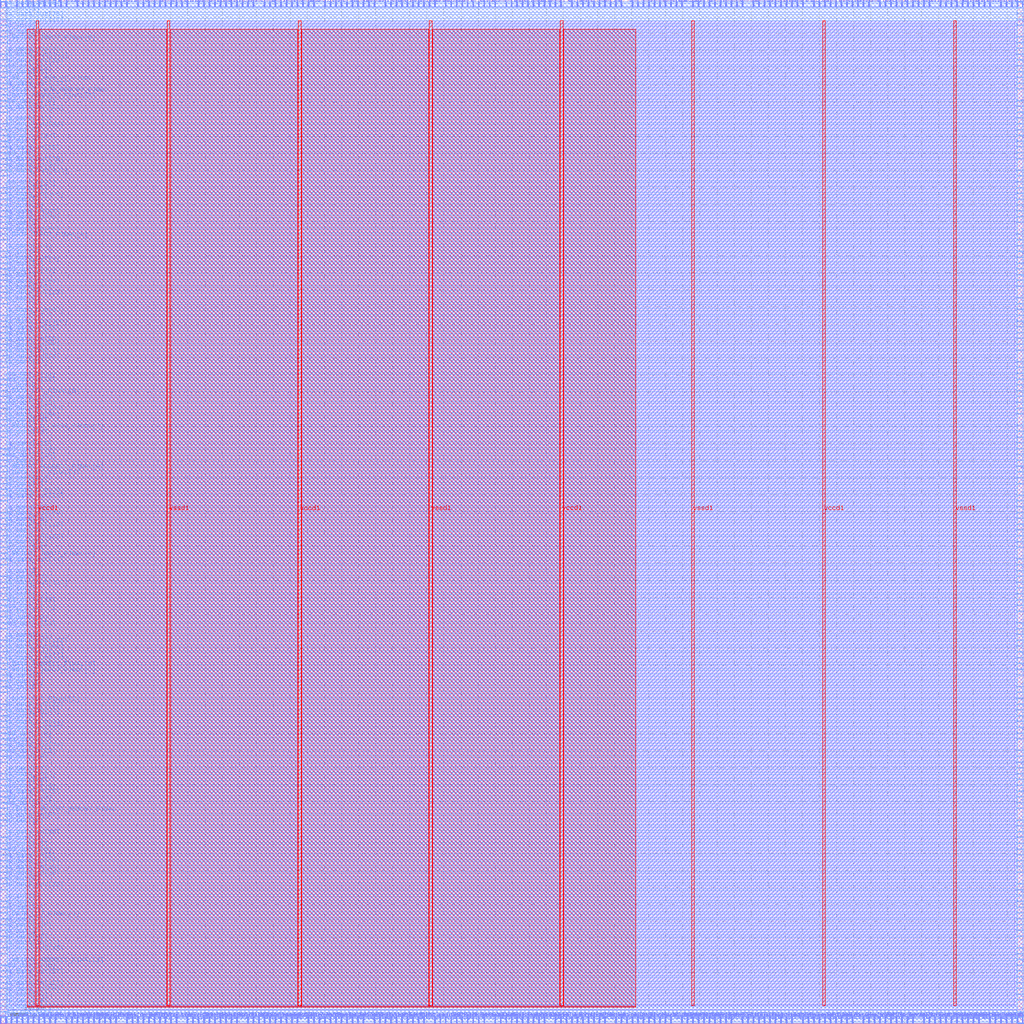
<source format=lef>
VERSION 5.7 ;
  NOWIREEXTENSIONATPIN ON ;
  DIVIDERCHAR "/" ;
  BUSBITCHARS "[]" ;
MACRO user_proj_final
  CLASS BLOCK ;
  FOREIGN user_proj_final ;
  ORIGIN 0.000 0.000 ;
  SIZE 600.000 BY 600.000 ;
  PIN i_DATA_OUT_FINAL[0]
    DIRECTION INPUT ;
    USE SIGNAL ;
    ANTENNAGATEAREA 0.213000 ;
    PORT
      LAYER met2 ;
        RECT 183.630 596.000 183.910 600.000 ;
    END
  END i_DATA_OUT_FINAL[0]
  PIN i_DATA_OUT_FINAL[1]
    DIRECTION INPUT ;
    USE SIGNAL ;
    ANTENNAGATEAREA 0.159000 ;
    PORT
      LAYER met3 ;
        RECT 0.000 61.240 4.000 61.840 ;
    END
  END i_DATA_OUT_FINAL[1]
  PIN i_DATA_OUT_FINAL[2]
    DIRECTION INPUT ;
    USE SIGNAL ;
    ANTENNAGATEAREA 0.213000 ;
    PORT
      LAYER met3 ;
        RECT 0.000 187.040 4.000 187.640 ;
    END
  END i_DATA_OUT_FINAL[2]
  PIN i_DATA_OUT_FINAL[3]
    DIRECTION INPUT ;
    USE SIGNAL ;
    ANTENNAGATEAREA 0.196500 ;
    PORT
      LAYER met2 ;
        RECT 283.450 0.000 283.730 4.000 ;
    END
  END i_DATA_OUT_FINAL[3]
  PIN i_DATA_OUT_FINAL[4]
    DIRECTION INPUT ;
    USE SIGNAL ;
    ANTENNAGATEAREA 0.159000 ;
    PORT
      LAYER met3 ;
        RECT 0.000 319.640 4.000 320.240 ;
    END
  END i_DATA_OUT_FINAL[4]
  PIN i_DATA_OUT_FINAL[5]
    DIRECTION INPUT ;
    USE SIGNAL ;
    ANTENNAGATEAREA 0.159000 ;
    PORT
      LAYER met3 ;
        RECT 0.000 367.240 4.000 367.840 ;
    END
  END i_DATA_OUT_FINAL[5]
  PIN i_DATA_OUT_FINAL[6]
    DIRECTION INPUT ;
    USE SIGNAL ;
    ANTENNAGATEAREA 0.196500 ;
    PORT
      LAYER met2 ;
        RECT 383.270 0.000 383.550 4.000 ;
    END
  END i_DATA_OUT_FINAL[6]
  PIN i_DATA_OUT_FINAL[7]
    DIRECTION INPUT ;
    USE SIGNAL ;
    ANTENNAGATEAREA 0.213000 ;
    PORT
      LAYER met2 ;
        RECT 421.910 596.000 422.190 600.000 ;
    END
  END i_DATA_OUT_FINAL[7]
  PIN i_WEIGHT_OUT_FINAL[0]
    DIRECTION INPUT ;
    USE SIGNAL ;
    ANTENNAGATEAREA 0.196500 ;
    PORT
      LAYER met2 ;
        RECT 270.570 0.000 270.850 4.000 ;
    END
  END i_WEIGHT_OUT_FINAL[0]
  PIN i_WEIGHT_OUT_FINAL[1]
    DIRECTION INPUT ;
    USE SIGNAL ;
    ANTENNAGATEAREA 0.159000 ;
    PORT
      LAYER met3 ;
        RECT 596.000 105.440 600.000 106.040 ;
    END
  END i_WEIGHT_OUT_FINAL[1]
  PIN i_WEIGHT_OUT_FINAL[2]
    DIRECTION INPUT ;
    USE SIGNAL ;
    ANTENNAGATEAREA 0.213000 ;
    PORT
      LAYER met2 ;
        RECT 479.870 0.000 480.150 4.000 ;
    END
  END i_WEIGHT_OUT_FINAL[2]
  PIN i_WEIGHT_OUT_FINAL[3]
    DIRECTION INPUT ;
    USE SIGNAL ;
    ANTENNAGATEAREA 0.213000 ;
    PORT
      LAYER met2 ;
        RECT 357.510 596.000 357.790 600.000 ;
    END
  END i_WEIGHT_OUT_FINAL[3]
  PIN i_WEIGHT_OUT_FINAL[4]
    DIRECTION INPUT ;
    USE SIGNAL ;
    ANTENNAGATEAREA 0.159000 ;
    PORT
      LAYER met3 ;
        RECT 596.000 329.840 600.000 330.440 ;
    END
  END i_WEIGHT_OUT_FINAL[4]
  PIN i_WEIGHT_OUT_FINAL[5]
    DIRECTION INPUT ;
    USE SIGNAL ;
    ANTENNAGATEAREA 0.213000 ;
    PORT
      LAYER met2 ;
        RECT 161.090 0.000 161.370 4.000 ;
    END
  END i_WEIGHT_OUT_FINAL[5]
  PIN i_WEIGHT_OUT_FINAL[6]
    DIRECTION INPUT ;
    USE SIGNAL ;
    ANTENNAGATEAREA 0.213000 ;
    PORT
      LAYER met2 ;
        RECT 116.010 0.000 116.290 4.000 ;
    END
  END i_WEIGHT_OUT_FINAL[6]
  PIN i_WEIGHT_OUT_FINAL[7]
    DIRECTION INPUT ;
    USE SIGNAL ;
    ANTENNAGATEAREA 0.159000 ;
    PORT
      LAYER met3 ;
        RECT 596.000 68.040 600.000 68.640 ;
    END
  END i_WEIGHT_OUT_FINAL[7]
  PIN io_in[0]
    DIRECTION INPUT ;
    USE SIGNAL ;
    PORT
      LAYER met3 ;
        RECT 0.000 598.440 4.000 599.040 ;
    END
  END io_in[0]
  PIN io_in[10]
    DIRECTION INPUT ;
    USE SIGNAL ;
    PORT
      LAYER met2 ;
        RECT 54.830 0.000 55.110 4.000 ;
    END
  END io_in[10]
  PIN io_in[11]
    DIRECTION INPUT ;
    USE SIGNAL ;
    PORT
      LAYER met3 ;
        RECT 0.000 23.840 4.000 24.440 ;
    END
  END io_in[11]
  PIN io_in[12]
    DIRECTION INPUT ;
    USE SIGNAL ;
    PORT
      LAYER met2 ;
        RECT 25.850 596.000 26.130 600.000 ;
    END
  END io_in[12]
  PIN io_in[13]
    DIRECTION INPUT ;
    USE SIGNAL ;
    PORT
      LAYER met2 ;
        RECT 396.150 596.000 396.430 600.000 ;
    END
  END io_in[13]
  PIN io_in[14]
    DIRECTION INPUT ;
    USE SIGNAL ;
    PORT
      LAYER met3 ;
        RECT 0.000 238.040 4.000 238.640 ;
    END
  END io_in[14]
  PIN io_in[15]
    DIRECTION INPUT ;
    USE SIGNAL ;
    PORT
      LAYER met2 ;
        RECT 48.390 596.000 48.670 600.000 ;
    END
  END io_in[15]
  PIN io_in[16]
    DIRECTION INPUT ;
    USE SIGNAL ;
    PORT
      LAYER met2 ;
        RECT 521.730 596.000 522.010 600.000 ;
    END
  END io_in[16]
  PIN io_in[17]
    DIRECTION INPUT ;
    USE SIGNAL ;
    PORT
      LAYER met2 ;
        RECT 19.410 0.000 19.690 4.000 ;
    END
  END io_in[17]
  PIN io_in[18]
    DIRECTION INPUT ;
    USE SIGNAL ;
    PORT
      LAYER met2 ;
        RECT 125.670 596.000 125.950 600.000 ;
    END
  END io_in[18]
  PIN io_in[19]
    DIRECTION INPUT ;
    USE SIGNAL ;
    PORT
      LAYER met3 ;
        RECT 0.000 193.840 4.000 194.440 ;
    END
  END io_in[19]
  PIN io_in[1]
    DIRECTION INPUT ;
    USE SIGNAL ;
    PORT
      LAYER met3 ;
        RECT 596.000 295.840 600.000 296.440 ;
    END
  END io_in[1]
  PIN io_in[20]
    DIRECTION INPUT ;
    USE SIGNAL ;
    PORT
      LAYER met2 ;
        RECT 273.790 0.000 274.070 4.000 ;
    END
  END io_in[20]
  PIN io_in[21]
    DIRECTION INPUT ;
    USE SIGNAL ;
    PORT
      LAYER met3 ;
        RECT 596.000 6.840 600.000 7.440 ;
    END
  END io_in[21]
  PIN io_in[22]
    DIRECTION INPUT ;
    USE SIGNAL ;
    PORT
      LAYER met3 ;
        RECT 596.000 452.240 600.000 452.840 ;
    END
  END io_in[22]
  PIN io_in[23]
    DIRECTION INPUT ;
    USE SIGNAL ;
    PORT
      LAYER met2 ;
        RECT 209.390 0.000 209.670 4.000 ;
    END
  END io_in[23]
  PIN io_in[24]
    DIRECTION INPUT ;
    USE SIGNAL ;
    PORT
      LAYER met2 ;
        RECT 77.370 0.000 77.650 4.000 ;
    END
  END io_in[24]
  PIN io_in[25]
    DIRECTION INPUT ;
    USE SIGNAL ;
    PORT
      LAYER met3 ;
        RECT 0.000 520.240 4.000 520.840 ;
    END
  END io_in[25]
  PIN io_in[26]
    DIRECTION INPUT ;
    USE SIGNAL ;
    PORT
      LAYER met2 ;
        RECT 99.910 0.000 100.190 4.000 ;
    END
  END io_in[26]
  PIN io_in[27]
    DIRECTION INPUT ;
    USE SIGNAL ;
    PORT
      LAYER met2 ;
        RECT 531.390 596.000 531.670 600.000 ;
    END
  END io_in[27]
  PIN io_in[28]
    DIRECTION INPUT ;
    USE SIGNAL ;
    PORT
      LAYER met3 ;
        RECT 596.000 574.640 600.000 575.240 ;
    END
  END io_in[28]
  PIN io_in[29]
    DIRECTION INPUT ;
    USE SIGNAL ;
    PORT
      LAYER met2 ;
        RECT 231.930 596.000 232.210 600.000 ;
    END
  END io_in[29]
  PIN io_in[2]
    DIRECTION INPUT ;
    USE SIGNAL ;
    PORT
      LAYER met2 ;
        RECT 270.570 596.000 270.850 600.000 ;
    END
  END io_in[2]
  PIN io_in[30]
    DIRECTION INPUT ;
    USE SIGNAL ;
    PORT
      LAYER met2 ;
        RECT 512.070 0.000 512.350 4.000 ;
    END
  END io_in[30]
  PIN io_in[31]
    DIRECTION INPUT ;
    USE SIGNAL ;
    PORT
      LAYER met3 ;
        RECT 596.000 258.440 600.000 259.040 ;
    END
  END io_in[31]
  PIN io_in[32]
    DIRECTION INPUT ;
    USE SIGNAL ;
    PORT
      LAYER met3 ;
        RECT 596.000 102.040 600.000 102.640 ;
    END
  END io_in[32]
  PIN io_in[33]
    DIRECTION INPUT ;
    USE SIGNAL ;
    PORT
      LAYER met3 ;
        RECT 0.000 71.440 4.000 72.040 ;
    END
  END io_in[33]
  PIN io_in[34]
    DIRECTION INPUT ;
    USE SIGNAL ;
    PORT
      LAYER met3 ;
        RECT 0.000 448.840 4.000 449.440 ;
    END
  END io_in[34]
  PIN io_in[35]
    DIRECTION INPUT ;
    USE SIGNAL ;
    PORT
      LAYER met3 ;
        RECT 596.000 588.240 600.000 588.840 ;
    END
  END io_in[35]
  PIN io_in[36]
    DIRECTION INPUT ;
    USE SIGNAL ;
    PORT
      LAYER met2 ;
        RECT 96.690 596.000 96.970 600.000 ;
    END
  END io_in[36]
  PIN io_in[37]
    DIRECTION INPUT ;
    USE SIGNAL ;
    PORT
      LAYER met3 ;
        RECT 596.000 142.840 600.000 143.440 ;
    END
  END io_in[37]
  PIN io_in[3]
    DIRECTION INPUT ;
    USE SIGNAL ;
    PORT
      LAYER met3 ;
        RECT 0.000 581.440 4.000 582.040 ;
    END
  END io_in[3]
  PIN io_in[4]
    DIRECTION INPUT ;
    USE SIGNAL ;
    PORT
      LAYER met2 ;
        RECT 51.610 0.000 51.890 4.000 ;
    END
  END io_in[4]
  PIN io_in[5]
    DIRECTION INPUT ;
    USE SIGNAL ;
    ANTENNAGATEAREA 0.247500 ;
    PORT
      LAYER met2 ;
        RECT 463.770 596.000 464.050 600.000 ;
    END
  END io_in[5]
  PIN io_in[6]
    DIRECTION INPUT ;
    USE SIGNAL ;
    ANTENNAGATEAREA 0.247500 ;
    PORT
      LAYER met3 ;
        RECT 596.000 309.440 600.000 310.040 ;
    END
  END io_in[6]
  PIN io_in[7]
    DIRECTION INPUT ;
    USE SIGNAL ;
    ANTENNAGATEAREA 0.213000 ;
    PORT
      LAYER met2 ;
        RECT 296.330 0.000 296.610 4.000 ;
    END
  END io_in[7]
  PIN io_in[8]
    DIRECTION INPUT ;
    USE SIGNAL ;
    PORT
      LAYER met3 ;
        RECT 0.000 251.640 4.000 252.240 ;
    END
  END io_in[8]
  PIN io_in[9]
    DIRECTION INPUT ;
    USE SIGNAL ;
    PORT
      LAYER met3 ;
        RECT 0.000 68.040 4.000 68.640 ;
    END
  END io_in[9]
  PIN io_oeb[0]
    DIRECTION OUTPUT TRISTATE ;
    USE SIGNAL ;
    ANTENNADIFFAREA 2.673000 ;
    PORT
      LAYER met3 ;
        RECT 596.000 272.040 600.000 272.640 ;
    END
  END io_oeb[0]
  PIN io_oeb[10]
    DIRECTION OUTPUT TRISTATE ;
    USE SIGNAL ;
    ANTENNADIFFAREA 2.673000 ;
    PORT
      LAYER met3 ;
        RECT 596.000 255.040 600.000 255.640 ;
    END
  END io_oeb[10]
  PIN io_oeb[11]
    DIRECTION OUTPUT TRISTATE ;
    USE SIGNAL ;
    ANTENNADIFFAREA 2.673000 ;
    PORT
      LAYER met3 ;
        RECT 0.000 411.440 4.000 412.040 ;
    END
  END io_oeb[11]
  PIN io_oeb[12]
    DIRECTION OUTPUT TRISTATE ;
    USE SIGNAL ;
    ANTENNADIFFAREA 2.673000 ;
    PORT
      LAYER met3 ;
        RECT 0.000 115.640 4.000 116.240 ;
    END
  END io_oeb[12]
  PIN io_oeb[13]
    DIRECTION OUTPUT TRISTATE ;
    USE SIGNAL ;
    ANTENNADIFFAREA 2.673000 ;
    PORT
      LAYER met2 ;
        RECT 19.410 596.000 19.690 600.000 ;
    END
  END io_oeb[13]
  PIN io_oeb[14]
    DIRECTION OUTPUT TRISTATE ;
    USE SIGNAL ;
    ANTENNADIFFAREA 2.673000 ;
    PORT
      LAYER met2 ;
        RECT 199.730 596.000 200.010 600.000 ;
    END
  END io_oeb[14]
  PIN io_oeb[15]
    DIRECTION OUTPUT TRISTATE ;
    USE SIGNAL ;
    ANTENNADIFFAREA 2.673000 ;
    PORT
      LAYER met2 ;
        RECT 299.550 596.000 299.830 600.000 ;
    END
  END io_oeb[15]
  PIN io_oeb[16]
    DIRECTION OUTPUT TRISTATE ;
    USE SIGNAL ;
    ANTENNADIFFAREA 2.673000 ;
    PORT
      LAYER met3 ;
        RECT 0.000 326.440 4.000 327.040 ;
    END
  END io_oeb[16]
  PIN io_oeb[17]
    DIRECTION OUTPUT TRISTATE ;
    USE SIGNAL ;
    ANTENNADIFFAREA 2.673000 ;
    PORT
      LAYER met3 ;
        RECT 0.000 57.840 4.000 58.440 ;
    END
  END io_oeb[17]
  PIN io_oeb[18]
    DIRECTION OUTPUT TRISTATE ;
    USE SIGNAL ;
    ANTENNADIFFAREA 2.673000 ;
    PORT
      LAYER met3 ;
        RECT 596.000 374.040 600.000 374.640 ;
    END
  END io_oeb[18]
  PIN io_oeb[19]
    DIRECTION OUTPUT TRISTATE ;
    USE SIGNAL ;
    ANTENNADIFFAREA 2.673000 ;
    PORT
      LAYER met2 ;
        RECT 579.690 596.000 579.970 600.000 ;
    END
  END io_oeb[19]
  PIN io_oeb[1]
    DIRECTION OUTPUT TRISTATE ;
    USE SIGNAL ;
    ANTENNADIFFAREA 2.673000 ;
    PORT
      LAYER met3 ;
        RECT 0.000 465.840 4.000 466.440 ;
    END
  END io_oeb[1]
  PIN io_oeb[20]
    DIRECTION OUTPUT TRISTATE ;
    USE SIGNAL ;
    ANTENNADIFFAREA 2.673000 ;
    PORT
      LAYER met2 ;
        RECT 90.250 596.000 90.530 600.000 ;
    END
  END io_oeb[20]
  PIN io_oeb[21]
    DIRECTION OUTPUT TRISTATE ;
    USE SIGNAL ;
    ANTENNADIFFAREA 2.673000 ;
    PORT
      LAYER met2 ;
        RECT 167.530 596.000 167.810 600.000 ;
    END
  END io_oeb[21]
  PIN io_oeb[22]
    DIRECTION OUTPUT TRISTATE ;
    USE SIGNAL ;
    ANTENNADIFFAREA 2.673000 ;
    PORT
      LAYER met3 ;
        RECT 596.000 61.240 600.000 61.840 ;
    END
  END io_oeb[22]
  PIN io_oeb[23]
    DIRECTION OUTPUT TRISTATE ;
    USE SIGNAL ;
    ANTENNADIFFAREA 2.673000 ;
    PORT
      LAYER met2 ;
        RECT 486.310 0.000 486.590 4.000 ;
    END
  END io_oeb[23]
  PIN io_oeb[24]
    DIRECTION OUTPUT TRISTATE ;
    USE SIGNAL ;
    ANTENNADIFFAREA 2.673000 ;
    PORT
      LAYER met2 ;
        RECT 0.090 596.000 0.370 600.000 ;
    END
  END io_oeb[24]
  PIN io_oeb[25]
    DIRECTION OUTPUT TRISTATE ;
    USE SIGNAL ;
    ANTENNADIFFAREA 2.673000 ;
    PORT
      LAYER met2 ;
        RECT 476.650 596.000 476.930 600.000 ;
    END
  END io_oeb[25]
  PIN io_oeb[26]
    DIRECTION OUTPUT TRISTATE ;
    USE SIGNAL ;
    ANTENNADIFFAREA 2.673000 ;
    PORT
      LAYER met3 ;
        RECT 0.000 285.640 4.000 286.240 ;
    END
  END io_oeb[26]
  PIN io_oeb[27]
    DIRECTION OUTPUT TRISTATE ;
    USE SIGNAL ;
    ANTENNADIFFAREA 2.673000 ;
    PORT
      LAYER met2 ;
        RECT 499.190 0.000 499.470 4.000 ;
    END
  END io_oeb[27]
  PIN io_oeb[28]
    DIRECTION OUTPUT TRISTATE ;
    USE SIGNAL ;
    ANTENNADIFFAREA 2.673000 ;
    PORT
      LAYER met3 ;
        RECT 596.000 343.440 600.000 344.040 ;
    END
  END io_oeb[28]
  PIN io_oeb[29]
    DIRECTION OUTPUT TRISTATE ;
    USE SIGNAL ;
    ANTENNADIFFAREA 2.673000 ;
    PORT
      LAYER met2 ;
        RECT 557.150 0.000 557.430 4.000 ;
    END
  END io_oeb[29]
  PIN io_oeb[2]
    DIRECTION OUTPUT TRISTATE ;
    USE SIGNAL ;
    ANTENNADIFFAREA 2.673000 ;
    PORT
      LAYER met2 ;
        RECT 93.470 0.000 93.750 4.000 ;
    END
  END io_oeb[2]
  PIN io_oeb[30]
    DIRECTION OUTPUT TRISTATE ;
    USE SIGNAL ;
    ANTENNADIFFAREA 2.673000 ;
    PORT
      LAYER met2 ;
        RECT 80.590 0.000 80.870 4.000 ;
    END
  END io_oeb[30]
  PIN io_oeb[31]
    DIRECTION OUTPUT TRISTATE ;
    USE SIGNAL ;
    ANTENNADIFFAREA 2.673000 ;
    PORT
      LAYER met2 ;
        RECT 225.490 0.000 225.770 4.000 ;
    END
  END io_oeb[31]
  PIN io_oeb[32]
    DIRECTION OUTPUT TRISTATE ;
    USE SIGNAL ;
    ANTENNADIFFAREA 2.673000 ;
    PORT
      LAYER met2 ;
        RECT 260.910 596.000 261.190 600.000 ;
    END
  END io_oeb[32]
  PIN io_oeb[33]
    DIRECTION OUTPUT TRISTATE ;
    USE SIGNAL ;
    ANTENNADIFFAREA 2.673000 ;
    PORT
      LAYER met3 ;
        RECT 0.000 64.640 4.000 65.240 ;
    END
  END io_oeb[33]
  PIN io_oeb[34]
    DIRECTION OUTPUT TRISTATE ;
    USE SIGNAL ;
    ANTENNADIFFAREA 2.673000 ;
    PORT
      LAYER met3 ;
        RECT 596.000 564.440 600.000 565.040 ;
    END
  END io_oeb[34]
  PIN io_oeb[35]
    DIRECTION OUTPUT TRISTATE ;
    USE SIGNAL ;
    ANTENNADIFFAREA 2.673000 ;
    PORT
      LAYER met3 ;
        RECT 0.000 197.240 4.000 197.840 ;
    END
  END io_oeb[35]
  PIN io_oeb[36]
    DIRECTION OUTPUT TRISTATE ;
    USE SIGNAL ;
    ANTENNADIFFAREA 2.673000 ;
    PORT
      LAYER met3 ;
        RECT 596.000 431.840 600.000 432.440 ;
    END
  END io_oeb[36]
  PIN io_oeb[37]
    DIRECTION OUTPUT TRISTATE ;
    USE SIGNAL ;
    ANTENNADIFFAREA 2.673000 ;
    PORT
      LAYER met2 ;
        RECT 579.690 0.000 579.970 4.000 ;
    END
  END io_oeb[37]
  PIN io_oeb[3]
    DIRECTION OUTPUT TRISTATE ;
    USE SIGNAL ;
    ANTENNADIFFAREA 2.673000 ;
    PORT
      LAYER met3 ;
        RECT 596.000 285.640 600.000 286.240 ;
    END
  END io_oeb[3]
  PIN io_oeb[4]
    DIRECTION OUTPUT TRISTATE ;
    USE SIGNAL ;
    ANTENNADIFFAREA 2.673000 ;
    PORT
      LAYER met3 ;
        RECT 0.000 435.240 4.000 435.840 ;
    END
  END io_oeb[4]
  PIN io_oeb[5]
    DIRECTION OUTPUT TRISTATE ;
    USE SIGNAL ;
    ANTENNADIFFAREA 2.673000 ;
    PORT
      LAYER met2 ;
        RECT 499.190 596.000 499.470 600.000 ;
    END
  END io_oeb[5]
  PIN io_oeb[6]
    DIRECTION OUTPUT TRISTATE ;
    USE SIGNAL ;
    ANTENNADIFFAREA 2.673000 ;
    PORT
      LAYER met3 ;
        RECT 0.000 421.640 4.000 422.240 ;
    END
  END io_oeb[6]
  PIN io_oeb[7]
    DIRECTION OUTPUT TRISTATE ;
    USE SIGNAL ;
    ANTENNADIFFAREA 2.673000 ;
    PORT
      LAYER met3 ;
        RECT 596.000 578.040 600.000 578.640 ;
    END
  END io_oeb[7]
  PIN io_oeb[8]
    DIRECTION OUTPUT TRISTATE ;
    USE SIGNAL ;
    ANTENNADIFFAREA 2.673000 ;
    PORT
      LAYER met3 ;
        RECT 0.000 479.440 4.000 480.040 ;
    END
  END io_oeb[8]
  PIN io_oeb[9]
    DIRECTION OUTPUT TRISTATE ;
    USE SIGNAL ;
    ANTENNADIFFAREA 2.673000 ;
    PORT
      LAYER met3 ;
        RECT 596.000 180.240 600.000 180.840 ;
    END
  END io_oeb[9]
  PIN io_out[0]
    DIRECTION OUTPUT TRISTATE ;
    USE SIGNAL ;
    PORT
      LAYER met2 ;
        RECT 9.750 0.000 10.030 4.000 ;
    END
  END io_out[0]
  PIN io_out[10]
    DIRECTION OUTPUT TRISTATE ;
    USE SIGNAL ;
    ANTENNADIFFAREA 2.673000 ;
    PORT
      LAYER met2 ;
        RECT 170.750 596.000 171.030 600.000 ;
    END
  END io_out[10]
  PIN io_out[11]
    DIRECTION OUTPUT TRISTATE ;
    USE SIGNAL ;
    ANTENNADIFFAREA 2.673000 ;
    PORT
      LAYER met2 ;
        RECT 3.310 596.000 3.590 600.000 ;
    END
  END io_out[11]
  PIN io_out[12]
    DIRECTION OUTPUT TRISTATE ;
    USE SIGNAL ;
    PORT
      LAYER met3 ;
        RECT 596.000 567.840 600.000 568.440 ;
    END
  END io_out[12]
  PIN io_out[13]
    DIRECTION OUTPUT TRISTATE ;
    USE SIGNAL ;
    PORT
      LAYER met3 ;
        RECT 0.000 105.440 4.000 106.040 ;
    END
  END io_out[13]
  PIN io_out[14]
    DIRECTION OUTPUT TRISTATE ;
    USE SIGNAL ;
    PORT
      LAYER met3 ;
        RECT 0.000 51.040 4.000 51.640 ;
    END
  END io_out[14]
  PIN io_out[15]
    DIRECTION OUTPUT TRISTATE ;
    USE SIGNAL ;
    PORT
      LAYER met3 ;
        RECT 0.000 578.040 4.000 578.640 ;
    END
  END io_out[15]
  PIN io_out[16]
    DIRECTION OUTPUT TRISTATE ;
    USE SIGNAL ;
    PORT
      LAYER met2 ;
        RECT 515.290 596.000 515.570 600.000 ;
    END
  END io_out[16]
  PIN io_out[17]
    DIRECTION OUTPUT TRISTATE ;
    USE SIGNAL ;
    PORT
      LAYER met3 ;
        RECT 596.000 482.840 600.000 483.440 ;
    END
  END io_out[17]
  PIN io_out[18]
    DIRECTION OUTPUT TRISTATE ;
    USE SIGNAL ;
    PORT
      LAYER met2 ;
        RECT 386.490 596.000 386.770 600.000 ;
    END
  END io_out[18]
  PIN io_out[19]
    DIRECTION OUTPUT TRISTATE ;
    USE SIGNAL ;
    PORT
      LAYER met2 ;
        RECT 457.330 0.000 457.610 4.000 ;
    END
  END io_out[19]
  PIN io_out[1]
    DIRECTION OUTPUT TRISTATE ;
    USE SIGNAL ;
    PORT
      LAYER met3 ;
        RECT 596.000 557.640 600.000 558.240 ;
    END
  END io_out[1]
  PIN io_out[20]
    DIRECTION OUTPUT TRISTATE ;
    USE SIGNAL ;
    PORT
      LAYER met3 ;
        RECT 596.000 336.640 600.000 337.240 ;
    END
  END io_out[20]
  PIN io_out[21]
    DIRECTION OUTPUT TRISTATE ;
    USE SIGNAL ;
    PORT
      LAYER met3 ;
        RECT 0.000 442.040 4.000 442.640 ;
    END
  END io_out[21]
  PIN io_out[22]
    DIRECTION OUTPUT TRISTATE ;
    USE SIGNAL ;
    PORT
      LAYER met3 ;
        RECT 596.000 251.640 600.000 252.240 ;
    END
  END io_out[22]
  PIN io_out[23]
    DIRECTION OUTPUT TRISTATE ;
    USE SIGNAL ;
    PORT
      LAYER met3 ;
        RECT 0.000 476.040 4.000 476.640 ;
    END
  END io_out[23]
  PIN io_out[24]
    DIRECTION OUTPUT TRISTATE ;
    USE SIGNAL ;
    PORT
      LAYER met2 ;
        RECT 389.710 0.000 389.990 4.000 ;
    END
  END io_out[24]
  PIN io_out[25]
    DIRECTION OUTPUT TRISTATE ;
    USE SIGNAL ;
    PORT
      LAYER met3 ;
        RECT 596.000 469.240 600.000 469.840 ;
    END
  END io_out[25]
  PIN io_out[26]
    DIRECTION OUTPUT TRISTATE ;
    USE SIGNAL ;
    PORT
      LAYER met3 ;
        RECT 596.000 533.840 600.000 534.440 ;
    END
  END io_out[26]
  PIN io_out[27]
    DIRECTION OUTPUT TRISTATE ;
    USE SIGNAL ;
    PORT
      LAYER met3 ;
        RECT 596.000 112.240 600.000 112.840 ;
    END
  END io_out[27]
  PIN io_out[28]
    DIRECTION OUTPUT TRISTATE ;
    USE SIGNAL ;
    PORT
      LAYER met3 ;
        RECT 596.000 316.240 600.000 316.840 ;
    END
  END io_out[28]
  PIN io_out[29]
    DIRECTION OUTPUT TRISTATE ;
    USE SIGNAL ;
    PORT
      LAYER met2 ;
        RECT 318.870 596.000 319.150 600.000 ;
    END
  END io_out[29]
  PIN io_out[2]
    DIRECTION OUTPUT TRISTATE ;
    USE SIGNAL ;
    PORT
      LAYER met3 ;
        RECT 0.000 591.640 4.000 592.240 ;
    END
  END io_out[2]
  PIN io_out[30]
    DIRECTION OUTPUT TRISTATE ;
    USE SIGNAL ;
    PORT
      LAYER met3 ;
        RECT 0.000 275.440 4.000 276.040 ;
    END
  END io_out[30]
  PIN io_out[31]
    DIRECTION OUTPUT TRISTATE ;
    USE SIGNAL ;
    PORT
      LAYER met2 ;
        RECT 29.070 596.000 29.350 600.000 ;
    END
  END io_out[31]
  PIN io_out[32]
    DIRECTION OUTPUT TRISTATE ;
    USE SIGNAL ;
    PORT
      LAYER met2 ;
        RECT 254.470 0.000 254.750 4.000 ;
    END
  END io_out[32]
  PIN io_out[33]
    DIRECTION OUTPUT TRISTATE ;
    USE SIGNAL ;
    PORT
      LAYER met3 ;
        RECT 596.000 506.640 600.000 507.240 ;
    END
  END io_out[33]
  PIN io_out[34]
    DIRECTION OUTPUT TRISTATE ;
    USE SIGNAL ;
    PORT
      LAYER met3 ;
        RECT 0.000 176.840 4.000 177.440 ;
    END
  END io_out[34]
  PIN io_out[35]
    DIRECTION OUTPUT TRISTATE ;
    USE SIGNAL ;
    PORT
      LAYER met2 ;
        RECT 248.030 596.000 248.310 600.000 ;
    END
  END io_out[35]
  PIN io_out[36]
    DIRECTION OUTPUT TRISTATE ;
    USE SIGNAL ;
    PORT
      LAYER met3 ;
        RECT 596.000 153.040 600.000 153.640 ;
    END
  END io_out[36]
  PIN io_out[37]
    DIRECTION OUTPUT TRISTATE ;
    USE SIGNAL ;
    PORT
      LAYER met2 ;
        RECT 460.550 596.000 460.830 600.000 ;
    END
  END io_out[37]
  PIN io_out[3]
    DIRECTION OUTPUT TRISTATE ;
    USE SIGNAL ;
    PORT
      LAYER met3 ;
        RECT 0.000 261.840 4.000 262.440 ;
    END
  END io_out[3]
  PIN io_out[4]
    DIRECTION OUTPUT TRISTATE ;
    USE SIGNAL ;
    PORT
      LAYER met3 ;
        RECT 0.000 81.640 4.000 82.240 ;
    END
  END io_out[4]
  PIN io_out[5]
    DIRECTION OUTPUT TRISTATE ;
    USE SIGNAL ;
    PORT
      LAYER met3 ;
        RECT 596.000 397.840 600.000 398.440 ;
    END
  END io_out[5]
  PIN io_out[6]
    DIRECTION OUTPUT TRISTATE ;
    USE SIGNAL ;
    PORT
      LAYER met2 ;
        RECT 302.770 596.000 303.050 600.000 ;
    END
  END io_out[6]
  PIN io_out[7]
    DIRECTION OUTPUT TRISTATE ;
    USE SIGNAL ;
    PORT
      LAYER met2 ;
        RECT 544.270 596.000 544.550 600.000 ;
    END
  END io_out[7]
  PIN io_out[8]
    DIRECTION OUTPUT TRISTATE ;
    USE SIGNAL ;
    ANTENNADIFFAREA 2.673000 ;
    PORT
      LAYER met2 ;
        RECT 193.290 596.000 193.570 600.000 ;
    END
  END io_out[8]
  PIN io_out[9]
    DIRECTION OUTPUT TRISTATE ;
    USE SIGNAL ;
    ANTENNADIFFAREA 2.673000 ;
    PORT
      LAYER met3 ;
        RECT 0.000 370.640 4.000 371.240 ;
    END
  END io_out[9]
  PIN irq[0]
    DIRECTION OUTPUT TRISTATE ;
    USE SIGNAL ;
    ANTENNADIFFAREA 2.673000 ;
    PORT
      LAYER met2 ;
        RECT 318.870 0.000 319.150 4.000 ;
    END
  END irq[0]
  PIN irq[1]
    DIRECTION OUTPUT TRISTATE ;
    USE SIGNAL ;
    ANTENNADIFFAREA 2.673000 ;
    PORT
      LAYER met2 ;
        RECT 173.970 596.000 174.250 600.000 ;
    END
  END irq[1]
  PIN irq[2]
    DIRECTION OUTPUT TRISTATE ;
    USE SIGNAL ;
    PORT
      LAYER met2 ;
        RECT 344.630 0.000 344.910 4.000 ;
    END
  END irq[2]
  PIN la_data_in[0]
    DIRECTION INPUT ;
    USE SIGNAL ;
    PORT
      LAYER met2 ;
        RECT 151.430 0.000 151.710 4.000 ;
    END
  END la_data_in[0]
  PIN la_data_in[100]
    DIRECTION INPUT ;
    USE SIGNAL ;
    ANTENNAGATEAREA 0.213000 ;
    PORT
      LAYER met3 ;
        RECT 0.000 357.040 4.000 357.640 ;
    END
  END la_data_in[100]
  PIN la_data_in[101]
    DIRECTION INPUT ;
    USE SIGNAL ;
    ANTENNAGATEAREA 0.247500 ;
    PORT
      LAYER met2 ;
        RECT 138.550 0.000 138.830 4.000 ;
    END
  END la_data_in[101]
  PIN la_data_in[102]
    DIRECTION INPUT ;
    USE SIGNAL ;
    ANTENNAGATEAREA 0.247500 ;
    PORT
      LAYER met3 ;
        RECT 596.000 540.640 600.000 541.240 ;
    END
  END la_data_in[102]
  PIN la_data_in[103]
    DIRECTION INPUT ;
    USE SIGNAL ;
    ANTENNAGATEAREA 0.213000 ;
    PORT
      LAYER met2 ;
        RECT 122.450 0.000 122.730 4.000 ;
    END
  END la_data_in[103]
  PIN la_data_in[104]
    DIRECTION INPUT ;
    USE SIGNAL ;
    ANTENNAGATEAREA 0.196500 ;
    PORT
      LAYER met2 ;
        RECT 106.350 596.000 106.630 600.000 ;
    END
  END la_data_in[104]
  PIN la_data_in[105]
    DIRECTION INPUT ;
    USE SIGNAL ;
    ANTENNAGATEAREA 0.159000 ;
    PORT
      LAYER met3 ;
        RECT 596.000 30.640 600.000 31.240 ;
    END
  END la_data_in[105]
  PIN la_data_in[106]
    DIRECTION INPUT ;
    USE SIGNAL ;
    ANTENNAGATEAREA 0.126000 ;
    PORT
      LAYER met3 ;
        RECT 0.000 482.840 4.000 483.440 ;
    END
  END la_data_in[106]
  PIN la_data_in[107]
    DIRECTION INPUT ;
    USE SIGNAL ;
    ANTENNAGATEAREA 0.247500 ;
    PORT
      LAYER met2 ;
        RECT 9.750 596.000 10.030 600.000 ;
    END
  END la_data_in[107]
  PIN la_data_in[108]
    DIRECTION INPUT ;
    USE SIGNAL ;
    ANTENNAGATEAREA 0.247500 ;
    PORT
      LAYER met3 ;
        RECT 0.000 6.840 4.000 7.440 ;
    END
  END la_data_in[108]
  PIN la_data_in[109]
    DIRECTION INPUT ;
    USE SIGNAL ;
    ANTENNAGATEAREA 0.196500 ;
    PORT
      LAYER met2 ;
        RECT 212.610 596.000 212.890 600.000 ;
    END
  END la_data_in[109]
  PIN la_data_in[10]
    DIRECTION INPUT ;
    USE SIGNAL ;
    PORT
      LAYER met3 ;
        RECT 0.000 88.440 4.000 89.040 ;
    END
  END la_data_in[10]
  PIN la_data_in[110]
    DIRECTION INPUT ;
    USE SIGNAL ;
    ANTENNAGATEAREA 0.159000 ;
    PORT
      LAYER met2 ;
        RECT 32.290 0.000 32.570 4.000 ;
    END
  END la_data_in[110]
  PIN la_data_in[111]
    DIRECTION INPUT ;
    USE SIGNAL ;
    ANTENNAGATEAREA 0.213000 ;
    PORT
      LAYER met3 ;
        RECT 596.000 554.240 600.000 554.840 ;
    END
  END la_data_in[111]
  PIN la_data_in[112]
    DIRECTION INPUT ;
    USE SIGNAL ;
    ANTENNAGATEAREA 0.247500 ;
    PORT
      LAYER met2 ;
        RECT 570.030 596.000 570.310 600.000 ;
    END
  END la_data_in[112]
  PIN la_data_in[113]
    DIRECTION INPUT ;
    USE SIGNAL ;
    ANTENNAGATEAREA 0.196500 ;
    PORT
      LAYER met3 ;
        RECT 596.000 489.640 600.000 490.240 ;
    END
  END la_data_in[113]
  PIN la_data_in[114]
    DIRECTION INPUT ;
    USE SIGNAL ;
    ANTENNAGATEAREA 0.196500 ;
    PORT
      LAYER met2 ;
        RECT 563.590 596.000 563.870 600.000 ;
    END
  END la_data_in[114]
  PIN la_data_in[115]
    DIRECTION INPUT ;
    USE SIGNAL ;
    ANTENNAGATEAREA 0.213000 ;
    PORT
      LAYER met3 ;
        RECT 0.000 289.040 4.000 289.640 ;
    END
  END la_data_in[115]
  PIN la_data_in[116]
    DIRECTION INPUT ;
    USE SIGNAL ;
    ANTENNAGATEAREA 0.213000 ;
    PORT
      LAYER met2 ;
        RECT 206.170 0.000 206.450 4.000 ;
    END
  END la_data_in[116]
  PIN la_data_in[117]
    DIRECTION INPUT ;
    USE SIGNAL ;
    ANTENNAGATEAREA 0.247500 ;
    PORT
      LAYER met3 ;
        RECT 0.000 584.840 4.000 585.440 ;
    END
  END la_data_in[117]
  PIN la_data_in[118]
    DIRECTION INPUT ;
    USE SIGNAL ;
    ANTENNAGATEAREA 0.213000 ;
    PORT
      LAYER met3 ;
        RECT 596.000 520.240 600.000 520.840 ;
    END
  END la_data_in[118]
  PIN la_data_in[119]
    DIRECTION INPUT ;
    USE SIGNAL ;
    ANTENNAGATEAREA 0.196500 ;
    PORT
      LAYER met3 ;
        RECT 596.000 418.240 600.000 418.840 ;
    END
  END la_data_in[119]
  PIN la_data_in[11]
    DIRECTION INPUT ;
    USE SIGNAL ;
    PORT
      LAYER met3 ;
        RECT 596.000 499.840 600.000 500.440 ;
    END
  END la_data_in[11]
  PIN la_data_in[120]
    DIRECTION INPUT ;
    USE SIGNAL ;
    ANTENNAGATEAREA 0.159000 ;
    PORT
      LAYER met2 ;
        RECT 164.310 596.000 164.590 600.000 ;
    END
  END la_data_in[120]
  PIN la_data_in[121]
    DIRECTION INPUT ;
    USE SIGNAL ;
    ANTENNAGATEAREA 0.196500 ;
    PORT
      LAYER met2 ;
        RECT 148.210 0.000 148.490 4.000 ;
    END
  END la_data_in[121]
  PIN la_data_in[122]
    DIRECTION INPUT ;
    USE SIGNAL ;
    ANTENNAGATEAREA 0.196500 ;
    PORT
      LAYER met3 ;
        RECT 0.000 282.240 4.000 282.840 ;
    END
  END la_data_in[122]
  PIN la_data_in[123]
    DIRECTION INPUT ;
    USE SIGNAL ;
    ANTENNAGATEAREA 0.196500 ;
    PORT
      LAYER met3 ;
        RECT 0.000 425.040 4.000 425.640 ;
    END
  END la_data_in[123]
  PIN la_data_in[124]
    DIRECTION INPUT ;
    USE SIGNAL ;
    ANTENNAGATEAREA 0.196500 ;
    PORT
      LAYER met3 ;
        RECT 596.000 479.440 600.000 480.040 ;
    END
  END la_data_in[124]
  PIN la_data_in[125]
    DIRECTION INPUT ;
    USE SIGNAL ;
    ANTENNAGATEAREA 0.196500 ;
    PORT
      LAYER met2 ;
        RECT 170.750 0.000 171.030 4.000 ;
    END
  END la_data_in[125]
  PIN la_data_in[126]
    DIRECTION INPUT ;
    USE SIGNAL ;
    ANTENNAGATEAREA 0.159000 ;
    PORT
      LAYER met2 ;
        RECT 363.950 596.000 364.230 600.000 ;
    END
  END la_data_in[126]
  PIN la_data_in[127]
    DIRECTION INPUT ;
    USE SIGNAL ;
    ANTENNAGATEAREA 0.247500 ;
    PORT
      LAYER met3 ;
        RECT 0.000 20.440 4.000 21.040 ;
    END
  END la_data_in[127]
  PIN la_data_in[12]
    DIRECTION INPUT ;
    USE SIGNAL ;
    PORT
      LAYER met2 ;
        RECT 409.030 596.000 409.310 600.000 ;
    END
  END la_data_in[12]
  PIN la_data_in[13]
    DIRECTION INPUT ;
    USE SIGNAL ;
    PORT
      LAYER met2 ;
        RECT 570.030 0.000 570.310 4.000 ;
    END
  END la_data_in[13]
  PIN la_data_in[14]
    DIRECTION INPUT ;
    USE SIGNAL ;
    PORT
      LAYER met2 ;
        RECT 322.090 596.000 322.370 600.000 ;
    END
  END la_data_in[14]
  PIN la_data_in[15]
    DIRECTION INPUT ;
    USE SIGNAL ;
    PORT
      LAYER met2 ;
        RECT 376.830 596.000 377.110 600.000 ;
    END
  END la_data_in[15]
  PIN la_data_in[16]
    DIRECTION INPUT ;
    USE SIGNAL ;
    PORT
      LAYER met2 ;
        RECT 264.130 596.000 264.410 600.000 ;
    END
  END la_data_in[16]
  PIN la_data_in[17]
    DIRECTION INPUT ;
    USE SIGNAL ;
    PORT
      LAYER met2 ;
        RECT 599.010 596.000 599.290 600.000 ;
    END
  END la_data_in[17]
  PIN la_data_in[18]
    DIRECTION INPUT ;
    USE SIGNAL ;
    PORT
      LAYER met2 ;
        RECT 257.690 0.000 257.970 4.000 ;
    END
  END la_data_in[18]
  PIN la_data_in[19]
    DIRECTION INPUT ;
    USE SIGNAL ;
    PORT
      LAYER met2 ;
        RECT 196.510 0.000 196.790 4.000 ;
    END
  END la_data_in[19]
  PIN la_data_in[1]
    DIRECTION INPUT ;
    USE SIGNAL ;
    PORT
      LAYER met3 ;
        RECT 596.000 438.640 600.000 439.240 ;
    END
  END la_data_in[1]
  PIN la_data_in[20]
    DIRECTION INPUT ;
    USE SIGNAL ;
    PORT
      LAYER met3 ;
        RECT 0.000 85.040 4.000 85.640 ;
    END
  END la_data_in[20]
  PIN la_data_in[21]
    DIRECTION INPUT ;
    USE SIGNAL ;
    PORT
      LAYER met3 ;
        RECT 0.000 180.240 4.000 180.840 ;
    END
  END la_data_in[21]
  PIN la_data_in[22]
    DIRECTION INPUT ;
    USE SIGNAL ;
    PORT
      LAYER met2 ;
        RECT 460.550 0.000 460.830 4.000 ;
    END
  END la_data_in[22]
  PIN la_data_in[23]
    DIRECTION INPUT ;
    USE SIGNAL ;
    PORT
      LAYER met3 ;
        RECT 0.000 44.240 4.000 44.840 ;
    END
  END la_data_in[23]
  PIN la_data_in[24]
    DIRECTION INPUT ;
    USE SIGNAL ;
    PORT
      LAYER met3 ;
        RECT 0.000 499.840 4.000 500.440 ;
    END
  END la_data_in[24]
  PIN la_data_in[25]
    DIRECTION INPUT ;
    USE SIGNAL ;
    PORT
      LAYER met3 ;
        RECT 596.000 550.840 600.000 551.440 ;
    END
  END la_data_in[25]
  PIN la_data_in[26]
    DIRECTION INPUT ;
    USE SIGNAL ;
    PORT
      LAYER met3 ;
        RECT 0.000 404.640 4.000 405.240 ;
    END
  END la_data_in[26]
  PIN la_data_in[27]
    DIRECTION INPUT ;
    USE SIGNAL ;
    PORT
      LAYER met2 ;
        RECT 22.630 596.000 22.910 600.000 ;
    END
  END la_data_in[27]
  PIN la_data_in[28]
    DIRECTION INPUT ;
    USE SIGNAL ;
    PORT
      LAYER met2 ;
        RECT 225.490 596.000 225.770 600.000 ;
    END
  END la_data_in[28]
  PIN la_data_in[29]
    DIRECTION INPUT ;
    USE SIGNAL ;
    PORT
      LAYER met3 ;
        RECT 596.000 3.440 600.000 4.040 ;
    END
  END la_data_in[29]
  PIN la_data_in[2]
    DIRECTION INPUT ;
    USE SIGNAL ;
    PORT
      LAYER met3 ;
        RECT 0.000 142.840 4.000 143.440 ;
    END
  END la_data_in[2]
  PIN la_data_in[30]
    DIRECTION INPUT ;
    USE SIGNAL ;
    PORT
      LAYER met2 ;
        RECT 112.790 0.000 113.070 4.000 ;
    END
  END la_data_in[30]
  PIN la_data_in[31]
    DIRECTION INPUT ;
    USE SIGNAL ;
    PORT
      LAYER met3 ;
        RECT 0.000 391.040 4.000 391.640 ;
    END
  END la_data_in[31]
  PIN la_data_in[32]
    DIRECTION INPUT ;
    USE SIGNAL ;
    PORT
      LAYER met2 ;
        RECT 421.910 0.000 422.190 4.000 ;
    END
  END la_data_in[32]
  PIN la_data_in[33]
    DIRECTION INPUT ;
    USE SIGNAL ;
    PORT
      LAYER met3 ;
        RECT 0.000 170.040 4.000 170.640 ;
    END
  END la_data_in[33]
  PIN la_data_in[34]
    DIRECTION INPUT ;
    USE SIGNAL ;
    PORT
      LAYER met2 ;
        RECT 103.130 596.000 103.410 600.000 ;
    END
  END la_data_in[34]
  PIN la_data_in[35]
    DIRECTION INPUT ;
    USE SIGNAL ;
    PORT
      LAYER met2 ;
        RECT 380.050 0.000 380.330 4.000 ;
    END
  END la_data_in[35]
  PIN la_data_in[36]
    DIRECTION INPUT ;
    USE SIGNAL ;
    PORT
      LAYER met3 ;
        RECT 596.000 156.440 600.000 157.040 ;
    END
  END la_data_in[36]
  PIN la_data_in[37]
    DIRECTION INPUT ;
    USE SIGNAL ;
    PORT
      LAYER met3 ;
        RECT 596.000 411.440 600.000 412.040 ;
    END
  END la_data_in[37]
  PIN la_data_in[38]
    DIRECTION INPUT ;
    USE SIGNAL ;
    PORT
      LAYER met2 ;
        RECT 489.530 0.000 489.810 4.000 ;
    END
  END la_data_in[38]
  PIN la_data_in[39]
    DIRECTION INPUT ;
    USE SIGNAL ;
    PORT
      LAYER met2 ;
        RECT 154.650 0.000 154.930 4.000 ;
    END
  END la_data_in[39]
  PIN la_data_in[3]
    DIRECTION INPUT ;
    USE SIGNAL ;
    PORT
      LAYER met3 ;
        RECT 0.000 95.240 4.000 95.840 ;
    END
  END la_data_in[3]
  PIN la_data_in[40]
    DIRECTION INPUT ;
    USE SIGNAL ;
    PORT
      LAYER met2 ;
        RECT 595.790 0.000 596.070 4.000 ;
    END
  END la_data_in[40]
  PIN la_data_in[41]
    DIRECTION INPUT ;
    USE SIGNAL ;
    PORT
      LAYER met2 ;
        RECT 418.690 596.000 418.970 600.000 ;
    END
  END la_data_in[41]
  PIN la_data_in[42]
    DIRECTION INPUT ;
    USE SIGNAL ;
    PORT
      LAYER met2 ;
        RECT 463.770 0.000 464.050 4.000 ;
    END
  END la_data_in[42]
  PIN la_data_in[43]
    DIRECTION INPUT ;
    USE SIGNAL ;
    PORT
      LAYER met3 ;
        RECT 596.000 224.440 600.000 225.040 ;
    END
  END la_data_in[43]
  PIN la_data_in[44]
    DIRECTION INPUT ;
    USE SIGNAL ;
    PORT
      LAYER met2 ;
        RECT 128.890 596.000 129.170 600.000 ;
    END
  END la_data_in[44]
  PIN la_data_in[45]
    DIRECTION INPUT ;
    USE SIGNAL ;
    PORT
      LAYER met3 ;
        RECT 596.000 136.040 600.000 136.640 ;
    END
  END la_data_in[45]
  PIN la_data_in[46]
    DIRECTION INPUT ;
    USE SIGNAL ;
    PORT
      LAYER met3 ;
        RECT 0.000 363.840 4.000 364.440 ;
    END
  END la_data_in[46]
  PIN la_data_in[47]
    DIRECTION INPUT ;
    USE SIGNAL ;
    PORT
      LAYER met3 ;
        RECT 596.000 193.840 600.000 194.440 ;
    END
  END la_data_in[47]
  PIN la_data_in[48]
    DIRECTION INPUT ;
    USE SIGNAL ;
    PORT
      LAYER met2 ;
        RECT 309.210 0.000 309.490 4.000 ;
    END
  END la_data_in[48]
  PIN la_data_in[49]
    DIRECTION INPUT ;
    USE SIGNAL ;
    PORT
      LAYER met2 ;
        RECT 454.110 0.000 454.390 4.000 ;
    END
  END la_data_in[49]
  PIN la_data_in[4]
    DIRECTION INPUT ;
    USE SIGNAL ;
    PORT
      LAYER met3 ;
        RECT 596.000 57.840 600.000 58.440 ;
    END
  END la_data_in[4]
  PIN la_data_in[50]
    DIRECTION INPUT ;
    USE SIGNAL ;
    PORT
      LAYER met3 ;
        RECT 596.000 51.040 600.000 51.640 ;
    END
  END la_data_in[50]
  PIN la_data_in[51]
    DIRECTION INPUT ;
    USE SIGNAL ;
    PORT
      LAYER met2 ;
        RECT 83.810 596.000 84.090 600.000 ;
    END
  END la_data_in[51]
  PIN la_data_in[52]
    DIRECTION INPUT ;
    USE SIGNAL ;
    PORT
      LAYER met2 ;
        RECT 251.250 596.000 251.530 600.000 ;
    END
  END la_data_in[52]
  PIN la_data_in[53]
    DIRECTION INPUT ;
    USE SIGNAL ;
    PORT
      LAYER met3 ;
        RECT 596.000 146.240 600.000 146.840 ;
    END
  END la_data_in[53]
  PIN la_data_in[54]
    DIRECTION INPUT ;
    USE SIGNAL ;
    PORT
      LAYER met3 ;
        RECT 0.000 353.640 4.000 354.240 ;
    END
  END la_data_in[54]
  PIN la_data_in[55]
    DIRECTION INPUT ;
    USE SIGNAL ;
    PORT
      LAYER met3 ;
        RECT 0.000 394.440 4.000 395.040 ;
    END
  END la_data_in[55]
  PIN la_data_in[56]
    DIRECTION INPUT ;
    USE SIGNAL ;
    PORT
      LAYER met3 ;
        RECT 0.000 462.440 4.000 463.040 ;
    END
  END la_data_in[56]
  PIN la_data_in[57]
    DIRECTION INPUT ;
    USE SIGNAL ;
    PORT
      LAYER met3 ;
        RECT 596.000 445.440 600.000 446.040 ;
    END
  END la_data_in[57]
  PIN la_data_in[58]
    DIRECTION INPUT ;
    USE SIGNAL ;
    PORT
      LAYER met3 ;
        RECT 0.000 17.040 4.000 17.640 ;
    END
  END la_data_in[58]
  PIN la_data_in[59]
    DIRECTION INPUT ;
    USE SIGNAL ;
    PORT
      LAYER met2 ;
        RECT 277.010 596.000 277.290 600.000 ;
    END
  END la_data_in[59]
  PIN la_data_in[5]
    DIRECTION INPUT ;
    USE SIGNAL ;
    PORT
      LAYER met2 ;
        RECT 277.010 0.000 277.290 4.000 ;
    END
  END la_data_in[5]
  PIN la_data_in[60]
    DIRECTION INPUT ;
    USE SIGNAL ;
    PORT
      LAYER met3 ;
        RECT 0.000 469.240 4.000 469.840 ;
    END
  END la_data_in[60]
  PIN la_data_in[61]
    DIRECTION INPUT ;
    USE SIGNAL ;
    PORT
      LAYER met2 ;
        RECT 67.710 0.000 67.990 4.000 ;
    END
  END la_data_in[61]
  PIN la_data_in[62]
    DIRECTION INPUT ;
    USE SIGNAL ;
    PORT
      LAYER met3 ;
        RECT 596.000 513.440 600.000 514.040 ;
    END
  END la_data_in[62]
  PIN la_data_in[63]
    DIRECTION INPUT ;
    USE SIGNAL ;
    PORT
      LAYER met2 ;
        RECT 489.530 596.000 489.810 600.000 ;
    END
  END la_data_in[63]
  PIN la_data_in[64]
    DIRECTION INPUT ;
    USE SIGNAL ;
    PORT
      LAYER met2 ;
        RECT 45.170 596.000 45.450 600.000 ;
    END
  END la_data_in[64]
  PIN la_data_in[65]
    DIRECTION INPUT ;
    USE SIGNAL ;
    PORT
      LAYER met3 ;
        RECT 0.000 91.840 4.000 92.440 ;
    END
  END la_data_in[65]
  PIN la_data_in[66]
    DIRECTION INPUT ;
    USE SIGNAL ;
    PORT
      LAYER met3 ;
        RECT 596.000 472.640 600.000 473.240 ;
    END
  END la_data_in[66]
  PIN la_data_in[67]
    DIRECTION INPUT ;
    USE SIGNAL ;
    PORT
      LAYER met3 ;
        RECT 0.000 472.640 4.000 473.240 ;
    END
  END la_data_in[67]
  PIN la_data_in[68]
    DIRECTION INPUT ;
    USE SIGNAL ;
    PORT
      LAYER met3 ;
        RECT 596.000 340.040 600.000 340.640 ;
    END
  END la_data_in[68]
  PIN la_data_in[69]
    DIRECTION INPUT ;
    USE SIGNAL ;
    PORT
      LAYER met3 ;
        RECT 596.000 306.040 600.000 306.640 ;
    END
  END la_data_in[69]
  PIN la_data_in[6]
    DIRECTION INPUT ;
    USE SIGNAL ;
    PORT
      LAYER met2 ;
        RECT 553.930 596.000 554.210 600.000 ;
    END
  END la_data_in[6]
  PIN la_data_in[70]
    DIRECTION INPUT ;
    USE SIGNAL ;
    ANTENNAGATEAREA 0.126000 ;
    PORT
      LAYER met2 ;
        RECT 599.010 0.000 599.290 4.000 ;
    END
  END la_data_in[70]
  PIN la_data_in[71]
    DIRECTION INPUT ;
    USE SIGNAL ;
    ANTENNAGATEAREA 0.126000 ;
    PORT
      LAYER met3 ;
        RECT 596.000 292.440 600.000 293.040 ;
    END
  END la_data_in[71]
  PIN la_data_in[72]
    DIRECTION INPUT ;
    USE SIGNAL ;
    ANTENNAGATEAREA 0.159000 ;
    PORT
      LAYER met2 ;
        RECT 264.130 0.000 264.410 4.000 ;
    END
  END la_data_in[72]
  PIN la_data_in[73]
    DIRECTION INPUT ;
    USE SIGNAL ;
    ANTENNAGATEAREA 0.213000 ;
    PORT
      LAYER met2 ;
        RECT 402.590 0.000 402.870 4.000 ;
    END
  END la_data_in[73]
  PIN la_data_in[74]
    DIRECTION INPUT ;
    USE SIGNAL ;
    ANTENNAGATEAREA 0.159000 ;
    PORT
      LAYER met2 ;
        RECT 447.670 596.000 447.950 600.000 ;
    END
  END la_data_in[74]
  PIN la_data_in[75]
    DIRECTION INPUT ;
    USE SIGNAL ;
    ANTENNAGATEAREA 0.213000 ;
    PORT
      LAYER met3 ;
        RECT 0.000 132.640 4.000 133.240 ;
    END
  END la_data_in[75]
  PIN la_data_in[76]
    DIRECTION INPUT ;
    USE SIGNAL ;
    ANTENNAGATEAREA 0.213000 ;
    PORT
      LAYER met2 ;
        RECT 492.750 596.000 493.030 600.000 ;
    END
  END la_data_in[76]
  PIN la_data_in[77]
    DIRECTION INPUT ;
    USE SIGNAL ;
    ANTENNAGATEAREA 0.196500 ;
    PORT
      LAYER met3 ;
        RECT 596.000 326.440 600.000 327.040 ;
    END
  END la_data_in[77]
  PIN la_data_in[78]
    DIRECTION INPUT ;
    USE SIGNAL ;
    ANTENNAGATEAREA 0.247500 ;
    PORT
      LAYER met2 ;
        RECT 186.850 0.000 187.130 4.000 ;
    END
  END la_data_in[78]
  PIN la_data_in[79]
    DIRECTION INPUT ;
    USE SIGNAL ;
    ANTENNAGATEAREA 0.247500 ;
    PORT
      LAYER met2 ;
        RECT 595.790 596.000 596.070 600.000 ;
    END
  END la_data_in[79]
  PIN la_data_in[7]
    DIRECTION INPUT ;
    USE SIGNAL ;
    PORT
      LAYER met2 ;
        RECT 547.490 0.000 547.770 4.000 ;
    END
  END la_data_in[7]
  PIN la_data_in[80]
    DIRECTION INPUT ;
    USE SIGNAL ;
    PORT
      LAYER met2 ;
        RECT 541.050 596.000 541.330 600.000 ;
    END
  END la_data_in[80]
  PIN la_data_in[81]
    DIRECTION INPUT ;
    USE SIGNAL ;
    PORT
      LAYER met2 ;
        RECT 586.130 0.000 586.410 4.000 ;
    END
  END la_data_in[81]
  PIN la_data_in[82]
    DIRECTION INPUT ;
    USE SIGNAL ;
    PORT
      LAYER met2 ;
        RECT 412.250 0.000 412.530 4.000 ;
    END
  END la_data_in[82]
  PIN la_data_in[83]
    DIRECTION INPUT ;
    USE SIGNAL ;
    PORT
      LAYER met2 ;
        RECT 296.330 596.000 296.610 600.000 ;
    END
  END la_data_in[83]
  PIN la_data_in[84]
    DIRECTION INPUT ;
    USE SIGNAL ;
    PORT
      LAYER met3 ;
        RECT 0.000 431.840 4.000 432.440 ;
    END
  END la_data_in[84]
  PIN la_data_in[85]
    DIRECTION INPUT ;
    USE SIGNAL ;
    PORT
      LAYER met3 ;
        RECT 0.000 510.040 4.000 510.640 ;
    END
  END la_data_in[85]
  PIN la_data_in[86]
    DIRECTION INPUT ;
    USE SIGNAL ;
    PORT
      LAYER met2 ;
        RECT 241.590 0.000 241.870 4.000 ;
    END
  END la_data_in[86]
  PIN la_data_in[87]
    DIRECTION INPUT ;
    USE SIGNAL ;
    PORT
      LAYER met2 ;
        RECT 3.310 0.000 3.590 4.000 ;
    END
  END la_data_in[87]
  PIN la_data_in[88]
    DIRECTION INPUT ;
    USE SIGNAL ;
    PORT
      LAYER met3 ;
        RECT 0.000 595.040 4.000 595.640 ;
    END
  END la_data_in[88]
  PIN la_data_in[89]
    DIRECTION INPUT ;
    USE SIGNAL ;
    PORT
      LAYER met3 ;
        RECT 0.000 397.840 4.000 398.440 ;
    END
  END la_data_in[89]
  PIN la_data_in[8]
    DIRECTION INPUT ;
    USE SIGNAL ;
    PORT
      LAYER met2 ;
        RECT 534.610 596.000 534.890 600.000 ;
    END
  END la_data_in[8]
  PIN la_data_in[90]
    DIRECTION INPUT ;
    USE SIGNAL ;
    ANTENNAGATEAREA 0.426000 ;
    PORT
      LAYER met3 ;
        RECT 0.000 108.840 4.000 109.440 ;
    END
  END la_data_in[90]
  PIN la_data_in[91]
    DIRECTION INPUT ;
    USE SIGNAL ;
    ANTENNAGATEAREA 0.213000 ;
    PORT
      LAYER met2 ;
        RECT 589.350 596.000 589.630 600.000 ;
    END
  END la_data_in[91]
  PIN la_data_in[92]
    DIRECTION INPUT ;
    USE SIGNAL ;
    ANTENNAGATEAREA 0.247500 ;
    PORT
      LAYER met2 ;
        RECT 338.190 596.000 338.470 600.000 ;
    END
  END la_data_in[92]
  PIN la_data_in[93]
    DIRECTION INPUT ;
    USE SIGNAL ;
    ANTENNAGATEAREA 0.213000 ;
    PORT
      LAYER met2 ;
        RECT 518.510 0.000 518.790 4.000 ;
    END
  END la_data_in[93]
  PIN la_data_in[94]
    DIRECTION INPUT ;
    USE SIGNAL ;
    ANTENNAGATEAREA 0.213000 ;
    PORT
      LAYER met2 ;
        RECT 544.270 0.000 544.550 4.000 ;
    END
  END la_data_in[94]
  PIN la_data_in[95]
    DIRECTION INPUT ;
    USE SIGNAL ;
    ANTENNAGATEAREA 0.159000 ;
    PORT
      LAYER met3 ;
        RECT 596.000 0.040 600.000 0.640 ;
    END
  END la_data_in[95]
  PIN la_data_in[96]
    DIRECTION INPUT ;
    USE SIGNAL ;
    ANTENNAGATEAREA 0.213000 ;
    PORT
      LAYER met3 ;
        RECT 596.000 221.040 600.000 221.640 ;
    END
  END la_data_in[96]
  PIN la_data_in[97]
    DIRECTION INPUT ;
    USE SIGNAL ;
    ANTENNAGATEAREA 0.159000 ;
    PORT
      LAYER met3 ;
        RECT 0.000 119.040 4.000 119.640 ;
    END
  END la_data_in[97]
  PIN la_data_in[98]
    DIRECTION INPUT ;
    USE SIGNAL ;
    ANTENNAGATEAREA 0.159000 ;
    PORT
      LAYER met3 ;
        RECT 596.000 496.440 600.000 497.040 ;
    END
  END la_data_in[98]
  PIN la_data_in[99]
    DIRECTION INPUT ;
    USE SIGNAL ;
    ANTENNAGATEAREA 0.196500 ;
    PORT
      LAYER met3 ;
        RECT 596.000 268.640 600.000 269.240 ;
    END
  END la_data_in[99]
  PIN la_data_in[9]
    DIRECTION INPUT ;
    USE SIGNAL ;
    PORT
      LAYER met2 ;
        RECT 74.150 0.000 74.430 4.000 ;
    END
  END la_data_in[9]
  PIN la_data_out[0]
    DIRECTION OUTPUT TRISTATE ;
    USE SIGNAL ;
    ANTENNADIFFAREA 2.673000 ;
    PORT
      LAYER met3 ;
        RECT 596.000 486.240 600.000 486.840 ;
    END
  END la_data_out[0]
  PIN la_data_out[100]
    DIRECTION OUTPUT TRISTATE ;
    USE SIGNAL ;
    PORT
      LAYER met3 ;
        RECT 0.000 408.040 4.000 408.640 ;
    END
  END la_data_out[100]
  PIN la_data_out[101]
    DIRECTION OUTPUT TRISTATE ;
    USE SIGNAL ;
    PORT
      LAYER met3 ;
        RECT 596.000 234.640 600.000 235.240 ;
    END
  END la_data_out[101]
  PIN la_data_out[102]
    DIRECTION OUTPUT TRISTATE ;
    USE SIGNAL ;
    PORT
      LAYER met3 ;
        RECT 0.000 564.440 4.000 565.040 ;
    END
  END la_data_out[102]
  PIN la_data_out[103]
    DIRECTION OUTPUT TRISTATE ;
    USE SIGNAL ;
    PORT
      LAYER met2 ;
        RECT 370.390 596.000 370.670 600.000 ;
    END
  END la_data_out[103]
  PIN la_data_out[104]
    DIRECTION OUTPUT TRISTATE ;
    USE SIGNAL ;
    PORT
      LAYER met3 ;
        RECT 596.000 244.840 600.000 245.440 ;
    END
  END la_data_out[104]
  PIN la_data_out[105]
    DIRECTION OUTPUT TRISTATE ;
    USE SIGNAL ;
    PORT
      LAYER met2 ;
        RECT 466.990 596.000 467.270 600.000 ;
    END
  END la_data_out[105]
  PIN la_data_out[106]
    DIRECTION OUTPUT TRISTATE ;
    USE SIGNAL ;
    PORT
      LAYER met3 ;
        RECT 596.000 261.840 600.000 262.440 ;
    END
  END la_data_out[106]
  PIN la_data_out[107]
    DIRECTION OUTPUT TRISTATE ;
    USE SIGNAL ;
    PORT
      LAYER met2 ;
        RECT 35.510 596.000 35.790 600.000 ;
    END
  END la_data_out[107]
  PIN la_data_out[108]
    DIRECTION OUTPUT TRISTATE ;
    USE SIGNAL ;
    PORT
      LAYER met3 ;
        RECT 596.000 95.240 600.000 95.840 ;
    END
  END la_data_out[108]
  PIN la_data_out[109]
    DIRECTION OUTPUT TRISTATE ;
    USE SIGNAL ;
    PORT
      LAYER met2 ;
        RECT 508.850 596.000 509.130 600.000 ;
    END
  END la_data_out[109]
  PIN la_data_out[10]
    DIRECTION OUTPUT TRISTATE ;
    USE SIGNAL ;
    ANTENNADIFFAREA 2.673000 ;
    PORT
      LAYER met2 ;
        RECT 428.350 596.000 428.630 600.000 ;
    END
  END la_data_out[10]
  PIN la_data_out[110]
    DIRECTION OUTPUT TRISTATE ;
    USE SIGNAL ;
    PORT
      LAYER met3 ;
        RECT 596.000 459.040 600.000 459.640 ;
    END
  END la_data_out[110]
  PIN la_data_out[111]
    DIRECTION OUTPUT TRISTATE ;
    USE SIGNAL ;
    PORT
      LAYER met2 ;
        RECT 254.470 596.000 254.750 600.000 ;
    END
  END la_data_out[111]
  PIN la_data_out[112]
    DIRECTION OUTPUT TRISTATE ;
    USE SIGNAL ;
    PORT
      LAYER met2 ;
        RECT 38.730 596.000 39.010 600.000 ;
    END
  END la_data_out[112]
  PIN la_data_out[113]
    DIRECTION OUTPUT TRISTATE ;
    USE SIGNAL ;
    PORT
      LAYER met3 ;
        RECT 596.000 17.040 600.000 17.640 ;
    END
  END la_data_out[113]
  PIN la_data_out[114]
    DIRECTION OUTPUT TRISTATE ;
    USE SIGNAL ;
    PORT
      LAYER met3 ;
        RECT 0.000 210.840 4.000 211.440 ;
    END
  END la_data_out[114]
  PIN la_data_out[115]
    DIRECTION OUTPUT TRISTATE ;
    USE SIGNAL ;
    PORT
      LAYER met2 ;
        RECT 87.030 596.000 87.310 600.000 ;
    END
  END la_data_out[115]
  PIN la_data_out[116]
    DIRECTION OUTPUT TRISTATE ;
    USE SIGNAL ;
    PORT
      LAYER met2 ;
        RECT 219.050 596.000 219.330 600.000 ;
    END
  END la_data_out[116]
  PIN la_data_out[117]
    DIRECTION OUTPUT TRISTATE ;
    USE SIGNAL ;
    PORT
      LAYER met3 ;
        RECT 596.000 302.640 600.000 303.240 ;
    END
  END la_data_out[117]
  PIN la_data_out[118]
    DIRECTION OUTPUT TRISTATE ;
    USE SIGNAL ;
    PORT
      LAYER met2 ;
        RECT 58.050 596.000 58.330 600.000 ;
    END
  END la_data_out[118]
  PIN la_data_out[119]
    DIRECTION OUTPUT TRISTATE ;
    USE SIGNAL ;
    PORT
      LAYER met2 ;
        RECT 90.250 0.000 90.530 4.000 ;
    END
  END la_data_out[119]
  PIN la_data_out[11]
    DIRECTION OUTPUT TRISTATE ;
    USE SIGNAL ;
    ANTENNADIFFAREA 2.673000 ;
    PORT
      LAYER met3 ;
        RECT 0.000 214.240 4.000 214.840 ;
    END
  END la_data_out[11]
  PIN la_data_out[120]
    DIRECTION OUTPUT TRISTATE ;
    USE SIGNAL ;
    PORT
      LAYER met2 ;
        RECT 238.370 0.000 238.650 4.000 ;
    END
  END la_data_out[120]
  PIN la_data_out[121]
    DIRECTION OUTPUT TRISTATE ;
    USE SIGNAL ;
    PORT
      LAYER met3 ;
        RECT 0.000 496.440 4.000 497.040 ;
    END
  END la_data_out[121]
  PIN la_data_out[122]
    DIRECTION OUTPUT TRISTATE ;
    USE SIGNAL ;
    PORT
      LAYER met3 ;
        RECT 0.000 221.040 4.000 221.640 ;
    END
  END la_data_out[122]
  PIN la_data_out[123]
    DIRECTION OUTPUT TRISTATE ;
    USE SIGNAL ;
    PORT
      LAYER met3 ;
        RECT 0.000 255.040 4.000 255.640 ;
    END
  END la_data_out[123]
  PIN la_data_out[124]
    DIRECTION OUTPUT TRISTATE ;
    USE SIGNAL ;
    PORT
      LAYER met2 ;
        RECT 280.230 596.000 280.510 600.000 ;
    END
  END la_data_out[124]
  PIN la_data_out[125]
    DIRECTION OUTPUT TRISTATE ;
    USE SIGNAL ;
    PORT
      LAYER met3 ;
        RECT 596.000 421.640 600.000 422.240 ;
    END
  END la_data_out[125]
  PIN la_data_out[126]
    DIRECTION OUTPUT TRISTATE ;
    USE SIGNAL ;
    PORT
      LAYER met3 ;
        RECT 596.000 248.240 600.000 248.840 ;
    END
  END la_data_out[126]
  PIN la_data_out[127]
    DIRECTION OUTPUT TRISTATE ;
    USE SIGNAL ;
    PORT
      LAYER met3 ;
        RECT 0.000 547.440 4.000 548.040 ;
    END
  END la_data_out[127]
  PIN la_data_out[12]
    DIRECTION OUTPUT TRISTATE ;
    USE SIGNAL ;
    ANTENNADIFFAREA 2.673000 ;
    PORT
      LAYER met3 ;
        RECT 596.000 81.640 600.000 82.240 ;
    END
  END la_data_out[12]
  PIN la_data_out[13]
    DIRECTION OUTPUT TRISTATE ;
    USE SIGNAL ;
    ANTENNADIFFAREA 2.673000 ;
    PORT
      LAYER met2 ;
        RECT 235.150 0.000 235.430 4.000 ;
    END
  END la_data_out[13]
  PIN la_data_out[14]
    DIRECTION OUTPUT TRISTATE ;
    USE SIGNAL ;
    ANTENNADIFFAREA 2.673000 ;
    PORT
      LAYER met2 ;
        RECT 267.350 0.000 267.630 4.000 ;
    END
  END la_data_out[14]
  PIN la_data_out[15]
    DIRECTION OUTPUT TRISTATE ;
    USE SIGNAL ;
    ANTENNADIFFAREA 2.673000 ;
    PORT
      LAYER met3 ;
        RECT 596.000 493.040 600.000 493.640 ;
    END
  END la_data_out[15]
  PIN la_data_out[16]
    DIRECTION OUTPUT TRISTATE ;
    USE SIGNAL ;
    ANTENNADIFFAREA 2.673000 ;
    PORT
      LAYER met3 ;
        RECT 596.000 333.240 600.000 333.840 ;
    END
  END la_data_out[16]
  PIN la_data_out[17]
    DIRECTION OUTPUT TRISTATE ;
    USE SIGNAL ;
    ANTENNADIFFAREA 2.673000 ;
    PORT
      LAYER met2 ;
        RECT 566.810 0.000 567.090 4.000 ;
    END
  END la_data_out[17]
  PIN la_data_out[18]
    DIRECTION OUTPUT TRISTATE ;
    USE SIGNAL ;
    ANTENNADIFFAREA 2.673000 ;
    PORT
      LAYER met2 ;
        RECT 74.150 596.000 74.430 600.000 ;
    END
  END la_data_out[18]
  PIN la_data_out[19]
    DIRECTION OUTPUT TRISTATE ;
    USE SIGNAL ;
    ANTENNADIFFAREA 2.673000 ;
    PORT
      LAYER met2 ;
        RECT 219.050 0.000 219.330 4.000 ;
    END
  END la_data_out[19]
  PIN la_data_out[1]
    DIRECTION OUTPUT TRISTATE ;
    USE SIGNAL ;
    ANTENNADIFFAREA 2.673000 ;
    PORT
      LAYER met2 ;
        RECT 202.950 596.000 203.230 600.000 ;
    END
  END la_data_out[1]
  PIN la_data_out[20]
    DIRECTION OUTPUT TRISTATE ;
    USE SIGNAL ;
    ANTENNADIFFAREA 2.673000 ;
    PORT
      LAYER met3 ;
        RECT 596.000 190.440 600.000 191.040 ;
    END
  END la_data_out[20]
  PIN la_data_out[21]
    DIRECTION OUTPUT TRISTATE ;
    USE SIGNAL ;
    ANTENNADIFFAREA 2.673000 ;
    PORT
      LAYER met3 ;
        RECT 0.000 533.840 4.000 534.440 ;
    END
  END la_data_out[21]
  PIN la_data_out[22]
    DIRECTION OUTPUT TRISTATE ;
    USE SIGNAL ;
    ANTENNADIFFAREA 2.673000 ;
    PORT
      LAYER met3 ;
        RECT 596.000 129.240 600.000 129.840 ;
    END
  END la_data_out[22]
  PIN la_data_out[23]
    DIRECTION OUTPUT TRISTATE ;
    USE SIGNAL ;
    ANTENNADIFFAREA 2.673000 ;
    PORT
      LAYER met2 ;
        RECT 144.990 0.000 145.270 4.000 ;
    END
  END la_data_out[23]
  PIN la_data_out[24]
    DIRECTION OUTPUT TRISTATE ;
    USE SIGNAL ;
    ANTENNADIFFAREA 2.673000 ;
    PORT
      LAYER met3 ;
        RECT 596.000 319.640 600.000 320.240 ;
    END
  END la_data_out[24]
  PIN la_data_out[25]
    DIRECTION OUTPUT TRISTATE ;
    USE SIGNAL ;
    ANTENNADIFFAREA 2.673000 ;
    PORT
      LAYER met3 ;
        RECT 0.000 309.440 4.000 310.040 ;
    END
  END la_data_out[25]
  PIN la_data_out[26]
    DIRECTION OUTPUT TRISTATE ;
    USE SIGNAL ;
    ANTENNADIFFAREA 2.673000 ;
    PORT
      LAYER met3 ;
        RECT 0.000 306.040 4.000 306.640 ;
    END
  END la_data_out[26]
  PIN la_data_out[27]
    DIRECTION OUTPUT TRISTATE ;
    USE SIGNAL ;
    ANTENNADIFFAREA 2.673000 ;
    PORT
      LAYER met2 ;
        RECT 418.690 0.000 418.970 4.000 ;
    END
  END la_data_out[27]
  PIN la_data_out[28]
    DIRECTION OUTPUT TRISTATE ;
    USE SIGNAL ;
    ANTENNADIFFAREA 2.673000 ;
    PORT
      LAYER met2 ;
        RECT 434.790 0.000 435.070 4.000 ;
    END
  END la_data_out[28]
  PIN la_data_out[29]
    DIRECTION OUTPUT TRISTATE ;
    USE SIGNAL ;
    ANTENNADIFFAREA 2.673000 ;
    PORT
      LAYER met2 ;
        RECT 576.470 596.000 576.750 600.000 ;
    END
  END la_data_out[29]
  PIN la_data_out[2]
    DIRECTION OUTPUT TRISTATE ;
    USE SIGNAL ;
    ANTENNADIFFAREA 2.673000 ;
    PORT
      LAYER met2 ;
        RECT 144.990 596.000 145.270 600.000 ;
    END
  END la_data_out[2]
  PIN la_data_out[30]
    DIRECTION OUTPUT TRISTATE ;
    USE SIGNAL ;
    ANTENNADIFFAREA 2.673000 ;
    PORT
      LAYER met2 ;
        RECT 190.070 0.000 190.350 4.000 ;
    END
  END la_data_out[30]
  PIN la_data_out[31]
    DIRECTION OUTPUT TRISTATE ;
    USE SIGNAL ;
    ANTENNADIFFAREA 2.673000 ;
    PORT
      LAYER met2 ;
        RECT 190.070 596.000 190.350 600.000 ;
    END
  END la_data_out[31]
  PIN la_data_out[32]
    DIRECTION OUTPUT TRISTATE ;
    USE SIGNAL ;
    ANTENNADIFFAREA 2.673000 ;
    PORT
      LAYER met3 ;
        RECT 596.000 119.040 600.000 119.640 ;
    END
  END la_data_out[32]
  PIN la_data_out[33]
    DIRECTION OUTPUT TRISTATE ;
    USE SIGNAL ;
    ANTENNADIFFAREA 2.673000 ;
    PORT
      LAYER met2 ;
        RECT 386.490 0.000 386.770 4.000 ;
    END
  END la_data_out[33]
  PIN la_data_out[34]
    DIRECTION OUTPUT TRISTATE ;
    USE SIGNAL ;
    ANTENNADIFFAREA 2.673000 ;
    PORT
      LAYER met2 ;
        RECT 215.830 596.000 216.110 600.000 ;
    END
  END la_data_out[34]
  PIN la_data_out[35]
    DIRECTION OUTPUT TRISTATE ;
    USE SIGNAL ;
    ANTENNADIFFAREA 2.673000 ;
    PORT
      LAYER met2 ;
        RECT 157.870 596.000 158.150 600.000 ;
    END
  END la_data_out[35]
  PIN la_data_out[36]
    DIRECTION OUTPUT TRISTATE ;
    USE SIGNAL ;
    ANTENNADIFFAREA 2.673000 ;
    PORT
      LAYER met2 ;
        RECT 573.250 0.000 573.530 4.000 ;
    END
  END la_data_out[36]
  PIN la_data_out[37]
    DIRECTION OUTPUT TRISTATE ;
    USE SIGNAL ;
    ANTENNADIFFAREA 2.673000 ;
    PORT
      LAYER met3 ;
        RECT 596.000 210.840 600.000 211.440 ;
    END
  END la_data_out[37]
  PIN la_data_out[38]
    DIRECTION OUTPUT TRISTATE ;
    USE SIGNAL ;
    ANTENNADIFFAREA 2.673000 ;
    PORT
      LAYER met2 ;
        RECT 16.190 0.000 16.470 4.000 ;
    END
  END la_data_out[38]
  PIN la_data_out[39]
    DIRECTION OUTPUT TRISTATE ;
    USE SIGNAL ;
    ANTENNADIFFAREA 2.673000 ;
    PORT
      LAYER met2 ;
        RECT 244.810 0.000 245.090 4.000 ;
    END
  END la_data_out[39]
  PIN la_data_out[3]
    DIRECTION OUTPUT TRISTATE ;
    USE SIGNAL ;
    ANTENNADIFFAREA 2.673000 ;
    PORT
      LAYER met3 ;
        RECT 0.000 445.440 4.000 446.040 ;
    END
  END la_data_out[3]
  PIN la_data_out[40]
    DIRECTION OUTPUT TRISTATE ;
    USE SIGNAL ;
    ANTENNADIFFAREA 2.673000 ;
    PORT
      LAYER met2 ;
        RECT 370.390 0.000 370.670 4.000 ;
    END
  END la_data_out[40]
  PIN la_data_out[41]
    DIRECTION OUTPUT TRISTATE ;
    USE SIGNAL ;
    ANTENNADIFFAREA 2.673000 ;
    PORT
      LAYER met3 ;
        RECT 596.000 78.240 600.000 78.840 ;
    END
  END la_data_out[41]
  PIN la_data_out[42]
    DIRECTION OUTPUT TRISTATE ;
    USE SIGNAL ;
    ANTENNADIFFAREA 2.673000 ;
    PORT
      LAYER met3 ;
        RECT 596.000 404.640 600.000 405.240 ;
    END
  END la_data_out[42]
  PIN la_data_out[43]
    DIRECTION OUTPUT TRISTATE ;
    USE SIGNAL ;
    ANTENNADIFFAREA 2.673000 ;
    PORT
      LAYER met3 ;
        RECT 0.000 567.840 4.000 568.440 ;
    END
  END la_data_out[43]
  PIN la_data_out[44]
    DIRECTION OUTPUT TRISTATE ;
    USE SIGNAL ;
    ANTENNADIFFAREA 2.673000 ;
    PORT
      LAYER met3 ;
        RECT 0.000 268.640 4.000 269.240 ;
    END
  END la_data_out[44]
  PIN la_data_out[45]
    DIRECTION OUTPUT TRISTATE ;
    USE SIGNAL ;
    ANTENNADIFFAREA 2.673000 ;
    PORT
      LAYER met2 ;
        RECT 212.610 0.000 212.890 4.000 ;
    END
  END la_data_out[45]
  PIN la_data_out[46]
    DIRECTION OUTPUT TRISTATE ;
    USE SIGNAL ;
    ANTENNADIFFAREA 2.673000 ;
    PORT
      LAYER met2 ;
        RECT 589.350 0.000 589.630 4.000 ;
    END
  END la_data_out[46]
  PIN la_data_out[47]
    DIRECTION OUTPUT TRISTATE ;
    USE SIGNAL ;
    ANTENNADIFFAREA 2.673000 ;
    PORT
      LAYER met2 ;
        RECT 415.470 596.000 415.750 600.000 ;
    END
  END la_data_out[47]
  PIN la_data_out[48]
    DIRECTION OUTPUT TRISTATE ;
    USE SIGNAL ;
    ANTENNADIFFAREA 2.673000 ;
    PORT
      LAYER met2 ;
        RECT 132.110 596.000 132.390 600.000 ;
    END
  END la_data_out[48]
  PIN la_data_out[49]
    DIRECTION OUTPUT TRISTATE ;
    USE SIGNAL ;
    ANTENNADIFFAREA 2.673000 ;
    PORT
      LAYER met3 ;
        RECT 596.000 401.240 600.000 401.840 ;
    END
  END la_data_out[49]
  PIN la_data_out[4]
    DIRECTION OUTPUT TRISTATE ;
    USE SIGNAL ;
    ANTENNADIFFAREA 2.673000 ;
    PORT
      LAYER met3 ;
        RECT 596.000 357.040 600.000 357.640 ;
    END
  END la_data_out[4]
  PIN la_data_out[50]
    DIRECTION OUTPUT TRISTATE ;
    USE SIGNAL ;
    ANTENNADIFFAREA 2.673000 ;
    PORT
      LAYER met2 ;
        RECT 103.130 0.000 103.410 4.000 ;
    END
  END la_data_out[50]
  PIN la_data_out[51]
    DIRECTION OUTPUT TRISTATE ;
    USE SIGNAL ;
    ANTENNADIFFAREA 2.673000 ;
    PORT
      LAYER met3 ;
        RECT 596.000 384.240 600.000 384.840 ;
    END
  END la_data_out[51]
  PIN la_data_out[52]
    DIRECTION OUTPUT TRISTATE ;
    USE SIGNAL ;
    ANTENNADIFFAREA 2.673000 ;
    PORT
      LAYER met3 ;
        RECT 0.000 414.840 4.000 415.440 ;
    END
  END la_data_out[52]
  PIN la_data_out[53]
    DIRECTION OUTPUT TRISTATE ;
    USE SIGNAL ;
    ANTENNADIFFAREA 2.673000 ;
    PORT
      LAYER met2 ;
        RECT 373.610 596.000 373.890 600.000 ;
    END
  END la_data_out[53]
  PIN la_data_out[54]
    DIRECTION OUTPUT TRISTATE ;
    USE SIGNAL ;
    ANTENNADIFFAREA 2.673000 ;
    PORT
      LAYER met3 ;
        RECT 596.000 159.840 600.000 160.440 ;
    END
  END la_data_out[54]
  PIN la_data_out[55]
    DIRECTION OUTPUT TRISTATE ;
    USE SIGNAL ;
    ANTENNADIFFAREA 2.673000 ;
    PORT
      LAYER met2 ;
        RECT 116.010 596.000 116.290 600.000 ;
    END
  END la_data_out[55]
  PIN la_data_out[56]
    DIRECTION OUTPUT TRISTATE ;
    USE SIGNAL ;
    ANTENNADIFFAREA 2.673000 ;
    PORT
      LAYER met3 ;
        RECT 0.000 523.640 4.000 524.240 ;
    END
  END la_data_out[56]
  PIN la_data_out[57]
    DIRECTION OUTPUT TRISTATE ;
    USE SIGNAL ;
    ANTENNADIFFAREA 2.673000 ;
    PORT
      LAYER met2 ;
        RECT 32.290 596.000 32.570 600.000 ;
    END
  END la_data_out[57]
  PIN la_data_out[58]
    DIRECTION OUTPUT TRISTATE ;
    USE SIGNAL ;
    ANTENNADIFFAREA 2.673000 ;
    PORT
      LAYER met2 ;
        RECT 444.450 0.000 444.730 4.000 ;
    END
  END la_data_out[58]
  PIN la_data_out[59]
    DIRECTION OUTPUT TRISTATE ;
    USE SIGNAL ;
    ANTENNADIFFAREA 2.673000 ;
    PORT
      LAYER met3 ;
        RECT 0.000 295.840 4.000 296.440 ;
    END
  END la_data_out[59]
  PIN la_data_out[5]
    DIRECTION OUTPUT TRISTATE ;
    USE SIGNAL ;
    ANTENNADIFFAREA 2.673000 ;
    PORT
      LAYER met3 ;
        RECT 0.000 387.640 4.000 388.240 ;
    END
  END la_data_out[5]
  PIN la_data_out[60]
    DIRECTION OUTPUT TRISTATE ;
    USE SIGNAL ;
    ANTENNADIFFAREA 2.673000 ;
    PORT
      LAYER met2 ;
        RECT 293.110 0.000 293.390 4.000 ;
    END
  END la_data_out[60]
  PIN la_data_out[61]
    DIRECTION OUTPUT TRISTATE ;
    USE SIGNAL ;
    ANTENNADIFFAREA 2.673000 ;
    PORT
      LAYER met2 ;
        RECT 289.890 0.000 290.170 4.000 ;
    END
  END la_data_out[61]
  PIN la_data_out[62]
    DIRECTION OUTPUT TRISTATE ;
    USE SIGNAL ;
    ANTENNADIFFAREA 2.673000 ;
    PORT
      LAYER met2 ;
        RECT 235.150 596.000 235.430 600.000 ;
    END
  END la_data_out[62]
  PIN la_data_out[63]
    DIRECTION OUTPUT TRISTATE ;
    USE SIGNAL ;
    ANTENNADIFFAREA 2.673000 ;
    PORT
      LAYER met2 ;
        RECT 206.170 596.000 206.450 600.000 ;
    END
  END la_data_out[63]
  PIN la_data_out[64]
    DIRECTION OUTPUT TRISTATE ;
    USE SIGNAL ;
    ANTENNADIFFAREA 2.673000 ;
    PORT
      LAYER met3 ;
        RECT 0.000 217.640 4.000 218.240 ;
    END
  END la_data_out[64]
  PIN la_data_out[65]
    DIRECTION OUTPUT TRISTATE ;
    USE SIGNAL ;
    ANTENNADIFFAREA 2.673000 ;
    PORT
      LAYER met3 ;
        RECT 596.000 241.440 600.000 242.040 ;
    END
  END la_data_out[65]
  PIN la_data_out[66]
    DIRECTION OUTPUT TRISTATE ;
    USE SIGNAL ;
    ANTENNADIFFAREA 2.673000 ;
    PORT
      LAYER met3 ;
        RECT 596.000 139.440 600.000 140.040 ;
    END
  END la_data_out[66]
  PIN la_data_out[67]
    DIRECTION OUTPUT TRISTATE ;
    USE SIGNAL ;
    ANTENNADIFFAREA 2.673000 ;
    PORT
      LAYER met3 ;
        RECT 0.000 27.240 4.000 27.840 ;
    END
  END la_data_out[67]
  PIN la_data_out[68]
    DIRECTION OUTPUT TRISTATE ;
    USE SIGNAL ;
    ANTENNADIFFAREA 2.673000 ;
    PORT
      LAYER met3 ;
        RECT 596.000 91.840 600.000 92.440 ;
    END
  END la_data_out[68]
  PIN la_data_out[69]
    DIRECTION OUTPUT TRISTATE ;
    USE SIGNAL ;
    ANTENNADIFFAREA 2.673000 ;
    PORT
      LAYER met2 ;
        RECT 537.830 596.000 538.110 600.000 ;
    END
  END la_data_out[69]
  PIN la_data_out[6]
    DIRECTION OUTPUT TRISTATE ;
    USE SIGNAL ;
    ANTENNADIFFAREA 2.673000 ;
    PORT
      LAYER met2 ;
        RECT 560.370 0.000 560.650 4.000 ;
    END
  END la_data_out[6]
  PIN la_data_out[70]
    DIRECTION OUTPUT TRISTATE ;
    USE SIGNAL ;
    PORT
      LAYER met3 ;
        RECT 596.000 13.640 600.000 14.240 ;
    END
  END la_data_out[70]
  PIN la_data_out[71]
    DIRECTION OUTPUT TRISTATE ;
    USE SIGNAL ;
    PORT
      LAYER met3 ;
        RECT 596.000 71.440 600.000 72.040 ;
    END
  END la_data_out[71]
  PIN la_data_out[72]
    DIRECTION OUTPUT TRISTATE ;
    USE SIGNAL ;
    PORT
      LAYER met2 ;
        RECT 183.630 0.000 183.910 4.000 ;
    END
  END la_data_out[72]
  PIN la_data_out[73]
    DIRECTION OUTPUT TRISTATE ;
    USE SIGNAL ;
    PORT
      LAYER met3 ;
        RECT 596.000 278.840 600.000 279.440 ;
    END
  END la_data_out[73]
  PIN la_data_out[74]
    DIRECTION OUTPUT TRISTATE ;
    USE SIGNAL ;
    PORT
      LAYER met3 ;
        RECT 0.000 159.840 4.000 160.440 ;
    END
  END la_data_out[74]
  PIN la_data_out[75]
    DIRECTION OUTPUT TRISTATE ;
    USE SIGNAL ;
    PORT
      LAYER met3 ;
        RECT 0.000 503.240 4.000 503.840 ;
    END
  END la_data_out[75]
  PIN la_data_out[76]
    DIRECTION OUTPUT TRISTATE ;
    USE SIGNAL ;
    PORT
      LAYER met3 ;
        RECT 0.000 588.240 4.000 588.840 ;
    END
  END la_data_out[76]
  PIN la_data_out[77]
    DIRECTION OUTPUT TRISTATE ;
    USE SIGNAL ;
    PORT
      LAYER met2 ;
        RECT 441.230 0.000 441.510 4.000 ;
    END
  END la_data_out[77]
  PIN la_data_out[78]
    DIRECTION OUTPUT TRISTATE ;
    USE SIGNAL ;
    PORT
      LAYER met3 ;
        RECT 0.000 40.840 4.000 41.440 ;
    END
  END la_data_out[78]
  PIN la_data_out[79]
    DIRECTION OUTPUT TRISTATE ;
    USE SIGNAL ;
    PORT
      LAYER met2 ;
        RECT 41.950 0.000 42.230 4.000 ;
    END
  END la_data_out[79]
  PIN la_data_out[7]
    DIRECTION OUTPUT TRISTATE ;
    USE SIGNAL ;
    ANTENNADIFFAREA 2.673000 ;
    PORT
      LAYER met2 ;
        RECT 61.270 0.000 61.550 4.000 ;
    END
  END la_data_out[7]
  PIN la_data_out[80]
    DIRECTION OUTPUT TRISTATE ;
    USE SIGNAL ;
    PORT
      LAYER met2 ;
        RECT 531.390 0.000 531.670 4.000 ;
    END
  END la_data_out[80]
  PIN la_data_out[81]
    DIRECTION OUTPUT TRISTATE ;
    USE SIGNAL ;
    PORT
      LAYER met2 ;
        RECT 180.410 596.000 180.690 600.000 ;
    END
  END la_data_out[81]
  PIN la_data_out[82]
    DIRECTION OUTPUT TRISTATE ;
    USE SIGNAL ;
    PORT
      LAYER met2 ;
        RECT 495.970 596.000 496.250 600.000 ;
    END
  END la_data_out[82]
  PIN la_data_out[83]
    DIRECTION OUTPUT TRISTATE ;
    USE SIGNAL ;
    PORT
      LAYER met3 ;
        RECT 0.000 173.440 4.000 174.040 ;
    END
  END la_data_out[83]
  PIN la_data_out[84]
    DIRECTION OUTPUT TRISTATE ;
    USE SIGNAL ;
    PORT
      LAYER met2 ;
        RECT 347.850 0.000 348.130 4.000 ;
    END
  END la_data_out[84]
  PIN la_data_out[85]
    DIRECTION OUTPUT TRISTATE ;
    USE SIGNAL ;
    PORT
      LAYER met3 ;
        RECT 0.000 78.240 4.000 78.840 ;
    END
  END la_data_out[85]
  PIN la_data_out[86]
    DIRECTION OUTPUT TRISTATE ;
    USE SIGNAL ;
    PORT
      LAYER met3 ;
        RECT 0.000 561.040 4.000 561.640 ;
    END
  END la_data_out[86]
  PIN la_data_out[87]
    DIRECTION OUTPUT TRISTATE ;
    USE SIGNAL ;
    PORT
      LAYER met2 ;
        RECT 373.610 0.000 373.890 4.000 ;
    END
  END la_data_out[87]
  PIN la_data_out[88]
    DIRECTION OUTPUT TRISTATE ;
    USE SIGNAL ;
    PORT
      LAYER met3 ;
        RECT 0.000 183.640 4.000 184.240 ;
    END
  END la_data_out[88]
  PIN la_data_out[89]
    DIRECTION OUTPUT TRISTATE ;
    USE SIGNAL ;
    PORT
      LAYER met2 ;
        RECT 305.990 596.000 306.270 600.000 ;
    END
  END la_data_out[89]
  PIN la_data_out[8]
    DIRECTION OUTPUT TRISTATE ;
    USE SIGNAL ;
    ANTENNADIFFAREA 2.673000 ;
    PORT
      LAYER met3 ;
        RECT 596.000 367.240 600.000 367.840 ;
    END
  END la_data_out[8]
  PIN la_data_out[90]
    DIRECTION OUTPUT TRISTATE ;
    USE SIGNAL ;
    PORT
      LAYER met3 ;
        RECT 596.000 64.640 600.000 65.240 ;
    END
  END la_data_out[90]
  PIN la_data_out[91]
    DIRECTION OUTPUT TRISTATE ;
    USE SIGNAL ;
    PORT
      LAYER met3 ;
        RECT 596.000 346.840 600.000 347.440 ;
    END
  END la_data_out[91]
  PIN la_data_out[92]
    DIRECTION OUTPUT TRISTATE ;
    USE SIGNAL ;
    PORT
      LAYER met2 ;
        RECT 334.970 0.000 335.250 4.000 ;
    END
  END la_data_out[92]
  PIN la_data_out[93]
    DIRECTION OUTPUT TRISTATE ;
    USE SIGNAL ;
    PORT
      LAYER met2 ;
        RECT 309.210 596.000 309.490 600.000 ;
    END
  END la_data_out[93]
  PIN la_data_out[94]
    DIRECTION OUTPUT TRISTATE ;
    USE SIGNAL ;
    PORT
      LAYER met2 ;
        RECT 470.210 596.000 470.490 600.000 ;
    END
  END la_data_out[94]
  PIN la_data_out[95]
    DIRECTION OUTPUT TRISTATE ;
    USE SIGNAL ;
    PORT
      LAYER met2 ;
        RECT 341.410 0.000 341.690 4.000 ;
    END
  END la_data_out[95]
  PIN la_data_out[96]
    DIRECTION OUTPUT TRISTATE ;
    USE SIGNAL ;
    PORT
      LAYER met2 ;
        RECT 450.890 596.000 451.170 600.000 ;
    END
  END la_data_out[96]
  PIN la_data_out[97]
    DIRECTION OUTPUT TRISTATE ;
    USE SIGNAL ;
    PORT
      LAYER met2 ;
        RECT 87.030 0.000 87.310 4.000 ;
    END
  END la_data_out[97]
  PIN la_data_out[98]
    DIRECTION OUTPUT TRISTATE ;
    USE SIGNAL ;
    PORT
      LAYER met2 ;
        RECT 492.750 0.000 493.030 4.000 ;
    END
  END la_data_out[98]
  PIN la_data_out[99]
    DIRECTION OUTPUT TRISTATE ;
    USE SIGNAL ;
    PORT
      LAYER met2 ;
        RECT 550.710 0.000 550.990 4.000 ;
    END
  END la_data_out[99]
  PIN la_data_out[9]
    DIRECTION OUTPUT TRISTATE ;
    USE SIGNAL ;
    ANTENNADIFFAREA 2.673000 ;
    PORT
      LAYER met2 ;
        RECT 228.710 596.000 228.990 600.000 ;
    END
  END la_data_out[9]
  PIN la_oenb[0]
    DIRECTION INPUT ;
    USE SIGNAL ;
    PORT
      LAYER met3 ;
        RECT 596.000 173.440 600.000 174.040 ;
    END
  END la_oenb[0]
  PIN la_oenb[100]
    DIRECTION INPUT ;
    USE SIGNAL ;
    PORT
      LAYER met3 ;
        RECT 596.000 115.640 600.000 116.240 ;
    END
  END la_oenb[100]
  PIN la_oenb[101]
    DIRECTION INPUT ;
    USE SIGNAL ;
    PORT
      LAYER met2 ;
        RECT 299.550 0.000 299.830 4.000 ;
    END
  END la_oenb[101]
  PIN la_oenb[102]
    DIRECTION INPUT ;
    USE SIGNAL ;
    PORT
      LAYER met2 ;
        RECT 447.670 0.000 447.950 4.000 ;
    END
  END la_oenb[102]
  PIN la_oenb[103]
    DIRECTION INPUT ;
    USE SIGNAL ;
    PORT
      LAYER met3 ;
        RECT 0.000 452.240 4.000 452.840 ;
    END
  END la_oenb[103]
  PIN la_oenb[104]
    DIRECTION INPUT ;
    USE SIGNAL ;
    PORT
      LAYER met2 ;
        RECT 457.330 596.000 457.610 600.000 ;
    END
  END la_oenb[104]
  PIN la_oenb[105]
    DIRECTION INPUT ;
    USE SIGNAL ;
    PORT
      LAYER met2 ;
        RECT 338.190 0.000 338.470 4.000 ;
    END
  END la_oenb[105]
  PIN la_oenb[106]
    DIRECTION INPUT ;
    USE SIGNAL ;
    PORT
      LAYER met2 ;
        RECT 51.610 596.000 51.890 600.000 ;
    END
  END la_oenb[106]
  PIN la_oenb[107]
    DIRECTION INPUT ;
    USE SIGNAL ;
    PORT
      LAYER met3 ;
        RECT 0.000 428.440 4.000 429.040 ;
    END
  END la_oenb[107]
  PIN la_oenb[108]
    DIRECTION INPUT ;
    USE SIGNAL ;
    PORT
      LAYER met2 ;
        RECT 16.190 596.000 16.470 600.000 ;
    END
  END la_oenb[108]
  PIN la_oenb[109]
    DIRECTION INPUT ;
    USE SIGNAL ;
    PORT
      LAYER met3 ;
        RECT 596.000 394.440 600.000 395.040 ;
    END
  END la_oenb[109]
  PIN la_oenb[10]
    DIRECTION INPUT ;
    USE SIGNAL ;
    PORT
      LAYER met2 ;
        RECT 312.430 0.000 312.710 4.000 ;
    END
  END la_oenb[10]
  PIN la_oenb[110]
    DIRECTION INPUT ;
    USE SIGNAL ;
    PORT
      LAYER met3 ;
        RECT 596.000 88.440 600.000 89.040 ;
    END
  END la_oenb[110]
  PIN la_oenb[111]
    DIRECTION INPUT ;
    USE SIGNAL ;
    PORT
      LAYER met2 ;
        RECT 592.570 0.000 592.850 4.000 ;
    END
  END la_oenb[111]
  PIN la_oenb[112]
    DIRECTION INPUT ;
    USE SIGNAL ;
    PORT
      LAYER met3 ;
        RECT 596.000 166.640 600.000 167.240 ;
    END
  END la_oenb[112]
  PIN la_oenb[113]
    DIRECTION INPUT ;
    USE SIGNAL ;
    PORT
      LAYER met3 ;
        RECT 0.000 527.040 4.000 527.640 ;
    END
  END la_oenb[113]
  PIN la_oenb[114]
    DIRECTION INPUT ;
    USE SIGNAL ;
    PORT
      LAYER met2 ;
        RECT 231.930 0.000 232.210 4.000 ;
    END
  END la_oenb[114]
  PIN la_oenb[115]
    DIRECTION INPUT ;
    USE SIGNAL ;
    PORT
      LAYER met3 ;
        RECT 0.000 54.440 4.000 55.040 ;
    END
  END la_oenb[115]
  PIN la_oenb[116]
    DIRECTION INPUT ;
    USE SIGNAL ;
    PORT
      LAYER met2 ;
        RECT 438.010 0.000 438.290 4.000 ;
    END
  END la_oenb[116]
  PIN la_oenb[117]
    DIRECTION INPUT ;
    USE SIGNAL ;
    PORT
      LAYER met2 ;
        RECT 528.170 596.000 528.450 600.000 ;
    END
  END la_oenb[117]
  PIN la_oenb[118]
    DIRECTION INPUT ;
    USE SIGNAL ;
    PORT
      LAYER met2 ;
        RECT 154.650 596.000 154.930 600.000 ;
    END
  END la_oenb[118]
  PIN la_oenb[119]
    DIRECTION INPUT ;
    USE SIGNAL ;
    PORT
      LAYER met2 ;
        RECT 586.130 596.000 586.410 600.000 ;
    END
  END la_oenb[119]
  PIN la_oenb[11]
    DIRECTION INPUT ;
    USE SIGNAL ;
    PORT
      LAYER met3 ;
        RECT 0.000 102.040 4.000 102.640 ;
    END
  END la_oenb[11]
  PIN la_oenb[120]
    DIRECTION INPUT ;
    USE SIGNAL ;
    PORT
      LAYER met3 ;
        RECT 596.000 20.440 600.000 21.040 ;
    END
  END la_oenb[120]
  PIN la_oenb[121]
    DIRECTION INPUT ;
    USE SIGNAL ;
    PORT
      LAYER met3 ;
        RECT 596.000 363.840 600.000 364.440 ;
    END
  END la_oenb[121]
  PIN la_oenb[122]
    DIRECTION INPUT ;
    USE SIGNAL ;
    PORT
      LAYER met2 ;
        RECT 331.750 0.000 332.030 4.000 ;
    END
  END la_oenb[122]
  PIN la_oenb[123]
    DIRECTION INPUT ;
    USE SIGNAL ;
    PORT
      LAYER met2 ;
        RECT 399.370 0.000 399.650 4.000 ;
    END
  END la_oenb[123]
  PIN la_oenb[124]
    DIRECTION INPUT ;
    USE SIGNAL ;
    PORT
      LAYER met2 ;
        RECT 241.590 596.000 241.870 600.000 ;
    END
  END la_oenb[124]
  PIN la_oenb[125]
    DIRECTION INPUT ;
    USE SIGNAL ;
    PORT
      LAYER met3 ;
        RECT 0.000 336.640 4.000 337.240 ;
    END
  END la_oenb[125]
  PIN la_oenb[126]
    DIRECTION INPUT ;
    USE SIGNAL ;
    PORT
      LAYER met2 ;
        RECT 470.210 0.000 470.490 4.000 ;
    END
  END la_oenb[126]
  PIN la_oenb[127]
    DIRECTION INPUT ;
    USE SIGNAL ;
    PORT
      LAYER met2 ;
        RECT 524.950 0.000 525.230 4.000 ;
    END
  END la_oenb[127]
  PIN la_oenb[12]
    DIRECTION INPUT ;
    USE SIGNAL ;
    PORT
      LAYER met2 ;
        RECT 54.830 596.000 55.110 600.000 ;
    END
  END la_oenb[12]
  PIN la_oenb[13]
    DIRECTION INPUT ;
    USE SIGNAL ;
    PORT
      LAYER met2 ;
        RECT 122.450 596.000 122.730 600.000 ;
    END
  END la_oenb[13]
  PIN la_oenb[14]
    DIRECTION INPUT ;
    USE SIGNAL ;
    PORT
      LAYER met2 ;
        RECT 566.810 596.000 567.090 600.000 ;
    END
  END la_oenb[14]
  PIN la_oenb[15]
    DIRECTION INPUT ;
    USE SIGNAL ;
    PORT
      LAYER met2 ;
        RECT 483.090 0.000 483.370 4.000 ;
    END
  END la_oenb[15]
  PIN la_oenb[16]
    DIRECTION INPUT ;
    USE SIGNAL ;
    PORT
      LAYER met2 ;
        RECT 61.270 596.000 61.550 600.000 ;
    END
  END la_oenb[16]
  PIN la_oenb[17]
    DIRECTION INPUT ;
    USE SIGNAL ;
    PORT
      LAYER met2 ;
        RECT 444.450 596.000 444.730 600.000 ;
    END
  END la_oenb[17]
  PIN la_oenb[18]
    DIRECTION INPUT ;
    USE SIGNAL ;
    PORT
      LAYER met3 ;
        RECT 0.000 153.040 4.000 153.640 ;
    END
  END la_oenb[18]
  PIN la_oenb[19]
    DIRECTION INPUT ;
    USE SIGNAL ;
    PORT
      LAYER met3 ;
        RECT 596.000 27.240 600.000 27.840 ;
    END
  END la_oenb[19]
  PIN la_oenb[1]
    DIRECTION INPUT ;
    USE SIGNAL ;
    PORT
      LAYER met2 ;
        RECT 280.230 0.000 280.510 4.000 ;
    END
  END la_oenb[1]
  PIN la_oenb[20]
    DIRECTION INPUT ;
    USE SIGNAL ;
    PORT
      LAYER met2 ;
        RECT 135.330 596.000 135.610 600.000 ;
    END
  END la_oenb[20]
  PIN la_oenb[21]
    DIRECTION INPUT ;
    USE SIGNAL ;
    PORT
      LAYER met2 ;
        RECT 550.710 596.000 550.990 600.000 ;
    END
  END la_oenb[21]
  PIN la_oenb[22]
    DIRECTION INPUT ;
    USE SIGNAL ;
    PORT
      LAYER met3 ;
        RECT 596.000 98.640 600.000 99.240 ;
    END
  END la_oenb[22]
  PIN la_oenb[23]
    DIRECTION INPUT ;
    USE SIGNAL ;
    PORT
      LAYER met2 ;
        RECT 441.230 596.000 441.510 600.000 ;
    END
  END la_oenb[23]
  PIN la_oenb[24]
    DIRECTION INPUT ;
    USE SIGNAL ;
    PORT
      LAYER met2 ;
        RECT 157.870 0.000 158.150 4.000 ;
    END
  END la_oenb[24]
  PIN la_oenb[25]
    DIRECTION INPUT ;
    USE SIGNAL ;
    PORT
      LAYER met3 ;
        RECT 596.000 387.640 600.000 388.240 ;
    END
  END la_oenb[25]
  PIN la_oenb[26]
    DIRECTION INPUT ;
    USE SIGNAL ;
    PORT
      LAYER met2 ;
        RECT 209.390 596.000 209.670 600.000 ;
    END
  END la_oenb[26]
  PIN la_oenb[27]
    DIRECTION INPUT ;
    USE SIGNAL ;
    PORT
      LAYER met2 ;
        RECT 524.950 596.000 525.230 600.000 ;
    END
  END la_oenb[27]
  PIN la_oenb[28]
    DIRECTION INPUT ;
    USE SIGNAL ;
    PORT
      LAYER met2 ;
        RECT 177.190 596.000 177.470 600.000 ;
    END
  END la_oenb[28]
  PIN la_oenb[29]
    DIRECTION INPUT ;
    USE SIGNAL ;
    PORT
      LAYER met2 ;
        RECT 328.530 596.000 328.810 600.000 ;
    END
  END la_oenb[29]
  PIN la_oenb[2]
    DIRECTION INPUT ;
    USE SIGNAL ;
    PORT
      LAYER met2 ;
        RECT 405.810 596.000 406.090 600.000 ;
    END
  END la_oenb[2]
  PIN la_oenb[30]
    DIRECTION INPUT ;
    USE SIGNAL ;
    PORT
      LAYER met3 ;
        RECT 0.000 299.240 4.000 299.840 ;
    END
  END la_oenb[30]
  PIN la_oenb[31]
    DIRECTION INPUT ;
    USE SIGNAL ;
    PORT
      LAYER met3 ;
        RECT 596.000 510.040 600.000 510.640 ;
    END
  END la_oenb[31]
  PIN la_oenb[32]
    DIRECTION INPUT ;
    USE SIGNAL ;
    PORT
      LAYER met2 ;
        RECT 450.890 0.000 451.170 4.000 ;
    END
  END la_oenb[32]
  PIN la_oenb[33]
    DIRECTION INPUT ;
    USE SIGNAL ;
    PORT
      LAYER met3 ;
        RECT 596.000 350.240 600.000 350.840 ;
    END
  END la_oenb[33]
  PIN la_oenb[34]
    DIRECTION INPUT ;
    USE SIGNAL ;
    PORT
      LAYER met2 ;
        RECT 119.230 0.000 119.510 4.000 ;
    END
  END la_oenb[34]
  PIN la_oenb[35]
    DIRECTION INPUT ;
    USE SIGNAL ;
    PORT
      LAYER met2 ;
        RECT 286.670 596.000 286.950 600.000 ;
    END
  END la_oenb[35]
  PIN la_oenb[36]
    DIRECTION INPUT ;
    USE SIGNAL ;
    PORT
      LAYER met3 ;
        RECT 0.000 401.240 4.000 401.840 ;
    END
  END la_oenb[36]
  PIN la_oenb[37]
    DIRECTION INPUT ;
    USE SIGNAL ;
    PORT
      LAYER met2 ;
        RECT 315.650 0.000 315.930 4.000 ;
    END
  END la_oenb[37]
  PIN la_oenb[38]
    DIRECTION INPUT ;
    USE SIGNAL ;
    PORT
      LAYER met2 ;
        RECT 573.250 596.000 573.530 600.000 ;
    END
  END la_oenb[38]
  PIN la_oenb[39]
    DIRECTION INPUT ;
    USE SIGNAL ;
    PORT
      LAYER met3 ;
        RECT 0.000 350.240 4.000 350.840 ;
    END
  END la_oenb[39]
  PIN la_oenb[3]
    DIRECTION INPUT ;
    USE SIGNAL ;
    PORT
      LAYER met3 ;
        RECT 0.000 312.840 4.000 313.440 ;
    END
  END la_oenb[3]
  PIN la_oenb[40]
    DIRECTION INPUT ;
    USE SIGNAL ;
    PORT
      LAYER met3 ;
        RECT 596.000 380.840 600.000 381.440 ;
    END
  END la_oenb[40]
  PIN la_oenb[41]
    DIRECTION INPUT ;
    USE SIGNAL ;
    PORT
      LAYER met2 ;
        RECT 93.470 596.000 93.750 600.000 ;
    END
  END la_oenb[41]
  PIN la_oenb[42]
    DIRECTION INPUT ;
    USE SIGNAL ;
    PORT
      LAYER met2 ;
        RECT 222.270 0.000 222.550 4.000 ;
    END
  END la_oenb[42]
  PIN la_oenb[43]
    DIRECTION INPUT ;
    USE SIGNAL ;
    PORT
      LAYER met2 ;
        RECT 315.650 596.000 315.930 600.000 ;
    END
  END la_oenb[43]
  PIN la_oenb[44]
    DIRECTION INPUT ;
    USE SIGNAL ;
    PORT
      LAYER met3 ;
        RECT 596.000 547.440 600.000 548.040 ;
    END
  END la_oenb[44]
  PIN la_oenb[45]
    DIRECTION INPUT ;
    USE SIGNAL ;
    PORT
      LAYER met3 ;
        RECT 596.000 227.840 600.000 228.440 ;
    END
  END la_oenb[45]
  PIN la_oenb[46]
    DIRECTION INPUT ;
    USE SIGNAL ;
    PORT
      LAYER met3 ;
        RECT 0.000 292.440 4.000 293.040 ;
    END
  END la_oenb[46]
  PIN la_oenb[47]
    DIRECTION INPUT ;
    USE SIGNAL ;
    PORT
      LAYER met2 ;
        RECT 508.850 0.000 509.130 4.000 ;
    END
  END la_oenb[47]
  PIN la_oenb[48]
    DIRECTION INPUT ;
    USE SIGNAL ;
    PORT
      LAYER met3 ;
        RECT 596.000 176.840 600.000 177.440 ;
    END
  END la_oenb[48]
  PIN la_oenb[49]
    DIRECTION INPUT ;
    USE SIGNAL ;
    PORT
      LAYER met3 ;
        RECT 596.000 455.640 600.000 456.240 ;
    END
  END la_oenb[49]
  PIN la_oenb[4]
    DIRECTION INPUT ;
    USE SIGNAL ;
    PORT
      LAYER met2 ;
        RECT 312.430 596.000 312.710 600.000 ;
    END
  END la_oenb[4]
  PIN la_oenb[50]
    DIRECTION INPUT ;
    USE SIGNAL ;
    PORT
      LAYER met3 ;
        RECT 0.000 139.440 4.000 140.040 ;
    END
  END la_oenb[50]
  PIN la_oenb[51]
    DIRECTION INPUT ;
    USE SIGNAL ;
    PORT
      LAYER met2 ;
        RECT 328.530 0.000 328.810 4.000 ;
    END
  END la_oenb[51]
  PIN la_oenb[52]
    DIRECTION INPUT ;
    USE SIGNAL ;
    PORT
      LAYER met2 ;
        RECT 173.970 0.000 174.250 4.000 ;
    END
  END la_oenb[52]
  PIN la_oenb[53]
    DIRECTION INPUT ;
    USE SIGNAL ;
    PORT
      LAYER met3 ;
        RECT 596.000 125.840 600.000 126.440 ;
    END
  END la_oenb[53]
  PIN la_oenb[54]
    DIRECTION INPUT ;
    USE SIGNAL ;
    PORT
      LAYER met2 ;
        RECT 38.730 0.000 39.010 4.000 ;
    END
  END la_oenb[54]
  PIN la_oenb[55]
    DIRECTION INPUT ;
    USE SIGNAL ;
    PORT
      LAYER met2 ;
        RECT 180.410 0.000 180.690 4.000 ;
    END
  END la_oenb[55]
  PIN la_oenb[56]
    DIRECTION INPUT ;
    USE SIGNAL ;
    PORT
      LAYER met3 ;
        RECT 596.000 108.840 600.000 109.440 ;
    END
  END la_oenb[56]
  PIN la_oenb[57]
    DIRECTION INPUT ;
    USE SIGNAL ;
    PORT
      LAYER met3 ;
        RECT 0.000 258.440 4.000 259.040 ;
    END
  END la_oenb[57]
  PIN la_oenb[58]
    DIRECTION INPUT ;
    USE SIGNAL ;
    PORT
      LAYER met3 ;
        RECT 596.000 282.240 600.000 282.840 ;
    END
  END la_oenb[58]
  PIN la_oenb[59]
    DIRECTION INPUT ;
    USE SIGNAL ;
    PORT
      LAYER met3 ;
        RECT 0.000 316.240 4.000 316.840 ;
    END
  END la_oenb[59]
  PIN la_oenb[5]
    DIRECTION INPUT ;
    USE SIGNAL ;
    PORT
      LAYER met3 ;
        RECT 0.000 200.640 4.000 201.240 ;
    END
  END la_oenb[5]
  PIN la_oenb[60]
    DIRECTION INPUT ;
    USE SIGNAL ;
    PORT
      LAYER met3 ;
        RECT 0.000 13.640 4.000 14.240 ;
    END
  END la_oenb[60]
  PIN la_oenb[61]
    DIRECTION INPUT ;
    USE SIGNAL ;
    PORT
      LAYER met3 ;
        RECT 0.000 224.440 4.000 225.040 ;
    END
  END la_oenb[61]
  PIN la_oenb[62]
    DIRECTION INPUT ;
    USE SIGNAL ;
    PORT
      LAYER met2 ;
        RECT 392.930 0.000 393.210 4.000 ;
    END
  END la_oenb[62]
  PIN la_oenb[63]
    DIRECTION INPUT ;
    USE SIGNAL ;
    PORT
      LAYER met3 ;
        RECT 596.000 360.440 600.000 361.040 ;
    END
  END la_oenb[63]
  PIN la_oenb[64]
    DIRECTION INPUT ;
    USE SIGNAL ;
    PORT
      LAYER met2 ;
        RECT 557.150 596.000 557.430 600.000 ;
    END
  END la_oenb[64]
  PIN la_oenb[65]
    DIRECTION INPUT ;
    USE SIGNAL ;
    PORT
      LAYER met3 ;
        RECT 0.000 554.240 4.000 554.840 ;
    END
  END la_oenb[65]
  PIN la_oenb[66]
    DIRECTION INPUT ;
    USE SIGNAL ;
    PORT
      LAYER met2 ;
        RECT 334.970 596.000 335.250 600.000 ;
    END
  END la_oenb[66]
  PIN la_oenb[67]
    DIRECTION INPUT ;
    USE SIGNAL ;
    PORT
      LAYER met2 ;
        RECT 560.370 596.000 560.650 600.000 ;
    END
  END la_oenb[67]
  PIN la_oenb[68]
    DIRECTION INPUT ;
    USE SIGNAL ;
    PORT
      LAYER met2 ;
        RECT 119.230 596.000 119.510 600.000 ;
    END
  END la_oenb[68]
  PIN la_oenb[69]
    DIRECTION INPUT ;
    USE SIGNAL ;
    PORT
      LAYER met3 ;
        RECT 0.000 278.840 4.000 279.440 ;
    END
  END la_oenb[69]
  PIN la_oenb[6]
    DIRECTION INPUT ;
    USE SIGNAL ;
    PORT
      LAYER met3 ;
        RECT 596.000 54.440 600.000 55.040 ;
    END
  END la_oenb[6]
  PIN la_oenb[70]
    DIRECTION INPUT ;
    USE SIGNAL ;
    PORT
      LAYER met3 ;
        RECT 596.000 217.640 600.000 218.240 ;
    END
  END la_oenb[70]
  PIN la_oenb[71]
    DIRECTION INPUT ;
    USE SIGNAL ;
    PORT
      LAYER met3 ;
        RECT 596.000 377.440 600.000 378.040 ;
    END
  END la_oenb[71]
  PIN la_oenb[72]
    DIRECTION INPUT ;
    USE SIGNAL ;
    PORT
      LAYER met3 ;
        RECT 0.000 343.440 4.000 344.040 ;
    END
  END la_oenb[72]
  PIN la_oenb[73]
    DIRECTION INPUT ;
    USE SIGNAL ;
    PORT
      LAYER met2 ;
        RECT 473.430 0.000 473.710 4.000 ;
    END
  END la_oenb[73]
  PIN la_oenb[74]
    DIRECTION INPUT ;
    USE SIGNAL ;
    PORT
      LAYER met3 ;
        RECT 596.000 523.640 600.000 524.240 ;
    END
  END la_oenb[74]
  PIN la_oenb[75]
    DIRECTION INPUT ;
    USE SIGNAL ;
    PORT
      LAYER met3 ;
        RECT 0.000 486.240 4.000 486.840 ;
    END
  END la_oenb[75]
  PIN la_oenb[76]
    DIRECTION INPUT ;
    USE SIGNAL ;
    PORT
      LAYER met2 ;
        RECT 505.630 596.000 505.910 600.000 ;
    END
  END la_oenb[76]
  PIN la_oenb[77]
    DIRECTION INPUT ;
    USE SIGNAL ;
    PORT
      LAYER met3 ;
        RECT 0.000 146.240 4.000 146.840 ;
    END
  END la_oenb[77]
  PIN la_oenb[78]
    DIRECTION INPUT ;
    USE SIGNAL ;
    PORT
      LAYER met2 ;
        RECT 563.590 0.000 563.870 4.000 ;
    END
  END la_oenb[78]
  PIN la_oenb[79]
    DIRECTION INPUT ;
    USE SIGNAL ;
    PORT
      LAYER met3 ;
        RECT 0.000 10.240 4.000 10.840 ;
    END
  END la_oenb[79]
  PIN la_oenb[7]
    DIRECTION INPUT ;
    USE SIGNAL ;
    PORT
      LAYER met2 ;
        RECT 541.050 0.000 541.330 4.000 ;
    END
  END la_oenb[7]
  PIN la_oenb[80]
    DIRECTION INPUT ;
    USE SIGNAL ;
    PORT
      LAYER met3 ;
        RECT 596.000 44.240 600.000 44.840 ;
    END
  END la_oenb[80]
  PIN la_oenb[81]
    DIRECTION INPUT ;
    USE SIGNAL ;
    PORT
      LAYER met2 ;
        RECT 109.570 0.000 109.850 4.000 ;
    END
  END la_oenb[81]
  PIN la_oenb[82]
    DIRECTION INPUT ;
    USE SIGNAL ;
    PORT
      LAYER met2 ;
        RECT 164.310 0.000 164.590 4.000 ;
    END
  END la_oenb[82]
  PIN la_oenb[83]
    DIRECTION INPUT ;
    USE SIGNAL ;
    PORT
      LAYER met2 ;
        RECT 582.910 0.000 583.190 4.000 ;
    END
  END la_oenb[83]
  PIN la_oenb[84]
    DIRECTION INPUT ;
    USE SIGNAL ;
    PORT
      LAYER met3 ;
        RECT 596.000 197.240 600.000 197.840 ;
    END
  END la_oenb[84]
  PIN la_oenb[85]
    DIRECTION INPUT ;
    USE SIGNAL ;
    PORT
      LAYER met3 ;
        RECT 596.000 527.040 600.000 527.640 ;
    END
  END la_oenb[85]
  PIN la_oenb[86]
    DIRECTION INPUT ;
    USE SIGNAL ;
    PORT
      LAYER met2 ;
        RECT 267.350 596.000 267.630 600.000 ;
    END
  END la_oenb[86]
  PIN la_oenb[87]
    DIRECTION INPUT ;
    USE SIGNAL ;
    PORT
      LAYER met3 ;
        RECT 0.000 384.240 4.000 384.840 ;
    END
  END la_oenb[87]
  PIN la_oenb[88]
    DIRECTION INPUT ;
    USE SIGNAL ;
    PORT
      LAYER met2 ;
        RECT 141.770 596.000 142.050 600.000 ;
    END
  END la_oenb[88]
  PIN la_oenb[89]
    DIRECTION INPUT ;
    USE SIGNAL ;
    PORT
      LAYER met2 ;
        RECT 202.950 0.000 203.230 4.000 ;
    END
  END la_oenb[89]
  PIN la_oenb[8]
    DIRECTION INPUT ;
    USE SIGNAL ;
    PORT
      LAYER met3 ;
        RECT 596.000 591.640 600.000 592.240 ;
    END
  END la_oenb[8]
  PIN la_oenb[90]
    DIRECTION INPUT ;
    USE SIGNAL ;
    PORT
      LAYER met3 ;
        RECT 596.000 37.440 600.000 38.040 ;
    END
  END la_oenb[90]
  PIN la_oenb[91]
    DIRECTION INPUT ;
    USE SIGNAL ;
    PORT
      LAYER met2 ;
        RECT 109.570 596.000 109.850 600.000 ;
    END
  END la_oenb[91]
  PIN la_oenb[92]
    DIRECTION INPUT ;
    USE SIGNAL ;
    PORT
      LAYER met3 ;
        RECT 0.000 47.640 4.000 48.240 ;
    END
  END la_oenb[92]
  PIN la_oenb[93]
    DIRECTION INPUT ;
    USE SIGNAL ;
    PORT
      LAYER met3 ;
        RECT 0.000 248.240 4.000 248.840 ;
    END
  END la_oenb[93]
  PIN la_oenb[94]
    DIRECTION INPUT ;
    USE SIGNAL ;
    PORT
      LAYER met2 ;
        RECT 380.050 596.000 380.330 600.000 ;
    END
  END la_oenb[94]
  PIN la_oenb[95]
    DIRECTION INPUT ;
    USE SIGNAL ;
    PORT
      LAYER met2 ;
        RECT 344.630 596.000 344.910 600.000 ;
    END
  END la_oenb[95]
  PIN la_oenb[96]
    DIRECTION INPUT ;
    USE SIGNAL ;
    PORT
      LAYER met2 ;
        RECT 454.110 596.000 454.390 600.000 ;
    END
  END la_oenb[96]
  PIN la_oenb[97]
    DIRECTION INPUT ;
    USE SIGNAL ;
    PORT
      LAYER met2 ;
        RECT 483.090 596.000 483.370 600.000 ;
    END
  END la_oenb[97]
  PIN la_oenb[98]
    DIRECTION INPUT ;
    USE SIGNAL ;
    PORT
      LAYER met2 ;
        RECT 486.310 596.000 486.590 600.000 ;
    END
  END la_oenb[98]
  PIN la_oenb[99]
    DIRECTION INPUT ;
    USE SIGNAL ;
    PORT
      LAYER met3 ;
        RECT 0.000 234.640 4.000 235.240 ;
    END
  END la_oenb[99]
  PIN la_oenb[9]
    DIRECTION INPUT ;
    USE SIGNAL ;
    PORT
      LAYER met2 ;
        RECT 283.450 596.000 283.730 600.000 ;
    END
  END la_oenb[9]
  PIN o_DATA_ADDRESS_FINAL[0]
    DIRECTION OUTPUT TRISTATE ;
    USE SIGNAL ;
    ANTENNADIFFAREA 2.673000 ;
    PORT
      LAYER met3 ;
        RECT 0.000 207.440 4.000 208.040 ;
    END
  END o_DATA_ADDRESS_FINAL[0]
  PIN o_DATA_ADDRESS_FINAL[1]
    DIRECTION OUTPUT TRISTATE ;
    USE SIGNAL ;
    ANTENNADIFFAREA 2.673000 ;
    PORT
      LAYER met2 ;
        RECT 6.530 0.000 6.810 4.000 ;
    END
  END o_DATA_ADDRESS_FINAL[1]
  PIN o_DATA_ADDRESS_FINAL[2]
    DIRECTION OUTPUT TRISTATE ;
    USE SIGNAL ;
    ANTENNADIFFAREA 2.673000 ;
    PORT
      LAYER met2 ;
        RECT 534.610 0.000 534.890 4.000 ;
    END
  END o_DATA_ADDRESS_FINAL[2]
  PIN o_DATA_ADDRESS_FINAL[3]
    DIRECTION OUTPUT TRISTATE ;
    USE SIGNAL ;
    ANTENNADIFFAREA 2.673000 ;
    PORT
      LAYER met2 ;
        RECT 363.950 0.000 364.230 4.000 ;
    END
  END o_DATA_ADDRESS_FINAL[3]
  PIN o_DATA_ADDRESS_FINAL[4]
    DIRECTION OUTPUT TRISTATE ;
    USE SIGNAL ;
    ANTENNADIFFAREA 2.673000 ;
    PORT
      LAYER met3 ;
        RECT 596.000 132.640 600.000 133.240 ;
    END
  END o_DATA_ADDRESS_FINAL[4]
  PIN o_DATA_ADDRESS_FINAL[5]
    DIRECTION OUTPUT TRISTATE ;
    USE SIGNAL ;
    ANTENNADIFFAREA 2.673000 ;
    PORT
      LAYER met2 ;
        RECT 347.850 596.000 348.130 600.000 ;
    END
  END o_DATA_ADDRESS_FINAL[5]
  PIN o_DATA_ADDRESS_FINAL[6]
    DIRECTION OUTPUT TRISTATE ;
    USE SIGNAL ;
    ANTENNADIFFAREA 2.673000 ;
    PORT
      LAYER met3 ;
        RECT 596.000 187.040 600.000 187.640 ;
    END
  END o_DATA_ADDRESS_FINAL[6]
  PIN o_DATA_ADDRESS_FINAL[7]
    DIRECTION OUTPUT TRISTATE ;
    USE SIGNAL ;
    ANTENNADIFFAREA 2.673000 ;
    PORT
      LAYER met3 ;
        RECT 0.000 540.640 4.000 541.240 ;
    END
  END o_DATA_ADDRESS_FINAL[7]
  PIN o_DATA_ADDRESS_FINAL[8]
    DIRECTION OUTPUT TRISTATE ;
    USE SIGNAL ;
    ANTENNADIFFAREA 2.673000 ;
    PORT
      LAYER met2 ;
        RECT 25.850 0.000 26.130 4.000 ;
    END
  END o_DATA_ADDRESS_FINAL[8]
  PIN o_DATA_ADDRESS_FINAL[9]
    DIRECTION OUTPUT TRISTATE ;
    USE SIGNAL ;
    ANTENNADIFFAREA 2.673000 ;
    PORT
      LAYER met2 ;
        RECT 135.330 0.000 135.610 4.000 ;
    END
  END o_DATA_ADDRESS_FINAL[9]
  PIN o_DATA_INPUT_FINAL[0]
    DIRECTION OUTPUT TRISTATE ;
    USE SIGNAL ;
    ANTENNADIFFAREA 2.673000 ;
    PORT
      LAYER met2 ;
        RECT 305.990 0.000 306.270 4.000 ;
    END
  END o_DATA_INPUT_FINAL[0]
  PIN o_DATA_INPUT_FINAL[1]
    DIRECTION OUTPUT TRISTATE ;
    USE SIGNAL ;
    ANTENNADIFFAREA 2.673000 ;
    PORT
      LAYER met2 ;
        RECT 273.790 596.000 274.070 600.000 ;
    END
  END o_DATA_INPUT_FINAL[1]
  PIN o_DATA_INPUT_FINAL[2]
    DIRECTION OUTPUT TRISTATE ;
    USE SIGNAL ;
    ANTENNADIFFAREA 2.673000 ;
    PORT
      LAYER met2 ;
        RECT 553.930 0.000 554.210 4.000 ;
    END
  END o_DATA_INPUT_FINAL[2]
  PIN o_DATA_INPUT_FINAL[3]
    DIRECTION OUTPUT TRISTATE ;
    USE SIGNAL ;
    ANTENNADIFFAREA 2.673000 ;
    PORT
      LAYER met2 ;
        RECT 260.910 0.000 261.190 4.000 ;
    END
  END o_DATA_INPUT_FINAL[3]
  PIN o_DATA_INPUT_FINAL[4]
    DIRECTION OUTPUT TRISTATE ;
    USE SIGNAL ;
    ANTENNADIFFAREA 2.673000 ;
    PORT
      LAYER met3 ;
        RECT 0.000 459.040 4.000 459.640 ;
    END
  END o_DATA_INPUT_FINAL[4]
  PIN o_DATA_INPUT_FINAL[5]
    DIRECTION OUTPUT TRISTATE ;
    USE SIGNAL ;
    ANTENNADIFFAREA 2.673000 ;
    PORT
      LAYER met3 ;
        RECT 596.000 442.040 600.000 442.640 ;
    END
  END o_DATA_INPUT_FINAL[5]
  PIN o_DATA_INPUT_FINAL[6]
    DIRECTION OUTPUT TRISTATE ;
    USE SIGNAL ;
    ANTENNADIFFAREA 2.673000 ;
    PORT
      LAYER met3 ;
        RECT 596.000 571.240 600.000 571.840 ;
    END
  END o_DATA_INPUT_FINAL[6]
  PIN o_DATA_INPUT_FINAL[7]
    DIRECTION OUTPUT TRISTATE ;
    USE SIGNAL ;
    ANTENNADIFFAREA 2.673000 ;
    PORT
      LAYER met2 ;
        RECT 528.170 0.000 528.450 4.000 ;
    END
  END o_DATA_INPUT_FINAL[7]
  PIN o_SELECT_DATA_MEMORY_FINAL
    DIRECTION OUTPUT TRISTATE ;
    USE SIGNAL ;
    PORT
      LAYER met3 ;
        RECT 0.000 544.040 4.000 544.640 ;
    END
  END o_SELECT_DATA_MEMORY_FINAL
  PIN o_SELECT_WEIGHT_MEMORY_FINAL
    DIRECTION OUTPUT TRISTATE ;
    USE SIGNAL ;
    PORT
      LAYER met3 ;
        RECT 0.000 122.440 4.000 123.040 ;
    END
  END o_SELECT_WEIGHT_MEMORY_FINAL
  PIN o_WEIGHT_ADDRESS_FINAL[0]
    DIRECTION OUTPUT TRISTATE ;
    USE SIGNAL ;
    ANTENNADIFFAREA 2.673000 ;
    PORT
      LAYER met3 ;
        RECT 596.000 537.240 600.000 537.840 ;
    END
  END o_WEIGHT_ADDRESS_FINAL[0]
  PIN o_WEIGHT_ADDRESS_FINAL[1]
    DIRECTION OUTPUT TRISTATE ;
    USE SIGNAL ;
    ANTENNADIFFAREA 2.673000 ;
    PORT
      LAYER met2 ;
        RECT 196.510 596.000 196.790 600.000 ;
    END
  END o_WEIGHT_ADDRESS_FINAL[1]
  PIN o_WEIGHT_ADDRESS_FINAL[2]
    DIRECTION OUTPUT TRISTATE ;
    USE SIGNAL ;
    ANTENNADIFFAREA 2.673000 ;
    PORT
      LAYER met3 ;
        RECT 0.000 34.040 4.000 34.640 ;
    END
  END o_WEIGHT_ADDRESS_FINAL[2]
  PIN o_WEIGHT_ADDRESS_FINAL[3]
    DIRECTION OUTPUT TRISTATE ;
    USE SIGNAL ;
    ANTENNADIFFAREA 2.673000 ;
    PORT
      LAYER met2 ;
        RECT 515.290 0.000 515.570 4.000 ;
    END
  END o_WEIGHT_ADDRESS_FINAL[3]
  PIN o_WEIGHT_ADDRESS_FINAL[4]
    DIRECTION OUTPUT TRISTATE ;
    USE SIGNAL ;
    ANTENNADIFFAREA 2.673000 ;
    PORT
      LAYER met2 ;
        RECT 341.410 596.000 341.690 600.000 ;
    END
  END o_WEIGHT_ADDRESS_FINAL[4]
  PIN o_WEIGHT_ADDRESS_FINAL[5]
    DIRECTION OUTPUT TRISTATE ;
    USE SIGNAL ;
    ANTENNADIFFAREA 2.673000 ;
    PORT
      LAYER met3 ;
        RECT 596.000 149.640 600.000 150.240 ;
    END
  END o_WEIGHT_ADDRESS_FINAL[5]
  PIN o_WEIGHT_ADDRESS_FINAL[6]
    DIRECTION OUTPUT TRISTATE ;
    USE SIGNAL ;
    ANTENNADIFFAREA 2.673000 ;
    PORT
      LAYER met2 ;
        RECT 148.210 596.000 148.490 600.000 ;
    END
  END o_WEIGHT_ADDRESS_FINAL[6]
  PIN o_WEIGHT_ADDRESS_FINAL[7]
    DIRECTION OUTPUT TRISTATE ;
    USE SIGNAL ;
    ANTENNADIFFAREA 2.673000 ;
    PORT
      LAYER met3 ;
        RECT 0.000 346.840 4.000 347.440 ;
    END
  END o_WEIGHT_ADDRESS_FINAL[7]
  PIN o_WEIGHT_ADDRESS_FINAL[8]
    DIRECTION OUTPUT TRISTATE ;
    USE SIGNAL ;
    ANTENNADIFFAREA 2.673000 ;
    PORT
      LAYER met3 ;
        RECT 0.000 323.040 4.000 323.640 ;
    END
  END o_WEIGHT_ADDRESS_FINAL[8]
  PIN o_WEIGHT_ADDRESS_FINAL[9]
    DIRECTION OUTPUT TRISTATE ;
    USE SIGNAL ;
    ANTENNADIFFAREA 2.673000 ;
    PORT
      LAYER met2 ;
        RECT 83.810 0.000 84.090 4.000 ;
    END
  END o_WEIGHT_ADDRESS_FINAL[9]
  PIN o_WEIGHT_INPUT_FINAL[0]
    DIRECTION OUTPUT TRISTATE ;
    USE SIGNAL ;
    ANTENNADIFFAREA 2.673000 ;
    PORT
      LAYER met3 ;
        RECT 596.000 425.040 600.000 425.640 ;
    END
  END o_WEIGHT_INPUT_FINAL[0]
  PIN o_WEIGHT_INPUT_FINAL[1]
    DIRECTION OUTPUT TRISTATE ;
    USE SIGNAL ;
    ANTENNADIFFAREA 2.673000 ;
    PORT
      LAYER met2 ;
        RECT 376.830 0.000 377.110 4.000 ;
    END
  END o_WEIGHT_INPUT_FINAL[1]
  PIN o_WEIGHT_INPUT_FINAL[2]
    DIRECTION OUTPUT TRISTATE ;
    USE SIGNAL ;
    ANTENNADIFFAREA 2.673000 ;
    PORT
      LAYER met3 ;
        RECT 0.000 204.040 4.000 204.640 ;
    END
  END o_WEIGHT_INPUT_FINAL[2]
  PIN o_WEIGHT_INPUT_FINAL[3]
    DIRECTION OUTPUT TRISTATE ;
    USE SIGNAL ;
    ANTENNADIFFAREA 2.673000 ;
    PORT
      LAYER met2 ;
        RECT 167.530 0.000 167.810 4.000 ;
    END
  END o_WEIGHT_INPUT_FINAL[3]
  PIN o_WEIGHT_INPUT_FINAL[4]
    DIRECTION OUTPUT TRISTATE ;
    USE SIGNAL ;
    ANTENNADIFFAREA 2.673000 ;
    PORT
      LAYER met3 ;
        RECT 0.000 272.040 4.000 272.640 ;
    END
  END o_WEIGHT_INPUT_FINAL[4]
  PIN o_WEIGHT_INPUT_FINAL[5]
    DIRECTION OUTPUT TRISTATE ;
    USE SIGNAL ;
    ANTENNADIFFAREA 2.673000 ;
    PORT
      LAYER met3 ;
        RECT 0.000 574.640 4.000 575.240 ;
    END
  END o_WEIGHT_INPUT_FINAL[5]
  PIN o_WEIGHT_INPUT_FINAL[6]
    DIRECTION OUTPUT TRISTATE ;
    USE SIGNAL ;
    ANTENNADIFFAREA 2.673000 ;
    PORT
      LAYER met2 ;
        RECT 351.070 596.000 351.350 600.000 ;
    END
  END o_WEIGHT_INPUT_FINAL[6]
  PIN o_WEIGHT_INPUT_FINAL[7]
    DIRECTION OUTPUT TRISTATE ;
    USE SIGNAL ;
    ANTENNADIFFAREA 2.673000 ;
    PORT
      LAYER met3 ;
        RECT 596.000 598.440 600.000 599.040 ;
    END
  END o_WEIGHT_INPUT_FINAL[7]
  PIN o_WE_DATA_MEMORY_FINAL
    DIRECTION OUTPUT TRISTATE ;
    USE SIGNAL ;
    ANTENNADIFFAREA 2.673000 ;
    PORT
      LAYER met3 ;
        RECT 0.000 550.840 4.000 551.440 ;
    END
  END o_WE_DATA_MEMORY_FINAL
  PIN o_WE_WEIGHT_MEMORY_FINAL
    DIRECTION OUTPUT TRISTATE ;
    USE SIGNAL ;
    ANTENNADIFFAREA 2.673000 ;
    PORT
      LAYER met2 ;
        RECT 12.970 596.000 13.250 600.000 ;
    END
  END o_WE_WEIGHT_MEMORY_FINAL
  PIN vccd1
    DIRECTION INOUT ;
    USE POWER ;
    PORT
      LAYER met4 ;
        RECT 21.040 10.640 22.640 587.760 ;
    END
    PORT
      LAYER met4 ;
        RECT 174.640 10.640 176.240 587.760 ;
    END
    PORT
      LAYER met4 ;
        RECT 328.240 10.640 329.840 587.760 ;
    END
    PORT
      LAYER met4 ;
        RECT 481.840 10.640 483.440 587.760 ;
    END
  END vccd1
  PIN vssd1
    DIRECTION INOUT ;
    USE GROUND ;
    PORT
      LAYER met4 ;
        RECT 97.840 10.640 99.440 587.760 ;
    END
    PORT
      LAYER met4 ;
        RECT 251.440 10.640 253.040 587.760 ;
    END
    PORT
      LAYER met4 ;
        RECT 405.040 10.640 406.640 587.760 ;
    END
    PORT
      LAYER met4 ;
        RECT 558.640 10.640 560.240 587.760 ;
    END
  END vssd1
  PIN wb_clk_i
    DIRECTION INPUT ;
    USE SIGNAL ;
    ANTENNAGATEAREA 0.852000 ;
    PORT
      LAYER met3 ;
        RECT 596.000 183.640 600.000 184.240 ;
    END
  END wb_clk_i
  PIN wb_rst_i
    DIRECTION INPUT ;
    USE SIGNAL ;
    ANTENNAGATEAREA 0.247500 ;
    PORT
      LAYER met3 ;
        RECT 0.000 513.440 4.000 514.040 ;
    END
  END wb_rst_i
  PIN wbs_ack_o
    DIRECTION OUTPUT TRISTATE ;
    USE SIGNAL ;
    ANTENNADIFFAREA 2.673000 ;
    PORT
      LAYER met3 ;
        RECT 596.000 299.240 600.000 299.840 ;
    END
  END wbs_ack_o
  PIN wbs_adr_i[0]
    DIRECTION INPUT ;
    USE SIGNAL ;
    PORT
      LAYER met2 ;
        RECT 238.370 596.000 238.650 600.000 ;
    END
  END wbs_adr_i[0]
  PIN wbs_adr_i[10]
    DIRECTION INPUT ;
    USE SIGNAL ;
    PORT
      LAYER met2 ;
        RECT 99.910 596.000 100.190 600.000 ;
    END
  END wbs_adr_i[10]
  PIN wbs_adr_i[11]
    DIRECTION INPUT ;
    USE SIGNAL ;
    PORT
      LAYER met3 ;
        RECT 0.000 438.640 4.000 439.240 ;
    END
  END wbs_adr_i[11]
  PIN wbs_adr_i[12]
    DIRECTION INPUT ;
    USE SIGNAL ;
    PORT
      LAYER met2 ;
        RECT 58.050 0.000 58.330 4.000 ;
    END
  END wbs_adr_i[12]
  PIN wbs_adr_i[13]
    DIRECTION INPUT ;
    USE SIGNAL ;
    PORT
      LAYER met3 ;
        RECT 0.000 333.240 4.000 333.840 ;
    END
  END wbs_adr_i[13]
  PIN wbs_adr_i[14]
    DIRECTION INPUT ;
    USE SIGNAL ;
    PORT
      LAYER met3 ;
        RECT 596.000 561.040 600.000 561.640 ;
    END
  END wbs_adr_i[14]
  PIN wbs_adr_i[15]
    DIRECTION INPUT ;
    USE SIGNAL ;
    PORT
      LAYER met3 ;
        RECT 596.000 516.840 600.000 517.440 ;
    END
  END wbs_adr_i[15]
  PIN wbs_adr_i[16]
    DIRECTION INPUT ;
    USE SIGNAL ;
    ANTENNAGATEAREA 0.247500 ;
    PORT
      LAYER met2 ;
        RECT 415.470 0.000 415.750 4.000 ;
    END
  END wbs_adr_i[16]
  PIN wbs_adr_i[17]
    DIRECTION INPUT ;
    USE SIGNAL ;
    ANTENNAGATEAREA 0.247500 ;
    PORT
      LAYER met3 ;
        RECT 596.000 462.440 600.000 463.040 ;
    END
  END wbs_adr_i[17]
  PIN wbs_adr_i[18]
    DIRECTION INPUT ;
    USE SIGNAL ;
    ANTENNAGATEAREA 0.213000 ;
    PORT
      LAYER met3 ;
        RECT 596.000 265.240 600.000 265.840 ;
    END
  END wbs_adr_i[18]
  PIN wbs_adr_i[19]
    DIRECTION INPUT ;
    USE SIGNAL ;
    PORT
      LAYER met3 ;
        RECT 596.000 23.840 600.000 24.440 ;
    END
  END wbs_adr_i[19]
  PIN wbs_adr_i[1]
    DIRECTION INPUT ;
    USE SIGNAL ;
    PORT
      LAYER met2 ;
        RECT 244.810 596.000 245.090 600.000 ;
    END
  END wbs_adr_i[1]
  PIN wbs_adr_i[20]
    DIRECTION INPUT ;
    USE SIGNAL ;
    ANTENNAGATEAREA 0.159000 ;
    PORT
      LAYER met2 ;
        RECT 431.570 596.000 431.850 600.000 ;
    END
  END wbs_adr_i[20]
  PIN wbs_adr_i[21]
    DIRECTION INPUT ;
    USE SIGNAL ;
    ANTENNAGATEAREA 0.159000 ;
    PORT
      LAYER met2 ;
        RECT 367.170 0.000 367.450 4.000 ;
    END
  END wbs_adr_i[21]
  PIN wbs_adr_i[22]
    DIRECTION INPUT ;
    USE SIGNAL ;
    ANTENNAGATEAREA 0.159000 ;
    PORT
      LAYER met2 ;
        RECT 521.730 0.000 522.010 4.000 ;
    END
  END wbs_adr_i[22]
  PIN wbs_adr_i[23]
    DIRECTION INPUT ;
    USE SIGNAL ;
    ANTENNAGATEAREA 0.213000 ;
    PORT
      LAYER met3 ;
        RECT 596.000 204.040 600.000 204.640 ;
    END
  END wbs_adr_i[23]
  PIN wbs_adr_i[24]
    DIRECTION INPUT ;
    USE SIGNAL ;
    ANTENNAGATEAREA 0.247500 ;
    PORT
      LAYER met3 ;
        RECT 0.000 516.840 4.000 517.440 ;
    END
  END wbs_adr_i[24]
  PIN wbs_adr_i[25]
    DIRECTION INPUT ;
    USE SIGNAL ;
    ANTENNAGATEAREA 0.213000 ;
    PORT
      LAYER met2 ;
        RECT 351.070 0.000 351.350 4.000 ;
    END
  END wbs_adr_i[25]
  PIN wbs_adr_i[26]
    DIRECTION INPUT ;
    USE SIGNAL ;
    ANTENNAGATEAREA 0.426000 ;
    PORT
      LAYER met2 ;
        RECT 64.490 0.000 64.770 4.000 ;
    END
  END wbs_adr_i[26]
  PIN wbs_adr_i[27]
    DIRECTION INPUT ;
    USE SIGNAL ;
    ANTENNAGATEAREA 0.213000 ;
    PORT
      LAYER met2 ;
        RECT 64.490 596.000 64.770 600.000 ;
    END
  END wbs_adr_i[27]
  PIN wbs_adr_i[28]
    DIRECTION INPUT ;
    USE SIGNAL ;
    ANTENNAGATEAREA 0.213000 ;
    PORT
      LAYER met3 ;
        RECT 596.000 435.240 600.000 435.840 ;
    END
  END wbs_adr_i[28]
  PIN wbs_adr_i[29]
    DIRECTION INPUT ;
    USE SIGNAL ;
    ANTENNAGATEAREA 0.213000 ;
    PORT
      LAYER met2 ;
        RECT 518.510 596.000 518.790 600.000 ;
    END
  END wbs_adr_i[29]
  PIN wbs_adr_i[2]
    DIRECTION INPUT ;
    USE SIGNAL ;
    PORT
      LAYER met2 ;
        RECT 248.030 0.000 248.310 4.000 ;
    END
  END wbs_adr_i[2]
  PIN wbs_adr_i[30]
    DIRECTION INPUT ;
    USE SIGNAL ;
    ANTENNAGATEAREA 0.159000 ;
    PORT
      LAYER met2 ;
        RECT 360.730 596.000 361.010 600.000 ;
    END
  END wbs_adr_i[30]
  PIN wbs_adr_i[31]
    DIRECTION INPUT ;
    USE SIGNAL ;
    ANTENNAGATEAREA 0.213000 ;
    PORT
      LAYER met3 ;
        RECT 596.000 323.040 600.000 323.640 ;
    END
  END wbs_adr_i[31]
  PIN wbs_adr_i[3]
    DIRECTION INPUT ;
    USE SIGNAL ;
    PORT
      LAYER met2 ;
        RECT 495.970 0.000 496.250 4.000 ;
    END
  END wbs_adr_i[3]
  PIN wbs_adr_i[4]
    DIRECTION INPUT ;
    USE SIGNAL ;
    PORT
      LAYER met2 ;
        RECT 354.290 596.000 354.570 600.000 ;
    END
  END wbs_adr_i[4]
  PIN wbs_adr_i[5]
    DIRECTION INPUT ;
    USE SIGNAL ;
    PORT
      LAYER met3 ;
        RECT 0.000 98.640 4.000 99.240 ;
    END
  END wbs_adr_i[5]
  PIN wbs_adr_i[6]
    DIRECTION INPUT ;
    USE SIGNAL ;
    PORT
      LAYER met2 ;
        RECT 199.730 0.000 200.010 4.000 ;
    END
  END wbs_adr_i[6]
  PIN wbs_adr_i[7]
    DIRECTION INPUT ;
    USE SIGNAL ;
    PORT
      LAYER met2 ;
        RECT 29.070 0.000 29.350 4.000 ;
    END
  END wbs_adr_i[7]
  PIN wbs_adr_i[8]
    DIRECTION INPUT ;
    USE SIGNAL ;
    PORT
      LAYER met3 ;
        RECT 0.000 166.640 4.000 167.240 ;
    END
  END wbs_adr_i[8]
  PIN wbs_adr_i[9]
    DIRECTION INPUT ;
    USE SIGNAL ;
    PORT
      LAYER met3 ;
        RECT 596.000 214.240 600.000 214.840 ;
    END
  END wbs_adr_i[9]
  PIN wbs_cyc_i
    DIRECTION INPUT ;
    USE SIGNAL ;
    ANTENNAGATEAREA 0.247500 ;
    PORT
      LAYER met2 ;
        RECT 80.590 596.000 80.870 600.000 ;
    END
  END wbs_cyc_i
  PIN wbs_dat_i[0]
    DIRECTION INPUT ;
    USE SIGNAL ;
    ANTENNAGATEAREA 0.247500 ;
    PORT
      LAYER met2 ;
        RECT 592.570 596.000 592.850 600.000 ;
    END
  END wbs_dat_i[0]
  PIN wbs_dat_i[10]
    DIRECTION INPUT ;
    USE SIGNAL ;
    ANTENNAGATEAREA 0.159000 ;
    PORT
      LAYER met3 ;
        RECT 0.000 329.840 4.000 330.440 ;
    END
  END wbs_dat_i[10]
  PIN wbs_dat_i[11]
    DIRECTION INPUT ;
    USE SIGNAL ;
    ANTENNAGATEAREA 0.159000 ;
    PORT
      LAYER met3 ;
        RECT 0.000 377.440 4.000 378.040 ;
    END
  END wbs_dat_i[11]
  PIN wbs_dat_i[12]
    DIRECTION INPUT ;
    USE SIGNAL ;
    ANTENNAGATEAREA 0.159000 ;
    PORT
      LAYER met3 ;
        RECT 0.000 360.440 4.000 361.040 ;
    END
  END wbs_dat_i[12]
  PIN wbs_dat_i[13]
    DIRECTION INPUT ;
    USE SIGNAL ;
    ANTENNAGATEAREA 0.247500 ;
    PORT
      LAYER met2 ;
        RECT 22.630 0.000 22.910 4.000 ;
    END
  END wbs_dat_i[13]
  PIN wbs_dat_i[14]
    DIRECTION INPUT ;
    USE SIGNAL ;
    ANTENNAGATEAREA 0.213000 ;
    PORT
      LAYER met2 ;
        RECT 132.110 0.000 132.390 4.000 ;
    END
  END wbs_dat_i[14]
  PIN wbs_dat_i[15]
    DIRECTION INPUT ;
    USE SIGNAL ;
    ANTENNAGATEAREA 0.213000 ;
    PORT
      LAYER met3 ;
        RECT 0.000 136.040 4.000 136.640 ;
    END
  END wbs_dat_i[15]
  PIN wbs_dat_i[16]
    DIRECTION INPUT ;
    USE SIGNAL ;
    ANTENNAGATEAREA 0.247500 ;
    PORT
      LAYER met3 ;
        RECT 0.000 30.640 4.000 31.240 ;
    END
  END wbs_dat_i[16]
  PIN wbs_dat_i[17]
    DIRECTION INPUT ;
    USE SIGNAL ;
    ANTENNAGATEAREA 0.213000 ;
    PORT
      LAYER met2 ;
        RECT 325.310 596.000 325.590 600.000 ;
    END
  END wbs_dat_i[17]
  PIN wbs_dat_i[18]
    DIRECTION INPUT ;
    USE SIGNAL ;
    ANTENNAGATEAREA 0.213000 ;
    PORT
      LAYER met2 ;
        RECT 479.870 596.000 480.150 600.000 ;
    END
  END wbs_dat_i[18]
  PIN wbs_dat_i[19]
    DIRECTION INPUT ;
    USE SIGNAL ;
    ANTENNAGATEAREA 0.213000 ;
    PORT
      LAYER met3 ;
        RECT 0.000 537.240 4.000 537.840 ;
    END
  END wbs_dat_i[19]
  PIN wbs_dat_i[1]
    DIRECTION INPUT ;
    USE SIGNAL ;
    ANTENNAGATEAREA 0.213000 ;
    PORT
      LAYER met3 ;
        RECT 0.000 163.240 4.000 163.840 ;
    END
  END wbs_dat_i[1]
  PIN wbs_dat_i[20]
    DIRECTION INPUT ;
    USE SIGNAL ;
    ANTENNAGATEAREA 0.213000 ;
    PORT
      LAYER met3 ;
        RECT 596.000 414.840 600.000 415.440 ;
    END
  END wbs_dat_i[20]
  PIN wbs_dat_i[21]
    DIRECTION INPUT ;
    USE SIGNAL ;
    ANTENNAGATEAREA 0.213000 ;
    PORT
      LAYER met2 ;
        RECT 502.410 596.000 502.690 600.000 ;
    END
  END wbs_dat_i[21]
  PIN wbs_dat_i[22]
    DIRECTION INPUT ;
    USE SIGNAL ;
    ANTENNAGATEAREA 0.159000 ;
    PORT
      LAYER met3 ;
        RECT 0.000 244.840 4.000 245.440 ;
    END
  END wbs_dat_i[22]
  PIN wbs_dat_i[23]
    DIRECTION INPUT ;
    USE SIGNAL ;
    ANTENNAGATEAREA 0.247500 ;
    PORT
      LAYER met3 ;
        RECT 596.000 530.440 600.000 531.040 ;
    END
  END wbs_dat_i[23]
  PIN wbs_dat_i[24]
    DIRECTION INPUT ;
    USE SIGNAL ;
    ANTENNAGATEAREA 0.159000 ;
    PORT
      LAYER met3 ;
        RECT 596.000 231.240 600.000 231.840 ;
    END
  END wbs_dat_i[24]
  PIN wbs_dat_i[25]
    DIRECTION INPUT ;
    USE SIGNAL ;
    ANTENNAGATEAREA 0.213000 ;
    PORT
      LAYER met2 ;
        RECT 428.350 0.000 428.630 4.000 ;
    END
  END wbs_dat_i[25]
  PIN wbs_dat_i[26]
    DIRECTION INPUT ;
    USE SIGNAL ;
    ANTENNAGATEAREA 0.213000 ;
    PORT
      LAYER met2 ;
        RECT 434.790 596.000 435.070 600.000 ;
    END
  END wbs_dat_i[26]
  PIN wbs_dat_i[27]
    DIRECTION INPUT ;
    USE SIGNAL ;
    ANTENNAGATEAREA 0.213000 ;
    PORT
      LAYER met2 ;
        RECT 70.930 596.000 71.210 600.000 ;
    END
  END wbs_dat_i[27]
  PIN wbs_dat_i[28]
    DIRECTION INPUT ;
    USE SIGNAL ;
    ANTENNAGATEAREA 0.159000 ;
    PORT
      LAYER met2 ;
        RECT 193.290 0.000 193.570 4.000 ;
    END
  END wbs_dat_i[28]
  PIN wbs_dat_i[29]
    DIRECTION INPUT ;
    USE SIGNAL ;
    ANTENNAGATEAREA 0.213000 ;
    PORT
      LAYER met3 ;
        RECT 596.000 408.040 600.000 408.640 ;
    END
  END wbs_dat_i[29]
  PIN wbs_dat_i[2]
    DIRECTION INPUT ;
    USE SIGNAL ;
    ANTENNAGATEAREA 0.213000 ;
    PORT
      LAYER met2 ;
        RECT 505.630 0.000 505.910 4.000 ;
    END
  END wbs_dat_i[2]
  PIN wbs_dat_i[30]
    DIRECTION INPUT ;
    USE SIGNAL ;
    ANTENNAGATEAREA 0.159000 ;
    PORT
      LAYER met3 ;
        RECT 596.000 207.440 600.000 208.040 ;
    END
  END wbs_dat_i[30]
  PIN wbs_dat_i[31]
    DIRECTION INPUT ;
    USE SIGNAL ;
    ANTENNAGATEAREA 0.159000 ;
    PORT
      LAYER met3 ;
        RECT 0.000 231.240 4.000 231.840 ;
    END
  END wbs_dat_i[31]
  PIN wbs_dat_i[3]
    DIRECTION INPUT ;
    USE SIGNAL ;
    ANTENNAGATEAREA 0.247500 ;
    PORT
      LAYER met3 ;
        RECT 596.000 34.040 600.000 34.640 ;
    END
  END wbs_dat_i[3]
  PIN wbs_dat_i[4]
    DIRECTION INPUT ;
    USE SIGNAL ;
    ANTENNAGATEAREA 0.213000 ;
    PORT
      LAYER met2 ;
        RECT 96.690 0.000 96.970 4.000 ;
    END
  END wbs_dat_i[4]
  PIN wbs_dat_i[5]
    DIRECTION INPUT ;
    USE SIGNAL ;
    ANTENNAGATEAREA 0.159000 ;
    PORT
      LAYER met2 ;
        RECT 302.770 0.000 303.050 4.000 ;
    END
  END wbs_dat_i[5]
  PIN wbs_dat_i[6]
    DIRECTION INPUT ;
    USE SIGNAL ;
    ANTENNAGATEAREA 0.247500 ;
    PORT
      LAYER met3 ;
        RECT 0.000 3.440 4.000 4.040 ;
    END
  END wbs_dat_i[6]
  PIN wbs_dat_i[7]
    DIRECTION INPUT ;
    USE SIGNAL ;
    ANTENNAGATEAREA 0.213000 ;
    PORT
      LAYER met2 ;
        RECT 425.130 596.000 425.410 600.000 ;
    END
  END wbs_dat_i[7]
  PIN wbs_dat_i[8]
    DIRECTION INPUT ;
    USE SIGNAL ;
    ANTENNAGATEAREA 0.213000 ;
    PORT
      LAYER met3 ;
        RECT 596.000 584.840 600.000 585.440 ;
    END
  END wbs_dat_i[8]
  PIN wbs_dat_i[9]
    DIRECTION INPUT ;
    USE SIGNAL ;
    ANTENNAGATEAREA 0.213000 ;
    PORT
      LAYER met3 ;
        RECT 596.000 40.840 600.000 41.440 ;
    END
  END wbs_dat_i[9]
  PIN wbs_dat_o[0]
    DIRECTION OUTPUT TRISTATE ;
    USE SIGNAL ;
    ANTENNADIFFAREA 2.673000 ;
    PORT
      LAYER met2 ;
        RECT 48.390 0.000 48.670 4.000 ;
    END
  END wbs_dat_o[0]
  PIN wbs_dat_o[10]
    DIRECTION OUTPUT TRISTATE ;
    USE SIGNAL ;
    ANTENNADIFFAREA 2.673000 ;
    PORT
      LAYER met3 ;
        RECT 596.000 370.640 600.000 371.240 ;
    END
  END wbs_dat_o[10]
  PIN wbs_dat_o[11]
    DIRECTION OUTPUT TRISTATE ;
    USE SIGNAL ;
    ANTENNADIFFAREA 2.673000 ;
    PORT
      LAYER met2 ;
        RECT 12.970 0.000 13.250 4.000 ;
    END
  END wbs_dat_o[11]
  PIN wbs_dat_o[12]
    DIRECTION OUTPUT TRISTATE ;
    USE SIGNAL ;
    ANTENNADIFFAREA 2.673000 ;
    PORT
      LAYER met3 ;
        RECT 596.000 595.040 600.000 595.640 ;
    END
  END wbs_dat_o[12]
  PIN wbs_dat_o[13]
    DIRECTION OUTPUT TRISTATE ;
    USE SIGNAL ;
    ANTENNADIFFAREA 2.673000 ;
    PORT
      LAYER met2 ;
        RECT 412.250 596.000 412.530 600.000 ;
    END
  END wbs_dat_o[13]
  PIN wbs_dat_o[14]
    DIRECTION OUTPUT TRISTATE ;
    USE SIGNAL ;
    ANTENNADIFFAREA 2.673000 ;
    PORT
      LAYER met3 ;
        RECT 596.000 74.840 600.000 75.440 ;
    END
  END wbs_dat_o[14]
  PIN wbs_dat_o[15]
    DIRECTION OUTPUT TRISTATE ;
    USE SIGNAL ;
    ANTENNADIFFAREA 2.673000 ;
    PORT
      LAYER met2 ;
        RECT 392.930 596.000 393.210 600.000 ;
    END
  END wbs_dat_o[15]
  PIN wbs_dat_o[16]
    DIRECTION OUTPUT TRISTATE ;
    USE SIGNAL ;
    ANTENNADIFFAREA 2.673000 ;
    PORT
      LAYER met2 ;
        RECT 409.030 0.000 409.310 4.000 ;
    END
  END wbs_dat_o[16]
  PIN wbs_dat_o[17]
    DIRECTION OUTPUT TRISTATE ;
    USE SIGNAL ;
    ANTENNADIFFAREA 2.673000 ;
    PORT
      LAYER met3 ;
        RECT 0.000 125.840 4.000 126.440 ;
    END
  END wbs_dat_o[17]
  PIN wbs_dat_o[18]
    DIRECTION OUTPUT TRISTATE ;
    USE SIGNAL ;
    ANTENNADIFFAREA 2.673000 ;
    PORT
      LAYER met2 ;
        RECT 405.810 0.000 406.090 4.000 ;
    END
  END wbs_dat_o[18]
  PIN wbs_dat_o[19]
    DIRECTION OUTPUT TRISTATE ;
    USE SIGNAL ;
    ANTENNADIFFAREA 2.673000 ;
    PORT
      LAYER met2 ;
        RECT 0.090 0.000 0.370 4.000 ;
    END
  END wbs_dat_o[19]
  PIN wbs_dat_o[1]
    DIRECTION OUTPUT TRISTATE ;
    USE SIGNAL ;
    ANTENNADIFFAREA 2.673000 ;
    PORT
      LAYER met2 ;
        RECT 476.650 0.000 476.930 4.000 ;
    END
  END wbs_dat_o[1]
  PIN wbs_dat_o[20]
    DIRECTION OUTPUT TRISTATE ;
    USE SIGNAL ;
    ANTENNADIFFAREA 2.673000 ;
    PORT
      LAYER met3 ;
        RECT 0.000 241.440 4.000 242.040 ;
    END
  END wbs_dat_o[20]
  PIN wbs_dat_o[21]
    DIRECTION OUTPUT TRISTATE ;
    USE SIGNAL ;
    ANTENNADIFFAREA 2.673000 ;
    PORT
      LAYER met3 ;
        RECT 0.000 489.640 4.000 490.240 ;
    END
  END wbs_dat_o[21]
  PIN wbs_dat_o[22]
    DIRECTION OUTPUT TRISTATE ;
    USE SIGNAL ;
    ANTENNADIFFAREA 2.673000 ;
    PORT
      LAYER met2 ;
        RECT 138.550 596.000 138.830 600.000 ;
    END
  END wbs_dat_o[22]
  PIN wbs_dat_o[23]
    DIRECTION OUTPUT TRISTATE ;
    USE SIGNAL ;
    ANTENNADIFFAREA 2.673000 ;
    PORT
      LAYER met3 ;
        RECT 0.000 156.440 4.000 157.040 ;
    END
  END wbs_dat_o[23]
  PIN wbs_dat_o[24]
    DIRECTION OUTPUT TRISTATE ;
    USE SIGNAL ;
    ANTENNADIFFAREA 2.673000 ;
    PORT
      LAYER met2 ;
        RECT 125.670 0.000 125.950 4.000 ;
    END
  END wbs_dat_o[24]
  PIN wbs_dat_o[25]
    DIRECTION OUTPUT TRISTATE ;
    USE SIGNAL ;
    ANTENNADIFFAREA 2.673000 ;
    PORT
      LAYER met2 ;
        RECT 45.170 0.000 45.450 4.000 ;
    END
  END wbs_dat_o[25]
  PIN wbs_dat_o[26]
    DIRECTION OUTPUT TRISTATE ;
    USE SIGNAL ;
    ANTENNADIFFAREA 2.673000 ;
    PORT
      LAYER met2 ;
        RECT 289.890 596.000 290.170 600.000 ;
    END
  END wbs_dat_o[26]
  PIN wbs_dat_o[27]
    DIRECTION OUTPUT TRISTATE ;
    USE SIGNAL ;
    ANTENNADIFFAREA 2.673000 ;
    PORT
      LAYER met2 ;
        RECT 161.090 596.000 161.370 600.000 ;
    END
  END wbs_dat_o[27]
  PIN wbs_dat_o[28]
    DIRECTION OUTPUT TRISTATE ;
    USE SIGNAL ;
    ANTENNADIFFAREA 2.673000 ;
    PORT
      LAYER met2 ;
        RECT 325.310 0.000 325.590 4.000 ;
    END
  END wbs_dat_o[28]
  PIN wbs_dat_o[29]
    DIRECTION OUTPUT TRISTATE ;
    USE SIGNAL ;
    ANTENNADIFFAREA 2.673000 ;
    PORT
      LAYER met2 ;
        RECT 399.370 596.000 399.650 600.000 ;
    END
  END wbs_dat_o[29]
  PIN wbs_dat_o[2]
    DIRECTION OUTPUT TRISTATE ;
    USE SIGNAL ;
    ANTENNADIFFAREA 2.673000 ;
    PORT
      LAYER met3 ;
        RECT 596.000 170.040 600.000 170.640 ;
    END
  END wbs_dat_o[2]
  PIN wbs_dat_o[30]
    DIRECTION OUTPUT TRISTATE ;
    USE SIGNAL ;
    ANTENNADIFFAREA 2.673000 ;
    PORT
      LAYER met3 ;
        RECT 0.000 374.040 4.000 374.640 ;
    END
  END wbs_dat_o[30]
  PIN wbs_dat_o[31]
    DIRECTION OUTPUT TRISTATE ;
    USE SIGNAL ;
    ANTENNADIFFAREA 2.673000 ;
    PORT
      LAYER met3 ;
        RECT 596.000 476.040 600.000 476.640 ;
    END
  END wbs_dat_o[31]
  PIN wbs_dat_o[3]
    DIRECTION OUTPUT TRISTATE ;
    USE SIGNAL ;
    ANTENNADIFFAREA 2.673000 ;
    PORT
      LAYER met2 ;
        RECT 128.890 0.000 129.170 4.000 ;
    END
  END wbs_dat_o[3]
  PIN wbs_dat_o[4]
    DIRECTION OUTPUT TRISTATE ;
    USE SIGNAL ;
    ANTENNADIFFAREA 2.673000 ;
    PORT
      LAYER met2 ;
        RECT 228.710 0.000 228.990 4.000 ;
    END
  END wbs_dat_o[4]
  PIN wbs_dat_o[5]
    DIRECTION OUTPUT TRISTATE ;
    USE SIGNAL ;
    ANTENNADIFFAREA 2.673000 ;
    PORT
      LAYER met2 ;
        RECT 354.290 0.000 354.570 4.000 ;
    END
  END wbs_dat_o[5]
  PIN wbs_dat_o[6]
    DIRECTION OUTPUT TRISTATE ;
    USE SIGNAL ;
    ANTENNADIFFAREA 2.673000 ;
    PORT
      LAYER met3 ;
        RECT 596.000 448.840 600.000 449.440 ;
    END
  END wbs_dat_o[6]
  PIN wbs_dat_o[7]
    DIRECTION OUTPUT TRISTATE ;
    USE SIGNAL ;
    ANTENNADIFFAREA 2.673000 ;
    PORT
      LAYER met2 ;
        RECT 360.730 0.000 361.010 4.000 ;
    END
  END wbs_dat_o[7]
  PIN wbs_dat_o[8]
    DIRECTION OUTPUT TRISTATE ;
    USE SIGNAL ;
    ANTENNADIFFAREA 2.673000 ;
    PORT
      LAYER met2 ;
        RECT 389.710 596.000 389.990 600.000 ;
    END
  END wbs_dat_o[8]
  PIN wbs_dat_o[9]
    DIRECTION OUTPUT TRISTATE ;
    USE SIGNAL ;
    ANTENNADIFFAREA 2.673000 ;
    PORT
      LAYER met2 ;
        RECT 383.270 596.000 383.550 600.000 ;
    END
  END wbs_dat_o[9]
  PIN wbs_sel_i[0]
    DIRECTION INPUT ;
    USE SIGNAL ;
    ANTENNAGATEAREA 0.426000 ;
    PORT
      LAYER met3 ;
        RECT 0.000 557.640 4.000 558.240 ;
    END
  END wbs_sel_i[0]
  PIN wbs_sel_i[1]
    DIRECTION INPUT ;
    USE SIGNAL ;
    ANTENNAGATEAREA 0.495000 ;
    PORT
      LAYER met2 ;
        RECT 67.710 596.000 67.990 600.000 ;
    END
  END wbs_sel_i[1]
  PIN wbs_sel_i[2]
    DIRECTION INPUT ;
    USE SIGNAL ;
    ANTENNAGATEAREA 0.247500 ;
    PORT
      LAYER met2 ;
        RECT 425.130 0.000 425.410 4.000 ;
    END
  END wbs_sel_i[2]
  PIN wbs_sel_i[3]
    DIRECTION INPUT ;
    USE SIGNAL ;
    ANTENNAGATEAREA 0.247500 ;
    PORT
      LAYER met3 ;
        RECT 0.000 129.240 4.000 129.840 ;
    END
  END wbs_sel_i[3]
  PIN wbs_stb_i
    DIRECTION INPUT ;
    USE SIGNAL ;
    ANTENNAGATEAREA 0.247500 ;
    PORT
      LAYER met3 ;
        RECT 0.000 506.640 4.000 507.240 ;
    END
  END wbs_stb_i
  PIN wbs_we_i
    DIRECTION INPUT ;
    USE SIGNAL ;
    ANTENNAGATEAREA 0.213000 ;
    PORT
      LAYER met3 ;
        RECT 596.000 289.040 600.000 289.640 ;
    END
  END wbs_we_i
  OBS
      LAYER li1 ;
        RECT 5.520 10.795 594.320 587.605 ;
      LAYER met1 ;
        RECT 0.070 8.200 599.310 587.760 ;
      LAYER met2 ;
        RECT 0.650 595.720 3.030 598.925 ;
        RECT 3.870 595.720 9.470 598.925 ;
        RECT 10.310 595.720 12.690 598.925 ;
        RECT 13.530 595.720 15.910 598.925 ;
        RECT 16.750 595.720 19.130 598.925 ;
        RECT 19.970 595.720 22.350 598.925 ;
        RECT 23.190 595.720 25.570 598.925 ;
        RECT 26.410 595.720 28.790 598.925 ;
        RECT 29.630 595.720 32.010 598.925 ;
        RECT 32.850 595.720 35.230 598.925 ;
        RECT 36.070 595.720 38.450 598.925 ;
        RECT 39.290 595.720 44.890 598.925 ;
        RECT 45.730 595.720 48.110 598.925 ;
        RECT 48.950 595.720 51.330 598.925 ;
        RECT 52.170 595.720 54.550 598.925 ;
        RECT 55.390 595.720 57.770 598.925 ;
        RECT 58.610 595.720 60.990 598.925 ;
        RECT 61.830 595.720 64.210 598.925 ;
        RECT 65.050 595.720 67.430 598.925 ;
        RECT 68.270 595.720 70.650 598.925 ;
        RECT 71.490 595.720 73.870 598.925 ;
        RECT 74.710 595.720 80.310 598.925 ;
        RECT 81.150 595.720 83.530 598.925 ;
        RECT 84.370 595.720 86.750 598.925 ;
        RECT 87.590 595.720 89.970 598.925 ;
        RECT 90.810 595.720 93.190 598.925 ;
        RECT 94.030 595.720 96.410 598.925 ;
        RECT 97.250 595.720 99.630 598.925 ;
        RECT 100.470 595.720 102.850 598.925 ;
        RECT 103.690 595.720 106.070 598.925 ;
        RECT 106.910 595.720 109.290 598.925 ;
        RECT 110.130 595.720 115.730 598.925 ;
        RECT 116.570 595.720 118.950 598.925 ;
        RECT 119.790 595.720 122.170 598.925 ;
        RECT 123.010 595.720 125.390 598.925 ;
        RECT 126.230 595.720 128.610 598.925 ;
        RECT 129.450 595.720 131.830 598.925 ;
        RECT 132.670 595.720 135.050 598.925 ;
        RECT 135.890 595.720 138.270 598.925 ;
        RECT 139.110 595.720 141.490 598.925 ;
        RECT 142.330 595.720 144.710 598.925 ;
        RECT 145.550 595.720 147.930 598.925 ;
        RECT 148.770 595.720 154.370 598.925 ;
        RECT 155.210 595.720 157.590 598.925 ;
        RECT 158.430 595.720 160.810 598.925 ;
        RECT 161.650 595.720 164.030 598.925 ;
        RECT 164.870 595.720 167.250 598.925 ;
        RECT 168.090 595.720 170.470 598.925 ;
        RECT 171.310 595.720 173.690 598.925 ;
        RECT 174.530 595.720 176.910 598.925 ;
        RECT 177.750 595.720 180.130 598.925 ;
        RECT 180.970 595.720 183.350 598.925 ;
        RECT 184.190 595.720 189.790 598.925 ;
        RECT 190.630 595.720 193.010 598.925 ;
        RECT 193.850 595.720 196.230 598.925 ;
        RECT 197.070 595.720 199.450 598.925 ;
        RECT 200.290 595.720 202.670 598.925 ;
        RECT 203.510 595.720 205.890 598.925 ;
        RECT 206.730 595.720 209.110 598.925 ;
        RECT 209.950 595.720 212.330 598.925 ;
        RECT 213.170 595.720 215.550 598.925 ;
        RECT 216.390 595.720 218.770 598.925 ;
        RECT 219.610 595.720 225.210 598.925 ;
        RECT 226.050 595.720 228.430 598.925 ;
        RECT 229.270 595.720 231.650 598.925 ;
        RECT 232.490 595.720 234.870 598.925 ;
        RECT 235.710 595.720 238.090 598.925 ;
        RECT 238.930 595.720 241.310 598.925 ;
        RECT 242.150 595.720 244.530 598.925 ;
        RECT 245.370 595.720 247.750 598.925 ;
        RECT 248.590 595.720 250.970 598.925 ;
        RECT 251.810 595.720 254.190 598.925 ;
        RECT 255.030 595.720 260.630 598.925 ;
        RECT 261.470 595.720 263.850 598.925 ;
        RECT 264.690 595.720 267.070 598.925 ;
        RECT 267.910 595.720 270.290 598.925 ;
        RECT 271.130 595.720 273.510 598.925 ;
        RECT 274.350 595.720 276.730 598.925 ;
        RECT 277.570 595.720 279.950 598.925 ;
        RECT 280.790 595.720 283.170 598.925 ;
        RECT 284.010 595.720 286.390 598.925 ;
        RECT 287.230 595.720 289.610 598.925 ;
        RECT 290.450 595.720 296.050 598.925 ;
        RECT 296.890 595.720 299.270 598.925 ;
        RECT 300.110 595.720 302.490 598.925 ;
        RECT 303.330 595.720 305.710 598.925 ;
        RECT 306.550 595.720 308.930 598.925 ;
        RECT 309.770 595.720 312.150 598.925 ;
        RECT 312.990 595.720 315.370 598.925 ;
        RECT 316.210 595.720 318.590 598.925 ;
        RECT 319.430 595.720 321.810 598.925 ;
        RECT 322.650 595.720 325.030 598.925 ;
        RECT 325.870 595.720 328.250 598.925 ;
        RECT 329.090 595.720 334.690 598.925 ;
        RECT 335.530 595.720 337.910 598.925 ;
        RECT 338.750 595.720 341.130 598.925 ;
        RECT 341.970 595.720 344.350 598.925 ;
        RECT 345.190 595.720 347.570 598.925 ;
        RECT 348.410 595.720 350.790 598.925 ;
        RECT 351.630 595.720 354.010 598.925 ;
        RECT 354.850 595.720 357.230 598.925 ;
        RECT 358.070 595.720 360.450 598.925 ;
        RECT 361.290 595.720 363.670 598.925 ;
        RECT 364.510 595.720 370.110 598.925 ;
        RECT 370.950 595.720 373.330 598.925 ;
        RECT 374.170 595.720 376.550 598.925 ;
        RECT 377.390 595.720 379.770 598.925 ;
        RECT 380.610 595.720 382.990 598.925 ;
        RECT 383.830 595.720 386.210 598.925 ;
        RECT 387.050 595.720 389.430 598.925 ;
        RECT 390.270 595.720 392.650 598.925 ;
        RECT 393.490 595.720 395.870 598.925 ;
        RECT 396.710 595.720 399.090 598.925 ;
        RECT 399.930 595.720 405.530 598.925 ;
        RECT 406.370 595.720 408.750 598.925 ;
        RECT 409.590 595.720 411.970 598.925 ;
        RECT 412.810 595.720 415.190 598.925 ;
        RECT 416.030 595.720 418.410 598.925 ;
        RECT 419.250 595.720 421.630 598.925 ;
        RECT 422.470 595.720 424.850 598.925 ;
        RECT 425.690 595.720 428.070 598.925 ;
        RECT 428.910 595.720 431.290 598.925 ;
        RECT 432.130 595.720 434.510 598.925 ;
        RECT 435.350 595.720 440.950 598.925 ;
        RECT 441.790 595.720 444.170 598.925 ;
        RECT 445.010 595.720 447.390 598.925 ;
        RECT 448.230 595.720 450.610 598.925 ;
        RECT 451.450 595.720 453.830 598.925 ;
        RECT 454.670 595.720 457.050 598.925 ;
        RECT 457.890 595.720 460.270 598.925 ;
        RECT 461.110 595.720 463.490 598.925 ;
        RECT 464.330 595.720 466.710 598.925 ;
        RECT 467.550 595.720 469.930 598.925 ;
        RECT 470.770 595.720 476.370 598.925 ;
        RECT 477.210 595.720 479.590 598.925 ;
        RECT 480.430 595.720 482.810 598.925 ;
        RECT 483.650 595.720 486.030 598.925 ;
        RECT 486.870 595.720 489.250 598.925 ;
        RECT 490.090 595.720 492.470 598.925 ;
        RECT 493.310 595.720 495.690 598.925 ;
        RECT 496.530 595.720 498.910 598.925 ;
        RECT 499.750 595.720 502.130 598.925 ;
        RECT 502.970 595.720 505.350 598.925 ;
        RECT 506.190 595.720 508.570 598.925 ;
        RECT 509.410 595.720 515.010 598.925 ;
        RECT 515.850 595.720 518.230 598.925 ;
        RECT 519.070 595.720 521.450 598.925 ;
        RECT 522.290 595.720 524.670 598.925 ;
        RECT 525.510 595.720 527.890 598.925 ;
        RECT 528.730 595.720 531.110 598.925 ;
        RECT 531.950 595.720 534.330 598.925 ;
        RECT 535.170 595.720 537.550 598.925 ;
        RECT 538.390 595.720 540.770 598.925 ;
        RECT 541.610 595.720 543.990 598.925 ;
        RECT 544.830 595.720 550.430 598.925 ;
        RECT 551.270 595.720 553.650 598.925 ;
        RECT 554.490 595.720 556.870 598.925 ;
        RECT 557.710 595.720 560.090 598.925 ;
        RECT 560.930 595.720 563.310 598.925 ;
        RECT 564.150 595.720 566.530 598.925 ;
        RECT 567.370 595.720 569.750 598.925 ;
        RECT 570.590 595.720 572.970 598.925 ;
        RECT 573.810 595.720 576.190 598.925 ;
        RECT 577.030 595.720 579.410 598.925 ;
        RECT 580.250 595.720 585.850 598.925 ;
        RECT 586.690 595.720 589.070 598.925 ;
        RECT 589.910 595.720 592.290 598.925 ;
        RECT 593.130 595.720 595.510 598.925 ;
        RECT 596.350 595.720 598.730 598.925 ;
        RECT 0.100 4.280 599.280 595.720 ;
        RECT 0.650 0.155 3.030 4.280 ;
        RECT 3.870 0.155 6.250 4.280 ;
        RECT 7.090 0.155 9.470 4.280 ;
        RECT 10.310 0.155 12.690 4.280 ;
        RECT 13.530 0.155 15.910 4.280 ;
        RECT 16.750 0.155 19.130 4.280 ;
        RECT 19.970 0.155 22.350 4.280 ;
        RECT 23.190 0.155 25.570 4.280 ;
        RECT 26.410 0.155 28.790 4.280 ;
        RECT 29.630 0.155 32.010 4.280 ;
        RECT 32.850 0.155 38.450 4.280 ;
        RECT 39.290 0.155 41.670 4.280 ;
        RECT 42.510 0.155 44.890 4.280 ;
        RECT 45.730 0.155 48.110 4.280 ;
        RECT 48.950 0.155 51.330 4.280 ;
        RECT 52.170 0.155 54.550 4.280 ;
        RECT 55.390 0.155 57.770 4.280 ;
        RECT 58.610 0.155 60.990 4.280 ;
        RECT 61.830 0.155 64.210 4.280 ;
        RECT 65.050 0.155 67.430 4.280 ;
        RECT 68.270 0.155 73.870 4.280 ;
        RECT 74.710 0.155 77.090 4.280 ;
        RECT 77.930 0.155 80.310 4.280 ;
        RECT 81.150 0.155 83.530 4.280 ;
        RECT 84.370 0.155 86.750 4.280 ;
        RECT 87.590 0.155 89.970 4.280 ;
        RECT 90.810 0.155 93.190 4.280 ;
        RECT 94.030 0.155 96.410 4.280 ;
        RECT 97.250 0.155 99.630 4.280 ;
        RECT 100.470 0.155 102.850 4.280 ;
        RECT 103.690 0.155 109.290 4.280 ;
        RECT 110.130 0.155 112.510 4.280 ;
        RECT 113.350 0.155 115.730 4.280 ;
        RECT 116.570 0.155 118.950 4.280 ;
        RECT 119.790 0.155 122.170 4.280 ;
        RECT 123.010 0.155 125.390 4.280 ;
        RECT 126.230 0.155 128.610 4.280 ;
        RECT 129.450 0.155 131.830 4.280 ;
        RECT 132.670 0.155 135.050 4.280 ;
        RECT 135.890 0.155 138.270 4.280 ;
        RECT 139.110 0.155 144.710 4.280 ;
        RECT 145.550 0.155 147.930 4.280 ;
        RECT 148.770 0.155 151.150 4.280 ;
        RECT 151.990 0.155 154.370 4.280 ;
        RECT 155.210 0.155 157.590 4.280 ;
        RECT 158.430 0.155 160.810 4.280 ;
        RECT 161.650 0.155 164.030 4.280 ;
        RECT 164.870 0.155 167.250 4.280 ;
        RECT 168.090 0.155 170.470 4.280 ;
        RECT 171.310 0.155 173.690 4.280 ;
        RECT 174.530 0.155 180.130 4.280 ;
        RECT 180.970 0.155 183.350 4.280 ;
        RECT 184.190 0.155 186.570 4.280 ;
        RECT 187.410 0.155 189.790 4.280 ;
        RECT 190.630 0.155 193.010 4.280 ;
        RECT 193.850 0.155 196.230 4.280 ;
        RECT 197.070 0.155 199.450 4.280 ;
        RECT 200.290 0.155 202.670 4.280 ;
        RECT 203.510 0.155 205.890 4.280 ;
        RECT 206.730 0.155 209.110 4.280 ;
        RECT 209.950 0.155 212.330 4.280 ;
        RECT 213.170 0.155 218.770 4.280 ;
        RECT 219.610 0.155 221.990 4.280 ;
        RECT 222.830 0.155 225.210 4.280 ;
        RECT 226.050 0.155 228.430 4.280 ;
        RECT 229.270 0.155 231.650 4.280 ;
        RECT 232.490 0.155 234.870 4.280 ;
        RECT 235.710 0.155 238.090 4.280 ;
        RECT 238.930 0.155 241.310 4.280 ;
        RECT 242.150 0.155 244.530 4.280 ;
        RECT 245.370 0.155 247.750 4.280 ;
        RECT 248.590 0.155 254.190 4.280 ;
        RECT 255.030 0.155 257.410 4.280 ;
        RECT 258.250 0.155 260.630 4.280 ;
        RECT 261.470 0.155 263.850 4.280 ;
        RECT 264.690 0.155 267.070 4.280 ;
        RECT 267.910 0.155 270.290 4.280 ;
        RECT 271.130 0.155 273.510 4.280 ;
        RECT 274.350 0.155 276.730 4.280 ;
        RECT 277.570 0.155 279.950 4.280 ;
        RECT 280.790 0.155 283.170 4.280 ;
        RECT 284.010 0.155 289.610 4.280 ;
        RECT 290.450 0.155 292.830 4.280 ;
        RECT 293.670 0.155 296.050 4.280 ;
        RECT 296.890 0.155 299.270 4.280 ;
        RECT 300.110 0.155 302.490 4.280 ;
        RECT 303.330 0.155 305.710 4.280 ;
        RECT 306.550 0.155 308.930 4.280 ;
        RECT 309.770 0.155 312.150 4.280 ;
        RECT 312.990 0.155 315.370 4.280 ;
        RECT 316.210 0.155 318.590 4.280 ;
        RECT 319.430 0.155 325.030 4.280 ;
        RECT 325.870 0.155 328.250 4.280 ;
        RECT 329.090 0.155 331.470 4.280 ;
        RECT 332.310 0.155 334.690 4.280 ;
        RECT 335.530 0.155 337.910 4.280 ;
        RECT 338.750 0.155 341.130 4.280 ;
        RECT 341.970 0.155 344.350 4.280 ;
        RECT 345.190 0.155 347.570 4.280 ;
        RECT 348.410 0.155 350.790 4.280 ;
        RECT 351.630 0.155 354.010 4.280 ;
        RECT 354.850 0.155 360.450 4.280 ;
        RECT 361.290 0.155 363.670 4.280 ;
        RECT 364.510 0.155 366.890 4.280 ;
        RECT 367.730 0.155 370.110 4.280 ;
        RECT 370.950 0.155 373.330 4.280 ;
        RECT 374.170 0.155 376.550 4.280 ;
        RECT 377.390 0.155 379.770 4.280 ;
        RECT 380.610 0.155 382.990 4.280 ;
        RECT 383.830 0.155 386.210 4.280 ;
        RECT 387.050 0.155 389.430 4.280 ;
        RECT 390.270 0.155 392.650 4.280 ;
        RECT 393.490 0.155 399.090 4.280 ;
        RECT 399.930 0.155 402.310 4.280 ;
        RECT 403.150 0.155 405.530 4.280 ;
        RECT 406.370 0.155 408.750 4.280 ;
        RECT 409.590 0.155 411.970 4.280 ;
        RECT 412.810 0.155 415.190 4.280 ;
        RECT 416.030 0.155 418.410 4.280 ;
        RECT 419.250 0.155 421.630 4.280 ;
        RECT 422.470 0.155 424.850 4.280 ;
        RECT 425.690 0.155 428.070 4.280 ;
        RECT 428.910 0.155 434.510 4.280 ;
        RECT 435.350 0.155 437.730 4.280 ;
        RECT 438.570 0.155 440.950 4.280 ;
        RECT 441.790 0.155 444.170 4.280 ;
        RECT 445.010 0.155 447.390 4.280 ;
        RECT 448.230 0.155 450.610 4.280 ;
        RECT 451.450 0.155 453.830 4.280 ;
        RECT 454.670 0.155 457.050 4.280 ;
        RECT 457.890 0.155 460.270 4.280 ;
        RECT 461.110 0.155 463.490 4.280 ;
        RECT 464.330 0.155 469.930 4.280 ;
        RECT 470.770 0.155 473.150 4.280 ;
        RECT 473.990 0.155 476.370 4.280 ;
        RECT 477.210 0.155 479.590 4.280 ;
        RECT 480.430 0.155 482.810 4.280 ;
        RECT 483.650 0.155 486.030 4.280 ;
        RECT 486.870 0.155 489.250 4.280 ;
        RECT 490.090 0.155 492.470 4.280 ;
        RECT 493.310 0.155 495.690 4.280 ;
        RECT 496.530 0.155 498.910 4.280 ;
        RECT 499.750 0.155 505.350 4.280 ;
        RECT 506.190 0.155 508.570 4.280 ;
        RECT 509.410 0.155 511.790 4.280 ;
        RECT 512.630 0.155 515.010 4.280 ;
        RECT 515.850 0.155 518.230 4.280 ;
        RECT 519.070 0.155 521.450 4.280 ;
        RECT 522.290 0.155 524.670 4.280 ;
        RECT 525.510 0.155 527.890 4.280 ;
        RECT 528.730 0.155 531.110 4.280 ;
        RECT 531.950 0.155 534.330 4.280 ;
        RECT 535.170 0.155 540.770 4.280 ;
        RECT 541.610 0.155 543.990 4.280 ;
        RECT 544.830 0.155 547.210 4.280 ;
        RECT 548.050 0.155 550.430 4.280 ;
        RECT 551.270 0.155 553.650 4.280 ;
        RECT 554.490 0.155 556.870 4.280 ;
        RECT 557.710 0.155 560.090 4.280 ;
        RECT 560.930 0.155 563.310 4.280 ;
        RECT 564.150 0.155 566.530 4.280 ;
        RECT 567.370 0.155 569.750 4.280 ;
        RECT 570.590 0.155 572.970 4.280 ;
        RECT 573.810 0.155 579.410 4.280 ;
        RECT 580.250 0.155 582.630 4.280 ;
        RECT 583.470 0.155 585.850 4.280 ;
        RECT 586.690 0.155 589.070 4.280 ;
        RECT 589.910 0.155 592.290 4.280 ;
        RECT 593.130 0.155 595.510 4.280 ;
        RECT 596.350 0.155 598.730 4.280 ;
      LAYER met3 ;
        RECT 4.400 598.040 595.600 598.905 ;
        RECT 3.990 596.040 596.000 598.040 ;
        RECT 4.400 594.640 595.600 596.040 ;
        RECT 3.990 592.640 596.000 594.640 ;
        RECT 4.400 591.240 595.600 592.640 ;
        RECT 3.990 589.240 596.000 591.240 ;
        RECT 4.400 587.840 595.600 589.240 ;
        RECT 3.990 585.840 596.000 587.840 ;
        RECT 4.400 584.440 595.600 585.840 ;
        RECT 3.990 582.440 596.000 584.440 ;
        RECT 4.400 581.040 596.000 582.440 ;
        RECT 3.990 579.040 596.000 581.040 ;
        RECT 4.400 577.640 595.600 579.040 ;
        RECT 3.990 575.640 596.000 577.640 ;
        RECT 4.400 574.240 595.600 575.640 ;
        RECT 3.990 572.240 596.000 574.240 ;
        RECT 3.990 570.840 595.600 572.240 ;
        RECT 3.990 568.840 596.000 570.840 ;
        RECT 4.400 567.440 595.600 568.840 ;
        RECT 3.990 565.440 596.000 567.440 ;
        RECT 4.400 564.040 595.600 565.440 ;
        RECT 3.990 562.040 596.000 564.040 ;
        RECT 4.400 560.640 595.600 562.040 ;
        RECT 3.990 558.640 596.000 560.640 ;
        RECT 4.400 557.240 595.600 558.640 ;
        RECT 3.990 555.240 596.000 557.240 ;
        RECT 4.400 553.840 595.600 555.240 ;
        RECT 3.990 551.840 596.000 553.840 ;
        RECT 4.400 550.440 595.600 551.840 ;
        RECT 3.990 548.440 596.000 550.440 ;
        RECT 4.400 547.040 595.600 548.440 ;
        RECT 3.990 545.040 596.000 547.040 ;
        RECT 4.400 543.640 596.000 545.040 ;
        RECT 3.990 541.640 596.000 543.640 ;
        RECT 4.400 540.240 595.600 541.640 ;
        RECT 3.990 538.240 596.000 540.240 ;
        RECT 4.400 536.840 595.600 538.240 ;
        RECT 3.990 534.840 596.000 536.840 ;
        RECT 4.400 533.440 595.600 534.840 ;
        RECT 3.990 531.440 596.000 533.440 ;
        RECT 3.990 530.040 595.600 531.440 ;
        RECT 3.990 528.040 596.000 530.040 ;
        RECT 4.400 526.640 595.600 528.040 ;
        RECT 3.990 524.640 596.000 526.640 ;
        RECT 4.400 523.240 595.600 524.640 ;
        RECT 3.990 521.240 596.000 523.240 ;
        RECT 4.400 519.840 595.600 521.240 ;
        RECT 3.990 517.840 596.000 519.840 ;
        RECT 4.400 516.440 595.600 517.840 ;
        RECT 3.990 514.440 596.000 516.440 ;
        RECT 4.400 513.040 595.600 514.440 ;
        RECT 3.990 511.040 596.000 513.040 ;
        RECT 4.400 509.640 595.600 511.040 ;
        RECT 3.990 507.640 596.000 509.640 ;
        RECT 4.400 506.240 595.600 507.640 ;
        RECT 3.990 504.240 596.000 506.240 ;
        RECT 4.400 502.840 596.000 504.240 ;
        RECT 3.990 500.840 596.000 502.840 ;
        RECT 4.400 499.440 595.600 500.840 ;
        RECT 3.990 497.440 596.000 499.440 ;
        RECT 4.400 496.040 595.600 497.440 ;
        RECT 3.990 494.040 596.000 496.040 ;
        RECT 3.990 492.640 595.600 494.040 ;
        RECT 3.990 490.640 596.000 492.640 ;
        RECT 4.400 489.240 595.600 490.640 ;
        RECT 3.990 487.240 596.000 489.240 ;
        RECT 4.400 485.840 595.600 487.240 ;
        RECT 3.990 483.840 596.000 485.840 ;
        RECT 4.400 482.440 595.600 483.840 ;
        RECT 3.990 480.440 596.000 482.440 ;
        RECT 4.400 479.040 595.600 480.440 ;
        RECT 3.990 477.040 596.000 479.040 ;
        RECT 4.400 475.640 595.600 477.040 ;
        RECT 3.990 473.640 596.000 475.640 ;
        RECT 4.400 472.240 595.600 473.640 ;
        RECT 3.990 470.240 596.000 472.240 ;
        RECT 4.400 468.840 595.600 470.240 ;
        RECT 3.990 466.840 596.000 468.840 ;
        RECT 4.400 465.440 596.000 466.840 ;
        RECT 3.990 463.440 596.000 465.440 ;
        RECT 4.400 462.040 595.600 463.440 ;
        RECT 3.990 460.040 596.000 462.040 ;
        RECT 4.400 458.640 595.600 460.040 ;
        RECT 3.990 456.640 596.000 458.640 ;
        RECT 3.990 455.240 595.600 456.640 ;
        RECT 3.990 453.240 596.000 455.240 ;
        RECT 4.400 451.840 595.600 453.240 ;
        RECT 3.990 449.840 596.000 451.840 ;
        RECT 4.400 448.440 595.600 449.840 ;
        RECT 3.990 446.440 596.000 448.440 ;
        RECT 4.400 445.040 595.600 446.440 ;
        RECT 3.990 443.040 596.000 445.040 ;
        RECT 4.400 441.640 595.600 443.040 ;
        RECT 3.990 439.640 596.000 441.640 ;
        RECT 4.400 438.240 595.600 439.640 ;
        RECT 3.990 436.240 596.000 438.240 ;
        RECT 4.400 434.840 595.600 436.240 ;
        RECT 3.990 432.840 596.000 434.840 ;
        RECT 4.400 431.440 595.600 432.840 ;
        RECT 3.990 429.440 596.000 431.440 ;
        RECT 4.400 428.040 596.000 429.440 ;
        RECT 3.990 426.040 596.000 428.040 ;
        RECT 4.400 424.640 595.600 426.040 ;
        RECT 3.990 422.640 596.000 424.640 ;
        RECT 4.400 421.240 595.600 422.640 ;
        RECT 3.990 419.240 596.000 421.240 ;
        RECT 3.990 417.840 595.600 419.240 ;
        RECT 3.990 415.840 596.000 417.840 ;
        RECT 4.400 414.440 595.600 415.840 ;
        RECT 3.990 412.440 596.000 414.440 ;
        RECT 4.400 411.040 595.600 412.440 ;
        RECT 3.990 409.040 596.000 411.040 ;
        RECT 4.400 407.640 595.600 409.040 ;
        RECT 3.990 405.640 596.000 407.640 ;
        RECT 4.400 404.240 595.600 405.640 ;
        RECT 3.990 402.240 596.000 404.240 ;
        RECT 4.400 400.840 595.600 402.240 ;
        RECT 3.990 398.840 596.000 400.840 ;
        RECT 4.400 397.440 595.600 398.840 ;
        RECT 3.990 395.440 596.000 397.440 ;
        RECT 4.400 394.040 595.600 395.440 ;
        RECT 3.990 392.040 596.000 394.040 ;
        RECT 4.400 390.640 596.000 392.040 ;
        RECT 3.990 388.640 596.000 390.640 ;
        RECT 4.400 387.240 595.600 388.640 ;
        RECT 3.990 385.240 596.000 387.240 ;
        RECT 4.400 383.840 595.600 385.240 ;
        RECT 3.990 381.840 596.000 383.840 ;
        RECT 3.990 380.440 595.600 381.840 ;
        RECT 3.990 378.440 596.000 380.440 ;
        RECT 4.400 377.040 595.600 378.440 ;
        RECT 3.990 375.040 596.000 377.040 ;
        RECT 4.400 373.640 595.600 375.040 ;
        RECT 3.990 371.640 596.000 373.640 ;
        RECT 4.400 370.240 595.600 371.640 ;
        RECT 3.990 368.240 596.000 370.240 ;
        RECT 4.400 366.840 595.600 368.240 ;
        RECT 3.990 364.840 596.000 366.840 ;
        RECT 4.400 363.440 595.600 364.840 ;
        RECT 3.990 361.440 596.000 363.440 ;
        RECT 4.400 360.040 595.600 361.440 ;
        RECT 3.990 358.040 596.000 360.040 ;
        RECT 4.400 356.640 595.600 358.040 ;
        RECT 3.990 354.640 596.000 356.640 ;
        RECT 4.400 353.240 596.000 354.640 ;
        RECT 3.990 351.240 596.000 353.240 ;
        RECT 4.400 349.840 595.600 351.240 ;
        RECT 3.990 347.840 596.000 349.840 ;
        RECT 4.400 346.440 595.600 347.840 ;
        RECT 3.990 344.440 596.000 346.440 ;
        RECT 4.400 343.040 595.600 344.440 ;
        RECT 3.990 341.040 596.000 343.040 ;
        RECT 3.990 339.640 595.600 341.040 ;
        RECT 3.990 337.640 596.000 339.640 ;
        RECT 4.400 336.240 595.600 337.640 ;
        RECT 3.990 334.240 596.000 336.240 ;
        RECT 4.400 332.840 595.600 334.240 ;
        RECT 3.990 330.840 596.000 332.840 ;
        RECT 4.400 329.440 595.600 330.840 ;
        RECT 3.990 327.440 596.000 329.440 ;
        RECT 4.400 326.040 595.600 327.440 ;
        RECT 3.990 324.040 596.000 326.040 ;
        RECT 4.400 322.640 595.600 324.040 ;
        RECT 3.990 320.640 596.000 322.640 ;
        RECT 4.400 319.240 595.600 320.640 ;
        RECT 3.990 317.240 596.000 319.240 ;
        RECT 4.400 315.840 595.600 317.240 ;
        RECT 3.990 313.840 596.000 315.840 ;
        RECT 4.400 312.440 596.000 313.840 ;
        RECT 3.990 310.440 596.000 312.440 ;
        RECT 4.400 309.040 595.600 310.440 ;
        RECT 3.990 307.040 596.000 309.040 ;
        RECT 4.400 305.640 595.600 307.040 ;
        RECT 3.990 303.640 596.000 305.640 ;
        RECT 3.990 302.240 595.600 303.640 ;
        RECT 3.990 300.240 596.000 302.240 ;
        RECT 4.400 298.840 595.600 300.240 ;
        RECT 3.990 296.840 596.000 298.840 ;
        RECT 4.400 295.440 595.600 296.840 ;
        RECT 3.990 293.440 596.000 295.440 ;
        RECT 4.400 292.040 595.600 293.440 ;
        RECT 3.990 290.040 596.000 292.040 ;
        RECT 4.400 288.640 595.600 290.040 ;
        RECT 3.990 286.640 596.000 288.640 ;
        RECT 4.400 285.240 595.600 286.640 ;
        RECT 3.990 283.240 596.000 285.240 ;
        RECT 4.400 281.840 595.600 283.240 ;
        RECT 3.990 279.840 596.000 281.840 ;
        RECT 4.400 278.440 595.600 279.840 ;
        RECT 3.990 276.440 596.000 278.440 ;
        RECT 4.400 275.040 596.000 276.440 ;
        RECT 3.990 273.040 596.000 275.040 ;
        RECT 4.400 271.640 595.600 273.040 ;
        RECT 3.990 269.640 596.000 271.640 ;
        RECT 4.400 268.240 595.600 269.640 ;
        RECT 3.990 266.240 596.000 268.240 ;
        RECT 3.990 264.840 595.600 266.240 ;
        RECT 3.990 262.840 596.000 264.840 ;
        RECT 4.400 261.440 595.600 262.840 ;
        RECT 3.990 259.440 596.000 261.440 ;
        RECT 4.400 258.040 595.600 259.440 ;
        RECT 3.990 256.040 596.000 258.040 ;
        RECT 4.400 254.640 595.600 256.040 ;
        RECT 3.990 252.640 596.000 254.640 ;
        RECT 4.400 251.240 595.600 252.640 ;
        RECT 3.990 249.240 596.000 251.240 ;
        RECT 4.400 247.840 595.600 249.240 ;
        RECT 3.990 245.840 596.000 247.840 ;
        RECT 4.400 244.440 595.600 245.840 ;
        RECT 3.990 242.440 596.000 244.440 ;
        RECT 4.400 241.040 595.600 242.440 ;
        RECT 3.990 239.040 596.000 241.040 ;
        RECT 4.400 237.640 596.000 239.040 ;
        RECT 3.990 235.640 596.000 237.640 ;
        RECT 4.400 234.240 595.600 235.640 ;
        RECT 3.990 232.240 596.000 234.240 ;
        RECT 4.400 230.840 595.600 232.240 ;
        RECT 3.990 228.840 596.000 230.840 ;
        RECT 3.990 227.440 595.600 228.840 ;
        RECT 3.990 225.440 596.000 227.440 ;
        RECT 4.400 224.040 595.600 225.440 ;
        RECT 3.990 222.040 596.000 224.040 ;
        RECT 4.400 220.640 595.600 222.040 ;
        RECT 3.990 218.640 596.000 220.640 ;
        RECT 4.400 217.240 595.600 218.640 ;
        RECT 3.990 215.240 596.000 217.240 ;
        RECT 4.400 213.840 595.600 215.240 ;
        RECT 3.990 211.840 596.000 213.840 ;
        RECT 4.400 210.440 595.600 211.840 ;
        RECT 3.990 208.440 596.000 210.440 ;
        RECT 4.400 207.040 595.600 208.440 ;
        RECT 3.990 205.040 596.000 207.040 ;
        RECT 4.400 203.640 595.600 205.040 ;
        RECT 3.990 201.640 596.000 203.640 ;
        RECT 4.400 200.240 596.000 201.640 ;
        RECT 3.990 198.240 596.000 200.240 ;
        RECT 4.400 196.840 595.600 198.240 ;
        RECT 3.990 194.840 596.000 196.840 ;
        RECT 4.400 193.440 595.600 194.840 ;
        RECT 3.990 191.440 596.000 193.440 ;
        RECT 3.990 190.040 595.600 191.440 ;
        RECT 3.990 188.040 596.000 190.040 ;
        RECT 4.400 186.640 595.600 188.040 ;
        RECT 3.990 184.640 596.000 186.640 ;
        RECT 4.400 183.240 595.600 184.640 ;
        RECT 3.990 181.240 596.000 183.240 ;
        RECT 4.400 179.840 595.600 181.240 ;
        RECT 3.990 177.840 596.000 179.840 ;
        RECT 4.400 176.440 595.600 177.840 ;
        RECT 3.990 174.440 596.000 176.440 ;
        RECT 4.400 173.040 595.600 174.440 ;
        RECT 3.990 171.040 596.000 173.040 ;
        RECT 4.400 169.640 595.600 171.040 ;
        RECT 3.990 167.640 596.000 169.640 ;
        RECT 4.400 166.240 595.600 167.640 ;
        RECT 3.990 164.240 596.000 166.240 ;
        RECT 4.400 162.840 596.000 164.240 ;
        RECT 3.990 160.840 596.000 162.840 ;
        RECT 4.400 159.440 595.600 160.840 ;
        RECT 3.990 157.440 596.000 159.440 ;
        RECT 4.400 156.040 595.600 157.440 ;
        RECT 3.990 154.040 596.000 156.040 ;
        RECT 4.400 152.640 595.600 154.040 ;
        RECT 3.990 150.640 596.000 152.640 ;
        RECT 3.990 149.240 595.600 150.640 ;
        RECT 3.990 147.240 596.000 149.240 ;
        RECT 4.400 145.840 595.600 147.240 ;
        RECT 3.990 143.840 596.000 145.840 ;
        RECT 4.400 142.440 595.600 143.840 ;
        RECT 3.990 140.440 596.000 142.440 ;
        RECT 4.400 139.040 595.600 140.440 ;
        RECT 3.990 137.040 596.000 139.040 ;
        RECT 4.400 135.640 595.600 137.040 ;
        RECT 3.990 133.640 596.000 135.640 ;
        RECT 4.400 132.240 595.600 133.640 ;
        RECT 3.990 130.240 596.000 132.240 ;
        RECT 4.400 128.840 595.600 130.240 ;
        RECT 3.990 126.840 596.000 128.840 ;
        RECT 4.400 125.440 595.600 126.840 ;
        RECT 3.990 123.440 596.000 125.440 ;
        RECT 4.400 122.040 596.000 123.440 ;
        RECT 3.990 120.040 596.000 122.040 ;
        RECT 4.400 118.640 595.600 120.040 ;
        RECT 3.990 116.640 596.000 118.640 ;
        RECT 4.400 115.240 595.600 116.640 ;
        RECT 3.990 113.240 596.000 115.240 ;
        RECT 3.990 111.840 595.600 113.240 ;
        RECT 3.990 109.840 596.000 111.840 ;
        RECT 4.400 108.440 595.600 109.840 ;
        RECT 3.990 106.440 596.000 108.440 ;
        RECT 4.400 105.040 595.600 106.440 ;
        RECT 3.990 103.040 596.000 105.040 ;
        RECT 4.400 101.640 595.600 103.040 ;
        RECT 3.990 99.640 596.000 101.640 ;
        RECT 4.400 98.240 595.600 99.640 ;
        RECT 3.990 96.240 596.000 98.240 ;
        RECT 4.400 94.840 595.600 96.240 ;
        RECT 3.990 92.840 596.000 94.840 ;
        RECT 4.400 91.440 595.600 92.840 ;
        RECT 3.990 89.440 596.000 91.440 ;
        RECT 4.400 88.040 595.600 89.440 ;
        RECT 3.990 86.040 596.000 88.040 ;
        RECT 4.400 84.640 596.000 86.040 ;
        RECT 3.990 82.640 596.000 84.640 ;
        RECT 4.400 81.240 595.600 82.640 ;
        RECT 3.990 79.240 596.000 81.240 ;
        RECT 4.400 77.840 595.600 79.240 ;
        RECT 3.990 75.840 596.000 77.840 ;
        RECT 3.990 74.440 595.600 75.840 ;
        RECT 3.990 72.440 596.000 74.440 ;
        RECT 4.400 71.040 595.600 72.440 ;
        RECT 3.990 69.040 596.000 71.040 ;
        RECT 4.400 67.640 595.600 69.040 ;
        RECT 3.990 65.640 596.000 67.640 ;
        RECT 4.400 64.240 595.600 65.640 ;
        RECT 3.990 62.240 596.000 64.240 ;
        RECT 4.400 60.840 595.600 62.240 ;
        RECT 3.990 58.840 596.000 60.840 ;
        RECT 4.400 57.440 595.600 58.840 ;
        RECT 3.990 55.440 596.000 57.440 ;
        RECT 4.400 54.040 595.600 55.440 ;
        RECT 3.990 52.040 596.000 54.040 ;
        RECT 4.400 50.640 595.600 52.040 ;
        RECT 3.990 48.640 596.000 50.640 ;
        RECT 4.400 47.240 596.000 48.640 ;
        RECT 3.990 45.240 596.000 47.240 ;
        RECT 4.400 43.840 595.600 45.240 ;
        RECT 3.990 41.840 596.000 43.840 ;
        RECT 4.400 40.440 595.600 41.840 ;
        RECT 3.990 38.440 596.000 40.440 ;
        RECT 3.990 37.040 595.600 38.440 ;
        RECT 3.990 35.040 596.000 37.040 ;
        RECT 4.400 33.640 595.600 35.040 ;
        RECT 3.990 31.640 596.000 33.640 ;
        RECT 4.400 30.240 595.600 31.640 ;
        RECT 3.990 28.240 596.000 30.240 ;
        RECT 4.400 26.840 595.600 28.240 ;
        RECT 3.990 24.840 596.000 26.840 ;
        RECT 4.400 23.440 595.600 24.840 ;
        RECT 3.990 21.440 596.000 23.440 ;
        RECT 4.400 20.040 595.600 21.440 ;
        RECT 3.990 18.040 596.000 20.040 ;
        RECT 4.400 16.640 595.600 18.040 ;
        RECT 3.990 14.640 596.000 16.640 ;
        RECT 4.400 13.240 595.600 14.640 ;
        RECT 3.990 11.240 596.000 13.240 ;
        RECT 4.400 9.840 596.000 11.240 ;
        RECT 3.990 7.840 596.000 9.840 ;
        RECT 4.400 6.440 595.600 7.840 ;
        RECT 3.990 4.440 596.000 6.440 ;
        RECT 4.400 3.040 595.600 4.440 ;
        RECT 3.990 1.040 596.000 3.040 ;
        RECT 3.990 0.175 595.600 1.040 ;
      LAYER met4 ;
        RECT 15.935 10.240 20.640 582.585 ;
        RECT 23.040 10.240 97.440 582.585 ;
        RECT 99.840 10.240 174.240 582.585 ;
        RECT 176.640 10.240 251.040 582.585 ;
        RECT 253.440 10.240 327.840 582.585 ;
        RECT 330.240 10.240 372.305 582.585 ;
        RECT 15.935 9.695 372.305 10.240 ;
  END
END user_proj_final
END LIBRARY


</source>
